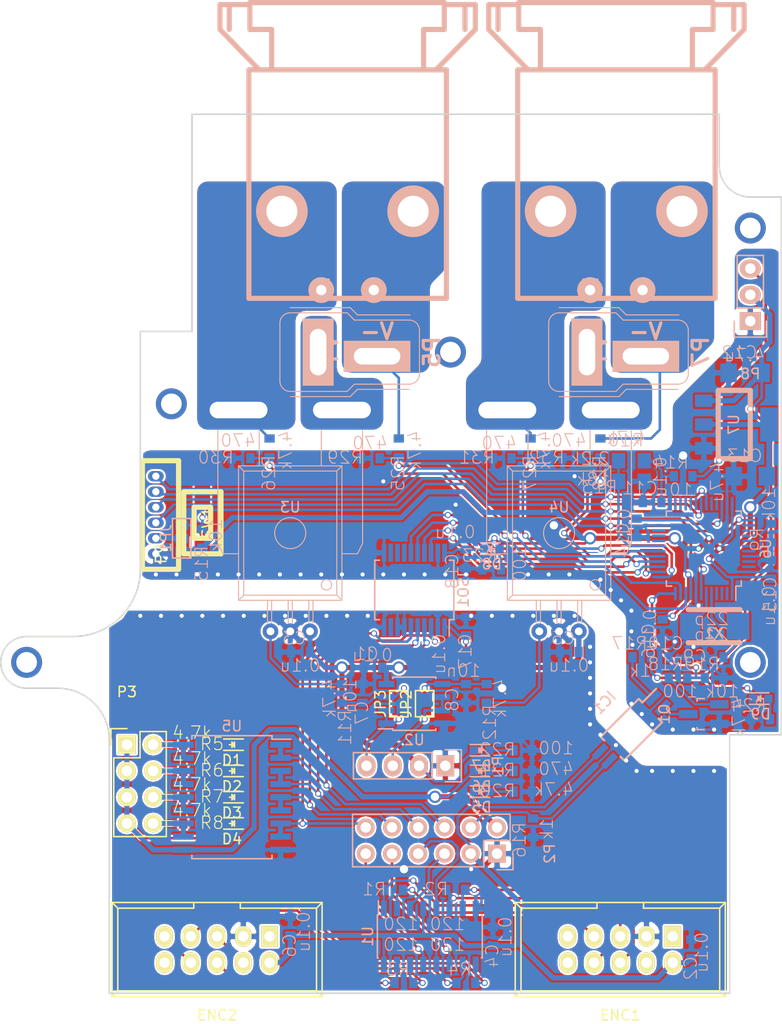
<source format=kicad_pcb>
(kicad_pcb (version 4) (host pcbnew 4.0.5)
  (layers (0 F.Cu signal) (31 B.Cu signal) (34 B.Paste user) (35 F.Paste user) (36 B.SilkS user) (37 F.SilkS user) (38 B.Mask user) (39 F.Mask user) (44 Edge.Cuts user))
  (net 0 "")
  (net 1 +3.3V)
  (net 2 GND)
  (net 3 +5V)
  (net 4 "Net-(C7-Pad1)")
  (net 5 "Net-(C8-Pad1)")
  (net 6 "Net-(D1-Pad2)")
  (net 7 +12V)
  (net 8 "Net-(D2-Pad2)")
  (net 9 "Net-(D3-Pad2)")
  (net 10 "Net-(D4-Pad2)")
  (net 11 /ENC_Aba)
  (net 12 /ENC_Abb)
  (net 13 /ENC_Aaa)
  (net 14 /ENC_Aab)
  (net 15 /ENC_Bba)
  (net 16 /ENC_Bbb)
  (net 17 /ENC_Baa)
  (net 18 /ENC_Bab)
  (net 19 /EXIO_0)
  (net 20 /EXIO_1)
  (net 21 /ENC_Aa)
  (net 22 /VALVE_3)
  (net 23 /ENC_Ab)
  (net 24 /VALVE_2)
  (net 25 /ENC_Ba)
  (net 26 /VALVE_1)
  (net 27 /ENC_Bb)
  (net 28 /VALVE_0)
  (net 29 /OUT_0)
  (net 30 /OUT_1)
  (net 31 /OUT_2)
  (net 32 /OUT_3)
  (net 33 "Net-(P5-Pad1)")
  (net 34 "Net-(P7-Pad1)")
  (net 35 "Net-(R11-Pad1)")
  (net 36 "Net-(R12-Pad1)")
  (net 37 /V_RX)
  (net 38 GNDPWR)
  (net 39 "Net-(C9-Pad2)")
  (net 40 "Net-(C10-Pad2)")
  (net 41 "Net-(C11-Pad1)")
  (net 42 /GD_12V)
  (net 43 /PW_3.3V)
  (net 44 +BATT)
  (net 45 "Net-(JP1-Pad2)")
  (net 46 /SWDCK)
  (net 47 /SWDIO)
  (net 48 /USART_TX)
  (net 49 /USART_RX)
  (net 50 "Net-(R9-Pad1)")
  (net 51 /BATT_IN)
  (net 52 /NRST)
  (net 53 /V_TX)
  (net 54 "Net-(IC1-Pad1)")
  (net 55 "Net-(IC1-Pad2)")
  (net 56 "Net-(Q1-PadG)")
  (net 57 "Net-(D5-Pad2)")
  (net 58 "Net-(D6-Pad2)")
  (net 59 "Net-(D7-Pad2)")
  (net 60 "Net-(D8-Pad2)")
  (net 61 "Net-(D9-Pad2)")
  (net 62 /SPI_NSS)
  (net 63 /SPI_SCK)
  (net 64 /SPI_MISO)
  (net 65 /SPI_MOSI)
  (net 66 /V_1A)
  (net 67 /V_1B)
  (net 68 /V_0A)
  (net 69 /V_0B)
  (net 70 /V1B_IN)
  (net 71 /V1A_IN)
  (net 72 /V0A_IN)
  (net 73 /V0B_IN)
  (module RP_KiCAD_Libs:ACS785xCB (layer B.Cu) (at 28.5 50 180)
    (fp_text reference U3 (at 0 12 180) (layer B.SilkS) (effects (justify mirror)))
    (fp_text value ACS758)
    (pad 1 thru_hole circle (at -1.91 0 180) (size 1.524 1.524) (drill 0.762) (layers *.Cu *.Mask) (net 1 +3.3V))
    (pad 2 thru_hole circle (at 0 0 180) (size 1.524 1.524) (drill 0.762) (layers *.Cu *.Mask) (net 2 GND))
    (pad 3 thru_hole circle (at 1.91 0 180) (size 1.524 1.524) (drill 0.762) (layers *.Cu *.Mask) (net 35 "Net-(R11-Pad1)"))
    (pad 4 thru_hole oval (at 5 21.4 180) (size 8 3.5) (drill oval 5.6 1.6) (layers *.Cu *.Mask) (net 66 /V_1A))
    (pad 5 thru_hole oval (at -5 21.4 180) (size 8 3.5) (drill oval 5.6 1.6) (layers *.Cu *.Mask) (net 33 "Net-(P5-Pad1)"))
  )
  (module RP_KiCAD_Libs:ACS785xCB (layer B.Cu) (at 54.5 50 180)
    (fp_text reference U4 (at 0 12 180) (layer B.SilkS) (effects (justify mirror)))
    (fp_text value ACS758)
    (pad 1 thru_hole circle (at -1.91 0 180) (size 1.524 1.524) (drill 0.762) (layers *.Cu *.Mask) (net 1 +3.3V))
    (pad 2 thru_hole circle (at 0 0 180) (size 1.524 1.524) (drill 0.762) (layers *.Cu *.Mask) (net 2 GND))
    (pad 3 thru_hole circle (at 1.91 0 180) (size 1.524 1.524) (drill 0.762) (layers *.Cu *.Mask) (net 36 "Net-(R12-Pad1)"))
    (pad 4 thru_hole oval (at 5 21.4 180) (size 8 3.5) (drill oval 5.6 1.6) (layers *.Cu *.Mask) (net 68 /V_0A))
    (pad 5 thru_hole oval (at -5 21.4 180) (size 8 3.5) (drill oval 5.6 1.6) (layers *.Cu *.Mask) (net 34 "Net-(P7-Pad1)"))
  )
  (module RP_KiCAD_Libs:C1608_WP (layer B.Cu) (at 36.5 53.5 180)
    (fp_text reference C1 (at -0.635 0.635 180) (layer B.SilkS) (effects (font (size 1.2065 1.2065) (thickness 0.1016)) (justify left bottom mirror)))
    (fp_text value 0.1u (at -2 0.5 180) (layer B.SilkS) (effects (font (size 1.2065 1.2065) (thickness 0.1016)) (justify left bottom mirror)))
    (pad 1 smd rect (at -0.9 0 180) (size 0.8 1) (layers B.Cu B.Paste B.Mask) (net 1 +3.3V))
    (pad 2 smd rect (at 0.9 0 180) (size 0.8 1) (layers B.Cu B.Paste B.Mask) (net 2 GND))
  )
  (module RP_KiCAD_Libs:C1608_WP (layer B.Cu) (at 67.3 80.7 90)
    (fp_text reference C2 (at -0.635 0.635 90) (layer B.SilkS) (effects (font (size 1.2065 1.2065) (thickness 0.1016)) (justify left bottom mirror)))
    (fp_text value 0.1u (at 1.7 1.7 90) (layer B.SilkS) (effects (font (size 1.2065 1.2065) (thickness 0.1016)) (justify left bottom mirror)))
    (pad 1 smd rect (at -0.9 0 90) (size 0.8 1) (layers B.Cu B.Paste B.Mask) (net 3 +5V))
    (pad 2 smd rect (at 0.9 0 90) (size 0.8 1) (layers B.Cu B.Paste B.Mask) (net 2 GND))
  )
  (module RP_KiCAD_Libs:C1608_WP (layer B.Cu) (at 29.5 52 180)
    (fp_text reference C3 (at -0.635 0.635 180) (layer B.SilkS) (effects (font (size 1.2065 1.2065) (thickness 0.1016)) (justify left bottom mirror)))
    (fp_text value 0.1u (at -2 -2 180) (layer B.SilkS) (effects (font (size 1.2065 1.2065) (thickness 0.1016)) (justify left bottom mirror)))
    (pad 1 smd rect (at -0.9 0 180) (size 0.8 1) (layers B.Cu B.Paste B.Mask) (net 1 +3.3V))
    (pad 2 smd rect (at 0.9 0 180) (size 0.8 1) (layers B.Cu B.Paste B.Mask) (net 2 GND))
  )
  (module RP_KiCAD_Libs:C1608_WP (layer B.Cu) (at 48.1 79.5 90)
    (fp_text reference C4 (at -0.635 0.635 90) (layer B.SilkS) (effects (font (size 1.2065 1.2065) (thickness 0.1016)) (justify left bottom mirror)))
    (fp_text value 0.1u (at 2 1.9 90) (layer B.SilkS) (effects (font (size 1.2065 1.2065) (thickness 0.1016)) (justify left bottom mirror)))
    (pad 1 smd rect (at -0.9 0 90) (size 0.8 1) (layers B.Cu B.Paste B.Mask) (net 3 +5V))
    (pad 2 smd rect (at 0.9 0 90) (size 0.8 1) (layers B.Cu B.Paste B.Mask) (net 2 GND))
  )
  (module RP_KiCAD_Libs:C1608_WP (layer B.Cu) (at 55.5 52 180)
    (fp_text reference C5 (at -0.635 0.635 180) (layer B.SilkS) (effects (font (size 1.2065 1.2065) (thickness 0.1016)) (justify left bottom mirror)))
    (fp_text value 0.1u (at -2 -2 180) (layer B.SilkS) (effects (font (size 1.2065 1.2065) (thickness 0.1016)) (justify left bottom mirror)))
    (pad 1 smd rect (at -0.9 0 180) (size 0.8 1) (layers B.Cu B.Paste B.Mask) (net 1 +3.3V))
    (pad 2 smd rect (at 0.9 0 180) (size 0.8 1) (layers B.Cu B.Paste B.Mask) (net 2 GND))
  )
  (module RP_KiCAD_Libs:C1608_WP (layer B.Cu) (at 28.5 78.5 90)
    (fp_text reference C6 (at -0.635 0.635 90) (layer B.SilkS) (effects (font (size 1.2065 1.2065) (thickness 0.1016)) (justify left bottom mirror)))
    (fp_text value 0.1u (at 1.5 2 90) (layer B.SilkS) (effects (font (size 1.2065 1.2065) (thickness 0.1016)) (justify left bottom mirror)))
    (pad 1 smd rect (at -0.9 0 90) (size 0.8 1) (layers B.Cu B.Paste B.Mask) (net 3 +5V))
    (pad 2 smd rect (at 0.9 0 90) (size 0.8 1) (layers B.Cu B.Paste B.Mask) (net 2 GND))
  )
  (module RP_KiCAD_Libs:C1608_WP (layer B.Cu) (at 35.5 56 90)
    (fp_text reference C7 (at -0.635 0.635 90) (layer B.SilkS) (effects (font (size 1.2065 1.2065) (thickness 0.1016)) (justify left bottom mirror)))
    (fp_text value 10n (at 1.5 -0.5 270) (layer B.SilkS) (effects (font (size 1.2065 1.2065) (thickness 0.1016)) (justify left bottom mirror)))
    (pad 1 smd rect (at -0.9 0 90) (size 0.8 1) (layers B.Cu B.Paste B.Mask) (net 4 "Net-(C7-Pad1)"))
    (pad 2 smd rect (at 0.9 0 90) (size 0.8 1) (layers B.Cu B.Paste B.Mask) (net 2 GND))
  )
  (module RP_KiCAD_Libs:C1608_WP (layer B.Cu) (at 45.5 56 270)
    (fp_text reference C8 (at -0.635 0.635 270) (layer B.SilkS) (effects (font (size 1.2065 1.2065) (thickness 0.1016)) (justify left bottom mirror)))
    (fp_text value 10n (at -1.5 -1.5 540) (layer B.SilkS) (effects (font (size 1.2065 1.2065) (thickness 0.1016)) (justify left bottom mirror)))
    (pad 1 smd rect (at -0.9 0 270) (size 0.8 1) (layers B.Cu B.Paste B.Mask) (net 5 "Net-(C8-Pad1)"))
    (pad 2 smd rect (at 0.9 0 270) (size 0.8 1) (layers B.Cu B.Paste B.Mask) (net 2 GND))
  )
  (module LEDs:LED_0603 (layer F.Cu) (at 22.86 60.96 180)
    (fp_text reference D1 (at 0 -1.5 180) (layer F.SilkS))
    (fp_text value LED)
    (pad 2 smd rect (at 0.7493 0) (size 0.79756 0.79756) (layers F.Cu F.Paste F.Mask) (net 6 "Net-(D1-Pad2)"))
    (pad 1 smd rect (at -0.7493 0) (size 0.79756 0.79756) (layers F.Cu F.Paste F.Mask) (net 7 +12V))
  )
  (module LEDs:LED_0603 (layer F.Cu) (at 22.86 63.5 180)
    (fp_text reference D2 (at 0 -1.5 180) (layer F.SilkS))
    (fp_text value LED)
    (pad 2 smd rect (at 0.7493 0) (size 0.79756 0.79756) (layers F.Cu F.Paste F.Mask) (net 8 "Net-(D2-Pad2)"))
    (pad 1 smd rect (at -0.7493 0) (size 0.79756 0.79756) (layers F.Cu F.Paste F.Mask) (net 7 +12V))
  )
  (module LEDs:LED_0603 (layer F.Cu) (at 22.86 66.04 180)
    (fp_text reference D3 (at 0 -1.5 180) (layer F.SilkS))
    (fp_text value LED)
    (pad 2 smd rect (at 0.7493 0) (size 0.79756 0.79756) (layers F.Cu F.Paste F.Mask) (net 9 "Net-(D3-Pad2)"))
    (pad 1 smd rect (at -0.7493 0) (size 0.79756 0.79756) (layers F.Cu F.Paste F.Mask) (net 7 +12V))
  )
  (module LEDs:LED_0603 (layer F.Cu) (at 22.86 68.58 180)
    (fp_text reference D4 (at 0 -1.5 180) (layer F.SilkS))
    (fp_text value LED)
    (pad 2 smd rect (at 0.7493 0) (size 0.79756 0.79756) (layers F.Cu F.Paste F.Mask) (net 10 "Net-(D4-Pad2)"))
    (pad 1 smd rect (at -0.7493 0) (size 0.79756 0.79756) (layers F.Cu F.Paste F.Mask) (net 7 +12V))
  )
  (module RP_KiCAD_Connector:DEF_ENCODER (layer F.Cu) (at 65.5 79.5 180)
    (fp_text reference ENC1 (at 5.08 -7.62 180) (layer F.SilkS))
    (fp_text value RS422_ENCODER)
    (pad 1 thru_hole rect (at 0 0 180) (size 1.6 2) (drill 1) (layers *.Cu *.Mask F.SilkS))
    (pad 2 thru_hole oval (at 0 -2.54 180) (size 1.6 2) (drill 1) (layers *.Cu *.Mask F.SilkS) (net 3 +5V))
    (pad 3 thru_hole oval (at 2.54 0 180) (size 1.6 2) (drill 1) (layers *.Cu *.Mask F.SilkS) (net 2 GND))
    (pad 4 thru_hole oval (at 2.54 -2.54 180) (size 1.6 2) (drill 1) (layers *.Cu *.Mask F.SilkS))
    (pad 5 thru_hole oval (at 5.08 0 180) (size 1.6 2) (drill 1) (layers *.Cu *.Mask F.SilkS) (net 11 /ENC_Aba))
    (pad 6 thru_hole oval (at 5.08 -2.54 180) (size 1.6 2) (drill 1) (layers *.Cu *.Mask F.SilkS) (net 12 /ENC_Abb))
    (pad 7 thru_hole oval (at 7.62 0 180) (size 1.6 2) (drill 1) (layers *.Cu *.Mask F.SilkS) (net 13 /ENC_Aaa))
    (pad 8 thru_hole oval (at 7.62 -2.54 180) (size 1.6 2) (drill 1) (layers *.Cu *.Mask F.SilkS) (net 14 /ENC_Aab))
    (pad 9 thru_hole oval (at 10.16 0 180) (size 1.6 2) (drill 1) (layers *.Cu *.Mask F.SilkS))
    (pad 10 thru_hole oval (at 10.16 -2.54 180) (size 1.6 2) (drill 1) (layers *.Cu *.Mask F.SilkS))
  )
  (module Pin_Headers:Pin_Header_Straight_1x04 (layer B.Cu) (at 43.5 63 90)
    (fp_text reference P1 (at 0 5.1 90) (layer B.SilkS) (effects (justify mirror)))
    (fp_text value CONN_01X04)
    (pad 1 thru_hole rect (at 0 0 90) (size 2.032 1.7272) (drill 1.016) (layers *.Cu *.Mask B.SilkS) (net 2 GND))
    (pad 2 thru_hole oval (at 0 -2.54 90) (size 2.032 1.7272) (drill 1.016) (layers *.Cu *.Mask B.SilkS) (net 1 +3.3V))
    (pad 3 thru_hole oval (at 0 -5.08 90) (size 2.032 1.7272) (drill 1.016) (layers *.Cu *.Mask B.SilkS) (net 19 /EXIO_0))
    (pad 4 thru_hole oval (at 0 -7.62 90) (size 2.032 1.7272) (drill 1.016) (layers *.Cu *.Mask B.SilkS) (net 20 /EXIO_1))
  )
  (module RP_KiCAD_Connector:D-3200S_2L_PW (layer B.Cu) (at 31.5 17)
    (fp_text reference P4 (at 0 -0.5) (layer B.SilkS) (effects (justify mirror)))
    (fp_text value CONN_01X02)
    (pad 1 thru_hole circle (at 0 0) (size 2.5 2.5) (drill 1) (layers *.Cu *.Mask B.SilkS) (net 66 /V_1A))
    (pad 2 thru_hole circle (at 5.08 0) (size 2.5 2.5) (drill 1) (layers *.Cu *.Mask B.SilkS) (net 67 /V_1B))
    (pad 1 thru_hole circle (at -3.81 -7.62) (size 5 5) (drill 3) (layers *.Cu *.Mask B.SilkS) (net 66 /V_1A))
    (pad 2 thru_hole circle (at 8.89 -7.62) (size 5 5) (drill 3) (layers *.Cu *.Mask B.SilkS) (net 67 /V_1B))
  )
  (module RP_KiCAD_Connector:D-3200S_2L_PW (layer B.Cu) (at 57.5 17)
    (fp_text reference P6 (at 0 -0.5) (layer B.SilkS) (effects (justify mirror)))
    (fp_text value CONN_01X02)
    (pad 1 thru_hole circle (at 0 0) (size 2.5 2.5) (drill 1) (layers *.Cu *.Mask B.SilkS) (net 68 /V_0A))
    (pad 2 thru_hole circle (at 5.08 0) (size 2.5 2.5) (drill 1) (layers *.Cu *.Mask B.SilkS) (net 69 /V_0B))
    (pad 1 thru_hole circle (at -3.81 -7.62) (size 5 5) (drill 3) (layers *.Cu *.Mask B.SilkS) (net 68 /V_0A))
    (pad 2 thru_hole circle (at 8.89 -7.62) (size 5 5) (drill 3) (layers *.Cu *.Mask B.SilkS) (net 69 /V_0B))
  )
  (module RP_KiCAD_Libs:C1608_WP (layer B.Cu) (at 38.5 75)
    (fp_text reference R1 (at -0.635 0.635) (layer B.SilkS) (effects (font (size 1.2065 1.2065) (thickness 0.1016)) (justify left bottom mirror)))
    (fp_text value 120 (at 2.5 4) (layer B.SilkS) (effects (font (size 1.2065 1.2065) (thickness 0.1016)) (justify left bottom mirror)))
    (pad 1 smd rect (at -0.9 0) (size 0.8 1) (layers B.Cu B.Paste B.Mask) (net 14 /ENC_Aab))
    (pad 2 smd rect (at 0.9 0) (size 0.8 1) (layers B.Cu B.Paste B.Mask) (net 13 /ENC_Aaa))
  )
  (module RP_KiCAD_Libs:C1608_WP (layer B.Cu) (at 44.5 75)
    (fp_text reference R2 (at -0.635 0.635) (layer B.SilkS) (effects (font (size 1.2065 1.2065) (thickness 0.1016)) (justify left bottom mirror)))
    (fp_text value 120 (at 1 4) (layer B.SilkS) (effects (font (size 1.2065 1.2065) (thickness 0.1016)) (justify left bottom mirror)))
    (pad 1 smd rect (at -0.9 0) (size 0.8 1) (layers B.Cu B.Paste B.Mask) (net 11 /ENC_Aba))
    (pad 2 smd rect (at 0.9 0) (size 0.8 1) (layers B.Cu B.Paste B.Mask) (net 12 /ENC_Abb))
  )
  (module RP_KiCAD_Libs:C1608_WP (layer B.Cu) (at 39.5 84 180)
    (fp_text reference R3 (at -0.635 0.635 180) (layer B.SilkS) (effects (font (size 1.2065 1.2065) (thickness 0.1016)) (justify left bottom mirror)))
    (fp_text value 120 (at -1.5 3 180) (layer B.SilkS) (effects (font (size 1.2065 1.2065) (thickness 0.1016)) (justify left bottom mirror)))
    (pad 1 smd rect (at -0.9 0 180) (size 0.8 1) (layers B.Cu B.Paste B.Mask) (net 15 /ENC_Bba))
    (pad 2 smd rect (at 0.9 0 180) (size 0.8 1) (layers B.Cu B.Paste B.Mask) (net 16 /ENC_Bbb))
  )
  (module RP_KiCAD_Libs:C1608_WP (layer B.Cu) (at 45.5 84 180)
    (fp_text reference R4 (at -0.635 0.635 180) (layer B.SilkS) (effects (font (size 1.2065 1.2065) (thickness 0.1016)) (justify left bottom mirror)))
    (fp_text value 120 (at 0 3 180) (layer B.SilkS) (effects (font (size 1.2065 1.2065) (thickness 0.1016)) (justify left bottom mirror)))
    (pad 1 smd rect (at -0.9 0 180) (size 0.8 1) (layers B.Cu B.Paste B.Mask) (net 18 /ENC_Bab))
    (pad 2 smd rect (at 0.9 0 180) (size 0.8 1) (layers B.Cu B.Paste B.Mask) (net 17 /ENC_Baa))
  )
  (module RP_KiCAD_Libs:C1608_WP (layer F.Cu) (at 19.05 60.96 180)
    (fp_text reference R5 (at -0.635 -0.635 180) (layer F.SilkS) (effects (font (size 1.2065 1.2065) (thickness 0.1016)) (justify left bottom)))
    (fp_text value 4.7k (at 2.05 0.46 180) (layer F.SilkS) (effects (font (size 1.2065 1.2065) (thickness 0.1016)) (justify left bottom)))
    (pad 1 smd rect (at -0.9 0 180) (size 0.8 1) (layers F.Cu F.Paste F.Mask) (net 6 "Net-(D1-Pad2)"))
    (pad 2 smd rect (at 0.9 0 180) (size 0.8 1) (layers F.Cu F.Paste F.Mask) (net 29 /OUT_0))
  )
  (module RP_KiCAD_Libs:C1608_WP (layer F.Cu) (at 19.05 63.5 180)
    (fp_text reference R6 (at -0.635 -0.635 180) (layer F.SilkS) (effects (font (size 1.2065 1.2065) (thickness 0.1016)) (justify left bottom)))
    (fp_text value 4.7k (at 2.05 0.5 180) (layer F.SilkS) (effects (font (size 1.2065 1.2065) (thickness 0.1016)) (justify left bottom)))
    (pad 1 smd rect (at -0.9 0 180) (size 0.8 1) (layers F.Cu F.Paste F.Mask) (net 8 "Net-(D2-Pad2)"))
    (pad 2 smd rect (at 0.9 0 180) (size 0.8 1) (layers F.Cu F.Paste F.Mask) (net 30 /OUT_1))
  )
  (module RP_KiCAD_Libs:C1608_WP (layer F.Cu) (at 19.05 66.04 180)
    (fp_text reference R7 (at -0.635 -0.635 180) (layer F.SilkS) (effects (font (size 1.2065 1.2065) (thickness 0.1016)) (justify left bottom)))
    (fp_text value 4.7k (at 2.05 0.54 180) (layer F.SilkS) (effects (font (size 1.2065 1.2065) (thickness 0.1016)) (justify left bottom)))
    (pad 1 smd rect (at -0.9 0 180) (size 0.8 1) (layers F.Cu F.Paste F.Mask) (net 9 "Net-(D3-Pad2)"))
    (pad 2 smd rect (at 0.9 0 180) (size 0.8 1) (layers F.Cu F.Paste F.Mask) (net 31 /OUT_2))
  )
  (module RP_KiCAD_Libs:C1608_WP (layer F.Cu) (at 19.05 68.58 180)
    (fp_text reference R8 (at -0.635 -0.635 180) (layer F.SilkS) (effects (font (size 1.2065 1.2065) (thickness 0.1016)) (justify left bottom)))
    (fp_text value 4.7k (at 2.05 0.58 180) (layer F.SilkS) (effects (font (size 1.2065 1.2065) (thickness 0.1016)) (justify left bottom)))
    (pad 1 smd rect (at -0.9 0 180) (size 0.8 1) (layers F.Cu F.Paste F.Mask) (net 10 "Net-(D4-Pad2)"))
    (pad 2 smd rect (at 0.9 0 180) (size 0.8 1) (layers F.Cu F.Paste F.Mask) (net 32 /OUT_3))
  )
  (module RP_KiCAD_Libs:C1608_WP (layer B.Cu) (at 33.5 56 270)
    (fp_text reference R11 (at 1.5 -1 270) (layer B.SilkS) (effects (font (size 1.2065 1.2065) (thickness 0.1016)) (justify left bottom mirror)))
    (fp_text value 4.7k (at -1.5 0.5 270) (layer B.SilkS) (effects (font (size 1.2065 1.2065) (thickness 0.1016)) (justify left bottom mirror)))
    (pad 1 smd rect (at -0.9 0 270) (size 0.8 1) (layers B.Cu B.Paste B.Mask) (net 35 "Net-(R11-Pad1)"))
    (pad 2 smd rect (at 0.9 0 270) (size 0.8 1) (layers B.Cu B.Paste B.Mask) (net 4 "Net-(C7-Pad1)"))
  )
  (module RP_KiCAD_Libs:C1608_WP (layer B.Cu) (at 47.5 56 90)
    (fp_text reference R12 (at -1 1 90) (layer B.SilkS) (effects (font (size 1.2065 1.2065) (thickness 0.1016)) (justify left bottom mirror)))
    (fp_text value 4.7k (at 1.5 2 90) (layer B.SilkS) (effects (font (size 1.2065 1.2065) (thickness 0.1016)) (justify left bottom mirror)))
    (pad 1 smd rect (at -0.9 0 90) (size 0.8 1) (layers B.Cu B.Paste B.Mask) (net 36 "Net-(R12-Pad1)"))
    (pad 2 smd rect (at 0.9 0 90) (size 0.8 1) (layers B.Cu B.Paste B.Mask) (net 5 "Net-(C8-Pad1)"))
  )
  (module Housings_SOIC:SOIC-8_3.9x4.9mm_Pitch1.27mm (layer B.Cu) (at 40.5 57)
    (fp_text reference U2 (at 0 3.5) (layer B.SilkS) (effects (justify mirror)))
    (fp_text value LM358)
    (pad 1 smd rect (at -2.7 1.905) (size 1.55 0.6) (layers B.Cu B.Paste B.Mask) (net 20 /EXIO_1))
    (pad 2 smd rect (at -2.7 0.635) (size 1.55 0.6) (layers B.Cu B.Paste B.Mask) (net 20 /EXIO_1))
    (pad 3 smd rect (at -2.7 -0.635) (size 1.55 0.6) (layers B.Cu B.Paste B.Mask) (net 4 "Net-(C7-Pad1)"))
    (pad 4 smd rect (at -2.7 -1.905) (size 1.55 0.6) (layers B.Cu B.Paste B.Mask) (net 1 +3.3V))
    (pad 5 smd rect (at 2.7 -1.905) (size 1.55 0.6) (layers B.Cu B.Paste B.Mask) (net 5 "Net-(C8-Pad1)"))
    (pad 6 smd rect (at 2.7 -0.635) (size 1.55 0.6) (layers B.Cu B.Paste B.Mask) (net 19 /EXIO_0))
    (pad 7 smd rect (at 2.7 0.635) (size 1.55 0.6) (layers B.Cu B.Paste B.Mask) (net 19 /EXIO_0))
    (pad 8 smd rect (at 2.7 1.905) (size 1.55 0.6) (layers B.Cu B.Paste B.Mask) (net 2 GND))
  )
  (module Housings_SOIC:SOIC-18_7.5x11.6mm_Pitch1.27mm (layer B.Cu) (at 22.86 66.04 180)
    (fp_text reference U5 (at 0 6.875 180) (layer B.SilkS) (effects (justify mirror)))
    (fp_text value TBD62083A)
    (pad 1 smd rect (at -4.7 5.08 180) (size 2 0.6) (layers B.Cu B.Paste B.Mask) (net 22 /VALVE_3))
    (pad 2 smd rect (at -4.7 3.81 180) (size 2 0.6) (layers B.Cu B.Paste B.Mask) (net 22 /VALVE_3))
    (pad 3 smd rect (at -4.7 2.54 180) (size 2 0.6) (layers B.Cu B.Paste B.Mask) (net 24 /VALVE_2))
    (pad 4 smd rect (at -4.7 1.27 180) (size 2 0.6) (layers B.Cu B.Paste B.Mask) (net 24 /VALVE_2))
    (pad 5 smd rect (at -4.7 0 180) (size 2 0.6) (layers B.Cu B.Paste B.Mask) (net 26 /VALVE_1))
    (pad 6 smd rect (at -4.7 -1.27 180) (size 2 0.6) (layers B.Cu B.Paste B.Mask) (net 26 /VALVE_1))
    (pad 7 smd rect (at -4.7 -2.54 180) (size 2 0.6) (layers B.Cu B.Paste B.Mask) (net 28 /VALVE_0))
    (pad 8 smd rect (at -4.7 -3.81 180) (size 2 0.6) (layers B.Cu B.Paste B.Mask) (net 28 /VALVE_0))
    (pad 9 smd rect (at -4.7 -5.08 180) (size 2 0.6) (layers B.Cu B.Paste B.Mask) (net 2 GND))
    (pad 10 smd rect (at 4.7 -5.08 180) (size 2 0.6) (layers B.Cu B.Paste B.Mask) (net 7 +12V))
    (pad 11 smd rect (at 4.7 -3.81 180) (size 2 0.6) (layers B.Cu B.Paste B.Mask) (net 32 /OUT_3))
    (pad 12 smd rect (at 4.7 -2.54 180) (size 2 0.6) (layers B.Cu B.Paste B.Mask) (net 32 /OUT_3))
    (pad 13 smd rect (at 4.7 -1.27 180) (size 2 0.6) (layers B.Cu B.Paste B.Mask) (net 31 /OUT_2))
    (pad 14 smd rect (at 4.7 0 180) (size 2 0.6) (layers B.Cu B.Paste B.Mask) (net 31 /OUT_2))
    (pad 15 smd rect (at 4.7 1.27 180) (size 2 0.6) (layers B.Cu B.Paste B.Mask) (net 30 /OUT_1))
    (pad 16 smd rect (at 4.7 2.54 180) (size 2 0.6) (layers B.Cu B.Paste B.Mask) (net 30 /OUT_1))
    (pad 17 smd rect (at 4.7 3.81 180) (size 2 0.6) (layers B.Cu B.Paste B.Mask) (net 29 /OUT_0))
    (pad 18 smd rect (at 4.7 5.08 180) (size 2 0.6) (layers B.Cu B.Paste B.Mask) (net 29 /OUT_0))
  )
  (module Pin_Headers:Pin_Header_Straight_2x06 (layer B.Cu) (at 48.5 71.5 90)
    (fp_text reference P2 (at 0 5.1 90) (layer B.SilkS) (effects (justify mirror)))
    (fp_text value CONN_02X06)
    (pad 1 thru_hole rect (at 0 0 90) (size 1.7272 1.7272) (drill 1.016) (layers *.Cu *.Mask B.SilkS) (net 2 GND))
    (pad 2 thru_hole oval (at 2.54 0 90) (size 1.7272 1.7272) (drill 1.016) (layers *.Cu *.Mask B.SilkS) (net 7 +12V))
    (pad 3 thru_hole oval (at 0 -2.54 90) (size 1.7272 1.7272) (drill 1.016) (layers *.Cu *.Mask B.SilkS) (net 3 +5V))
    (pad 4 thru_hole oval (at 2.54 -2.54 90) (size 1.7272 1.7272) (drill 1.016) (layers *.Cu *.Mask B.SilkS) (net 37 /V_RX))
    (pad 5 thru_hole oval (at 0 -5.08 90) (size 1.7272 1.7272) (drill 1.016) (layers *.Cu *.Mask B.SilkS) (net 21 /ENC_Aa))
    (pad 6 thru_hole oval (at 2.54 -5.08 90) (size 1.7272 1.7272) (drill 1.016) (layers *.Cu *.Mask B.SilkS) (net 22 /VALVE_3))
    (pad 7 thru_hole oval (at 0 -7.62 90) (size 1.7272 1.7272) (drill 1.016) (layers *.Cu *.Mask B.SilkS) (net 23 /ENC_Ab))
    (pad 8 thru_hole oval (at 2.54 -7.62 90) (size 1.7272 1.7272) (drill 1.016) (layers *.Cu *.Mask B.SilkS) (net 24 /VALVE_2))
    (pad 9 thru_hole oval (at 0 -10.16 90) (size 1.7272 1.7272) (drill 1.016) (layers *.Cu *.Mask B.SilkS) (net 25 /ENC_Ba))
    (pad 10 thru_hole oval (at 2.54 -10.16 90) (size 1.7272 1.7272) (drill 1.016) (layers *.Cu *.Mask B.SilkS) (net 26 /VALVE_1))
    (pad 11 thru_hole oval (at 0 -12.7 90) (size 1.7272 1.7272) (drill 1.016) (layers *.Cu *.Mask B.SilkS) (net 27 /ENC_Bb))
    (pad 12 thru_hole oval (at 2.54 -12.7 90) (size 1.7272 1.7272) (drill 1.016) (layers *.Cu *.Mask B.SilkS) (net 28 /VALVE_0))
  )
  (module Pin_Headers:Pin_Header_Straight_2x04 (layer F.Cu) (at 12.7 60.96)
    (fp_text reference P3 (at 0 -5.1) (layer F.SilkS))
    (fp_text value CONN_02X04)
    (pad 1 thru_hole rect (at 0 0) (size 1.7272 1.7272) (drill 1.016) (layers *.Cu *.Mask F.SilkS) (net 7 +12V))
    (pad 2 thru_hole oval (at 2.54 0) (size 1.7272 1.7272) (drill 1.016) (layers *.Cu *.Mask F.SilkS) (net 29 /OUT_0))
    (pad 3 thru_hole oval (at 0 2.54) (size 1.7272 1.7272) (drill 1.016) (layers *.Cu *.Mask F.SilkS) (net 7 +12V))
    (pad 4 thru_hole oval (at 2.54 2.54) (size 1.7272 1.7272) (drill 1.016) (layers *.Cu *.Mask F.SilkS) (net 30 /OUT_1))
    (pad 5 thru_hole oval (at 0 5.08) (size 1.7272 1.7272) (drill 1.016) (layers *.Cu *.Mask F.SilkS) (net 7 +12V))
    (pad 6 thru_hole oval (at 2.54 5.08) (size 1.7272 1.7272) (drill 1.016) (layers *.Cu *.Mask F.SilkS) (net 31 /OUT_2))
    (pad 7 thru_hole oval (at 0 7.62) (size 1.7272 1.7272) (drill 1.016) (layers *.Cu *.Mask F.SilkS) (net 7 +12V))
    (pad 8 thru_hole oval (at 2.54 7.62) (size 1.7272 1.7272) (drill 1.016) (layers *.Cu *.Mask F.SilkS) (net 32 /OUT_3))
  )
  (module RP_KiCAD_Libs:C1608_WP (layer B.Cu) (at 69.5 52.5)
    (fp_text reference C9 (at -0.635 0.635) (layer B.SilkS) (effects (font (size 1.2065 1.2065) (thickness 0.1016)) (justify left bottom mirror)))
    (fp_text value 22p (at 1.5 -3 180) (layer B.SilkS) (effects (font (size 1.2065 1.2065) (thickness 0.1016)) (justify left bottom mirror)))
    (pad 1 smd rect (at -0.9 0) (size 0.8 1) (layers B.Cu B.Paste B.Mask) (net 38 GNDPWR))
    (pad 2 smd rect (at 0.9 0) (size 0.8 1) (layers B.Cu B.Paste B.Mask) (net 39 "Net-(C9-Pad2)"))
  )
  (module RP_KiCAD_Libs:C1608_WP (layer B.Cu) (at 66 52.5 180)
    (fp_text reference C10 (at -0.635 0.635 180) (layer B.SilkS) (effects (font (size 1.2065 1.2065) (thickness 0.1016)) (justify left bottom mirror)))
    (fp_text value 22p (at -5 1.5 180) (layer B.SilkS) (effects (font (size 1.2065 1.2065) (thickness 0.1016)) (justify left bottom mirror)))
    (pad 1 smd rect (at -0.9 0 180) (size 0.8 1) (layers B.Cu B.Paste B.Mask) (net 38 GNDPWR))
    (pad 2 smd rect (at 0.9 0 180) (size 0.8 1) (layers B.Cu B.Paste B.Mask) (net 40 "Net-(C10-Pad2)"))
  )
  (module RP_KiCAD_Libs:C1608_WP (layer B.Cu) (at 63.5 37.5 180)
    (fp_text reference C11 (at -0.635 0.635 180) (layer B.SilkS) (effects (font (size 1.2065 1.2065) (thickness 0.1016)) (justify left bottom mirror)))
    (fp_text value 0.1u (at -1.5 4.5 450) (layer B.SilkS) (effects (font (size 1.2065 1.2065) (thickness 0.1016)) (justify left bottom mirror)))
    (pad 1 smd rect (at -0.9 0 180) (size 0.8 1) (layers B.Cu B.Paste B.Mask) (net 41 "Net-(C11-Pad1)"))
    (pad 2 smd rect (at 0.9 0 180) (size 0.8 1) (layers B.Cu B.Paste B.Mask) (net 38 GNDPWR))
  )
  (module RP_KiCAD_Libs:C1608_WP (layer B.Cu) (at 62 40 270)
    (fp_text reference C14 (at -0.635 0.635 270) (layer B.SilkS) (effects (font (size 1.2065 1.2065) (thickness 0.1016)) (justify left bottom mirror)))
    (fp_text value 0.1u (at -2 0.5 270) (layer B.SilkS) (effects (font (size 1.2065 1.2065) (thickness 0.1016)) (justify left bottom mirror)))
    (pad 1 smd rect (at -0.9 0 270) (size 0.8 1) (layers B.Cu B.Paste B.Mask) (net 43 /PW_3.3V))
    (pad 2 smd rect (at 0.9 0 270) (size 0.8 1) (layers B.Cu B.Paste B.Mask) (net 38 GNDPWR))
  )
  (module RP_KiCAD_Connector:ZH_6T (layer F.Cu) (at 15.5 42.5 90)
    (fp_text reference P9 (at 0 0.5 90) (layer F.SilkS))
    (fp_text value CONN_01X06)
    (pad 1 thru_hole oval (at 0 0 90) (size 1 1.524) (drill 0.7) (layers *.Cu *.Mask) (net 38 GNDPWR))
    (pad 2 thru_hole oval (at 1.5 0 90) (size 1 1.524) (drill 0.7) (layers *.Cu *.Mask) (net 45 "Net-(JP1-Pad2)"))
    (pad 3 thru_hole oval (at 3 0 90) (size 1 1.524) (drill 0.7) (layers *.Cu *.Mask) (net 46 /SWDCK))
    (pad 4 thru_hole oval (at 4.5 0 90) (size 1 1.524) (drill 0.7) (layers *.Cu *.Mask) (net 47 /SWDIO))
    (pad 5 thru_hole oval (at 6 0 90) (size 1 1.524) (drill 0.7) (layers *.Cu *.Mask) (net 48 /USART_TX))
    (pad 6 thru_hole oval (at 7.5 0 90) (size 1 1.524) (drill 0.7) (layers *.Cu *.Mask) (net 49 /USART_RX))
  )
  (module RP_KiCAD_Libs:C1608_WP (layer B.Cu) (at 75 40.5 270)
    (fp_text reference R9 (at -0.635 0.635 270) (layer B.SilkS) (effects (font (size 1.2065 1.2065) (thickness 0.1016)) (justify left bottom mirror)))
    (fp_text value 10k (at -4.5 -0.5 270) (layer B.SilkS) (effects (font (size 1.2065 1.2065) (thickness 0.1016)) (justify left bottom mirror)))
    (pad 1 smd rect (at -0.9 0 270) (size 0.8 1) (layers B.Cu B.Paste B.Mask) (net 50 "Net-(R9-Pad1)"))
    (pad 2 smd rect (at 0.9 0 270) (size 0.8 1) (layers B.Cu B.Paste B.Mask) (net 38 GNDPWR))
  )
  (module RP_KiCAD_Libs:C2012 (layer B.Cu) (at 61.5 33.5 180)
    (fp_text reference R10 (at -1.27 1.27 180) (layer B.SilkS) (effects (font (size 1.2065 1.2065) (thickness 0.1016)) (justify left bottom mirror)))
    (fp_text value 18k (at 2 -2.5 180) (layer B.SilkS) (effects (font (size 1.2065 1.2065) (thickness 0.1016)) (justify left bottom mirror)))
    (pad 1 smd rect (at -1.25 0 180) (size 1.3 1.5) (layers B.Cu B.Paste B.Mask) (net 41 "Net-(C11-Pad1)"))
    (pad 2 smd rect (at 1.25 0 180) (size 1.3 1.5) (layers B.Cu B.Paste B.Mask) (net 51 /BATT_IN))
  )
  (module RP_KiCAD_Libs:C2012 (layer B.Cu) (at 61.5 35.5)
    (fp_text reference R13 (at -1.27 1.27) (layer B.SilkS) (effects (font (size 1.2065 1.2065) (thickness 0.1016)) (justify left bottom mirror)))
    (fp_text value 2.2k (at -2 -1.5) (layer B.SilkS) (effects (font (size 1.2065 1.2065) (thickness 0.1016)) (justify left bottom mirror)))
    (pad 1 smd rect (at -1.25 0) (size 1.3 1.5) (layers B.Cu B.Paste B.Mask) (net 51 /BATT_IN))
    (pad 2 smd rect (at 1.25 0) (size 1.3 1.5) (layers B.Cu B.Paste B.Mask) (net 38 GNDPWR))
  )
  (module RP_KiCAD_Libs:C1608_WP (layer B.Cu) (at 20 41 90)
    (fp_text reference R15 (at -0.635 0.635 90) (layer B.SilkS) (effects (font (size 1.2065 1.2065) (thickness 0.1016)) (justify left bottom mirror)))
    (fp_text value 10k (at 2 2 90) (layer B.SilkS) (effects (font (size 1.2065 1.2065) (thickness 0.1016)) (justify left bottom mirror)))
    (pad 1 smd rect (at -0.9 0 90) (size 0.8 1) (layers B.Cu B.Paste B.Mask) (net 43 /PW_3.3V))
    (pad 2 smd rect (at 0.9 0 90) (size 0.8 1) (layers B.Cu B.Paste B.Mask) (net 52 /NRST))
  )
  (module TO_SOT_Packages_SMD:SOT-223_reg (layer B.Cu) (at 68.5 30 90)
    (fp_text reference U7 (at 0 2.9 90) (layer B.SilkS) (effects (justify mirror)))
    (fp_text value NCP1117ST33T3G)
    (pad 1 smd rect (at -2.3 0 90) (size 1.2 1.7) (layers B.Cu B.Paste B.Mask) (net 38 GNDPWR))
    (pad 2 smd rect (at 0 0 90) (size 1.2 1.7) (layers B.Cu B.Paste B.Mask) (net 43 /PW_3.3V))
    (pad 3 smd rect (at 2.3 0 90) (size 1.2 1.7) (layers B.Cu B.Paste B.Mask) (net 42 /GD_12V))
    (pad 2 smd rect (at 0 6.3 90) (size 3.3 1.7) (layers B.Cu B.Paste B.Mask) (net 43 /PW_3.3V))
  )
  (module Crystals:ABM3_2pads (layer B.Cu) (at 69.5 49.5 180)
    (fp_text reference X1 (at 0 -0.7 180) (layer B.SilkS) (effects (justify mirror)))
    (fp_text value CRYSTAL)
    (pad 1 smd rect (at -2.3 0 180) (size 2.2 2.6) (layers B.Cu B.Paste B.Mask) (net 39 "Net-(C9-Pad2)"))
    (pad 2 smd rect (at 2.3 0 180) (size 2 2.6) (layers B.Cu B.Paste B.Mask) (net 40 "Net-(C10-Pad2)"))
  )
  (module Connect:GS3 (layer B.Cu) (at 18 41 180)
    (fp_text reference JP1 (at 1.524 0 450) (layer B.SilkS) (effects (justify mirror)))
    (fp_text value JUMPER3)
    (pad 1 smd rect (at 0 1.27 180) (size 1.27 0.9652) (layers B.Cu B.Paste B.Mask) (net 52 /NRST))
    (pad 2 smd rect (at 0 0 180) (size 1.27 0.9652) (layers B.Cu B.Paste B.Mask) (net 45 "Net-(JP1-Pad2)"))
    (pad 3 smd rect (at 0 -1.27 180) (size 1.27 0.9652) (layers B.Cu B.Paste B.Mask) (net 43 /PW_3.3V))
  )
  (module Housings_SOIC:SOIC-16_3.9x9.9mm_Pitch1.27mm (layer B.Cu) (at 42 79.5 270)
    (fp_text reference U1 (at 0 6 270) (layer B.SilkS) (effects (justify mirror)))
    (fp_text value SN75175)
    (pad 1 smd rect (at -2.7 4.445 270) (size 1.5 0.6) (layers B.Cu B.Paste B.Mask) (net 14 /ENC_Aab))
    (pad 2 smd rect (at -2.7 3.175 270) (size 1.5 0.6) (layers B.Cu B.Paste B.Mask) (net 13 /ENC_Aaa))
    (pad 3 smd rect (at -2.7 1.905 270) (size 1.5 0.6) (layers B.Cu B.Paste B.Mask) (net 21 /ENC_Aa))
    (pad 4 smd rect (at -2.7 0.635 270) (size 1.5 0.6) (layers B.Cu B.Paste B.Mask) (net 3 +5V))
    (pad 5 smd rect (at -2.7 -0.635 270) (size 1.5 0.6) (layers B.Cu B.Paste B.Mask) (net 23 /ENC_Ab))
    (pad 6 smd rect (at -2.7 -1.905 270) (size 1.5 0.6) (layers B.Cu B.Paste B.Mask) (net 11 /ENC_Aba))
    (pad 7 smd rect (at -2.7 -3.175 270) (size 1.5 0.6) (layers B.Cu B.Paste B.Mask) (net 12 /ENC_Abb))
    (pad 8 smd rect (at -2.7 -4.445 270) (size 1.5 0.6) (layers B.Cu B.Paste B.Mask) (net 2 GND))
    (pad 9 smd rect (at 2.7 -4.445 270) (size 1.5 0.6) (layers B.Cu B.Paste B.Mask) (net 18 /ENC_Bab))
    (pad 10 smd rect (at 2.7 -3.175 270) (size 1.5 0.6) (layers B.Cu B.Paste B.Mask) (net 17 /ENC_Baa))
    (pad 11 smd rect (at 2.7 -1.905 270) (size 1.5 0.6) (layers B.Cu B.Paste B.Mask) (net 25 /ENC_Ba))
    (pad 12 smd rect (at 2.7 -0.635 270) (size 1.5 0.6) (layers B.Cu B.Paste B.Mask) (net 3 +5V))
    (pad 13 smd rect (at 2.7 0.635 270) (size 1.5 0.6) (layers B.Cu B.Paste B.Mask) (net 27 /ENC_Bb))
    (pad 14 smd rect (at 2.7 1.905 270) (size 1.5 0.6) (layers B.Cu B.Paste B.Mask) (net 15 /ENC_Bba))
    (pad 15 smd rect (at 2.7 3.175 270) (size 1.5 0.6) (layers B.Cu B.Paste B.Mask) (net 16 /ENC_Bbb))
    (pad 16 smd rect (at 2.7 4.445 270) (size 1.5 0.6) (layers B.Cu B.Paste B.Mask) (net 3 +5V))
  )
  (module TO_SOT_Packages_SMD:SOT-23_Handsoldering (layer B.Cu) (at 68.5 58 270)
    (fp_text reference Q1 (at 0 3.81 270) (layer B.SilkS) (effects (justify mirror)))
    (fp_text value MOSFET_N)
    (pad G smd rect (at -0.95 -1.50114 270) (size 0.8001 1.80086) (layers B.Cu B.Paste B.Mask) (net 56 "Net-(Q1-PadG)"))
    (pad S smd rect (at 0.95 -1.50114 270) (size 0.8001 1.80086) (layers B.Cu B.Paste B.Mask) (net 38 GNDPWR))
    (pad D smd rect (at 0 1.50114 270) (size 0.8001 1.80086) (layers B.Cu B.Paste B.Mask) (net 55 "Net-(IC1-Pad2)"))
  )
  (module RP_KiCAD_Libs:C1608_WP (layer B.Cu) (at 52 69 270)
    (fp_text reference R16 (at -0.635 0.635 270) (layer B.SilkS) (effects (font (size 1.2065 1.2065) (thickness 0.1016)) (justify left bottom mirror)))
    (fp_text value 1k (at -1 -2 270) (layer B.SilkS) (effects (font (size 1.2065 1.2065) (thickness 0.1016)) (justify left bottom mirror)))
    (pad 1 smd rect (at -0.9 0 270) (size 0.8 1) (layers B.Cu B.Paste B.Mask) (net 37 /V_RX))
    (pad 2 smd rect (at 0.9 0 270) (size 0.8 1) (layers B.Cu B.Paste B.Mask) (net 2 GND))
  )
  (module RP_KiCAD_Libs:C1608_WP (layer B.Cu) (at 62.5 52.5 180)
    (fp_text reference R17 (at -0.635 0.635 180) (layer B.SilkS) (effects (font (size 1.2065 1.2065) (thickness 0.1016)) (justify left bottom mirror)))
    (fp_text value 1k (at -1 -2 180) (layer B.SilkS) (effects (font (size 1.2065 1.2065) (thickness 0.1016)) (justify left bottom mirror)))
    (pad 1 smd rect (at -0.9 0 180) (size 0.8 1) (layers B.Cu B.Paste B.Mask) (net 42 /GD_12V))
    (pad 2 smd rect (at 0.9 0 180) (size 0.8 1) (layers B.Cu B.Paste B.Mask) (net 54 "Net-(IC1-Pad1)"))
  )
  (module RP_KiCAD_Libs:C1608_WP (layer B.Cu) (at 66 54.5 180)
    (fp_text reference R18 (at -0.635 0.635 180) (layer B.SilkS) (effects (font (size 1.2065 1.2065) (thickness 0.1016)) (justify left bottom mirror)))
    (fp_text value 100 (at -2 -2 180) (layer B.SilkS) (effects (font (size 1.2065 1.2065) (thickness 0.1016)) (justify left bottom mirror)))
    (pad 1 smd rect (at -0.9 0 180) (size 0.8 1) (layers B.Cu B.Paste B.Mask) (net 53 /V_TX))
    (pad 2 smd rect (at 0.9 0 180) (size 0.8 1) (layers B.Cu B.Paste B.Mask) (net 56 "Net-(Q1-PadG)"))
  )
  (module RP_KiCAD_Libs:C1608_WP (layer B.Cu) (at 69.5 54.5 180)
    (fp_text reference R19 (at -0.635 0.635 180) (layer B.SilkS) (effects (font (size 1.2065 1.2065) (thickness 0.1016)) (justify left bottom mirror)))
    (fp_text value 10k (at -2.5 -2 180) (layer B.SilkS) (effects (font (size 1.2065 1.2065) (thickness 0.1016)) (justify left bottom mirror)))
    (pad 1 smd rect (at -0.9 0 180) (size 0.8 1) (layers B.Cu B.Paste B.Mask) (net 38 GNDPWR))
    (pad 2 smd rect (at 0.9 0 180) (size 0.8 1) (layers B.Cu B.Paste B.Mask) (net 53 /V_TX))
  )
  (module Housings_SOIC:SOIJ-4_5.3x5.3mm_Pitch1.27mm (layer B.Cu) (at 61.5 59.5 225)
    (fp_text reference IC1 (at 0 3.68 225) (layer B.SilkS) (effects (justify mirror)))
    (fp_text value TLP291)
    (pad 1 smd rect (at -3.65 0.635 225) (size 1.7 0.65) (layers B.Cu B.Paste B.Mask) (net 54 "Net-(IC1-Pad1)"))
    (pad 2 smd rect (at -3.65 -0.635 225) (size 1.7 0.65) (layers B.Cu B.Paste B.Mask) (net 55 "Net-(IC1-Pad2)"))
    (pad 3 smd rect (at 3.65 -0.635 225) (size 1.7 0.65) (layers B.Cu B.Paste B.Mask) (net 37 /V_RX))
    (pad 4 smd rect (at 3.65 0.635 225) (size 1.7 0.65) (layers B.Cu B.Paste B.Mask) (net 3 +5V))
  )
  (module RP_KiCAD_Libs:C3216 (layer B.Cu) (at 72.5 25 180)
    (fp_text reference C12 (at -1.27 1.27 180) (layer B.SilkS) (effects (font (size 1.2065 1.2065) (thickness 0.1016)) (justify left bottom mirror)))
    (fp_text value 4.7u (at -2 1 180) (layer B.SilkS) (effects (font (size 1.2065 1.2065) (thickness 0.1016)) (justify left bottom mirror)))
    (pad 1 smd rect (at -1.6 0 180) (size 1.6 1.8) (layers B.Cu B.Paste B.Mask) (net 42 /GD_12V))
    (pad 2 smd rect (at 1.6 0 180) (size 1.6 1.8) (layers B.Cu B.Paste B.Mask) (net 38 GNDPWR))
  )
  (module RP_KiCAD_Libs:C3216 (layer B.Cu) (at 73 35 180)
    (fp_text reference C13 (at -1.27 1.27 180) (layer B.SilkS) (effects (font (size 1.2065 1.2065) (thickness 0.1016)) (justify left bottom mirror)))
    (fp_text value 4.7u (at 2.5 1.5 270) (layer B.SilkS) (effects (font (size 1.2065 1.2065) (thickness 0.1016)) (justify left bottom mirror)))
    (pad 1 smd rect (at -1.6 0 180) (size 1.6 1.8) (layers B.Cu B.Paste B.Mask) (net 43 /PW_3.3V))
    (pad 2 smd rect (at 1.6 0 180) (size 1.6 1.8) (layers B.Cu B.Paste B.Mask) (net 38 GNDPWR))
  )
  (module RP_KiCAD_Libs:C1608_WP (layer B.Cu) (at 75 44 90)
    (fp_text reference C15 (at -0.635 0.635 90) (layer B.SilkS) (effects (font (size 1.2065 1.2065) (thickness 0.1016)) (justify left bottom mirror)))
    (fp_text value 0.1u (at -1.5 0.5 90) (layer B.SilkS) (effects (font (size 1.2065 1.2065) (thickness 0.1016)) (justify left bottom mirror)))
    (pad 1 smd rect (at -0.9 0 90) (size 0.8 1) (layers B.Cu B.Paste B.Mask) (net 43 /PW_3.3V))
    (pad 2 smd rect (at 0.9 0 90) (size 0.8 1) (layers B.Cu B.Paste B.Mask) (net 38 GNDPWR))
  )
  (module RP_KiCAD_Libs:C1608_WP (layer B.Cu) (at 64.5 49.75 270)
    (fp_text reference C16 (at -0.635 0.635 270) (layer B.SilkS) (effects (font (size 1.2065 1.2065) (thickness 0.1016)) (justify left bottom mirror)))
    (fp_text value 0.1u (at -2 0.5 270) (layer B.SilkS) (effects (font (size 1.2065 1.2065) (thickness 0.1016)) (justify left bottom mirror)))
    (pad 1 smd rect (at -0.9 0 270) (size 0.8 1) (layers B.Cu B.Paste B.Mask) (net 43 /PW_3.3V))
    (pad 2 smd rect (at 0.9 0 270) (size 0.8 1) (layers B.Cu B.Paste B.Mask) (net 38 GNDPWR))
  )
  (module Housings_QFP:LQFP-48_7x7mm_Pitch0.5mm (layer B.Cu) (at 68.5 42 90)
    (fp_text reference U6 (at 0 6 90) (layer B.SilkS) (effects (justify mirror)))
    (fp_text value STM32F103_48)
    (pad 1 smd rect (at -4.35 2.75 90) (size 1.3 0.25) (layers B.Cu B.Paste B.Mask) (net 43 /PW_3.3V))
    (pad 2 smd rect (at -4.35 2.25 90) (size 1.3 0.25) (layers B.Cu B.Paste B.Mask))
    (pad 3 smd rect (at -4.35 1.75 90) (size 1.3 0.25) (layers B.Cu B.Paste B.Mask))
    (pad 4 smd rect (at -4.35 1.25 90) (size 1.3 0.25) (layers B.Cu B.Paste B.Mask))
    (pad 5 smd rect (at -4.35 0.75 90) (size 1.3 0.25) (layers B.Cu B.Paste B.Mask) (net 39 "Net-(C9-Pad2)"))
    (pad 6 smd rect (at -4.35 0.25 90) (size 1.3 0.25) (layers B.Cu B.Paste B.Mask) (net 40 "Net-(C10-Pad2)"))
    (pad 7 smd rect (at -4.35 -0.25 90) (size 1.3 0.25) (layers B.Cu B.Paste B.Mask) (net 52 /NRST))
    (pad 8 smd rect (at -4.35 -0.75 90) (size 1.3 0.25) (layers B.Cu B.Paste B.Mask) (net 38 GNDPWR))
    (pad 9 smd rect (at -4.35 -1.25 90) (size 1.3 0.25) (layers B.Cu B.Paste B.Mask) (net 43 /PW_3.3V))
    (pad 10 smd rect (at -4.35 -1.75 90) (size 1.3 0.25) (layers B.Cu B.Paste B.Mask) (net 71 /V1A_IN))
    (pad 11 smd rect (at -4.35 -2.25 90) (size 1.3 0.25) (layers B.Cu B.Paste B.Mask) (net 70 /V1B_IN))
    (pad 12 smd rect (at -4.35 -2.75 90) (size 1.3 0.25) (layers B.Cu B.Paste B.Mask) (net 53 /V_TX))
    (pad 13 smd rect (at -2.75 -4.35) (size 1.3 0.25) (layers B.Cu B.Paste B.Mask) (net 73 /V0B_IN))
    (pad 14 smd rect (at -2.25 -4.35) (size 1.3 0.25) (layers B.Cu B.Paste B.Mask) (net 62 /SPI_NSS))
    (pad 15 smd rect (at -1.75 -4.35) (size 1.3 0.25) (layers B.Cu B.Paste B.Mask) (net 63 /SPI_SCK))
    (pad 16 smd rect (at -1.25 -4.35) (size 1.3 0.25) (layers B.Cu B.Paste B.Mask) (net 64 /SPI_MISO))
    (pad 17 smd rect (at -0.75 -4.35) (size 1.3 0.25) (layers B.Cu B.Paste B.Mask) (net 65 /SPI_MOSI))
    (pad 18 smd rect (at -0.25 -4.35) (size 1.3 0.25) (layers B.Cu B.Paste B.Mask) (net 72 /V0A_IN))
    (pad 19 smd rect (at 0.25 -4.35) (size 1.3 0.25) (layers B.Cu B.Paste B.Mask) (net 51 /BATT_IN))
    (pad 20 smd rect (at 0.75 -4.35) (size 1.3 0.25) (layers B.Cu B.Paste B.Mask))
    (pad 21 smd rect (at 1.25 -4.35) (size 1.3 0.25) (layers B.Cu B.Paste B.Mask))
    (pad 22 smd rect (at 1.75 -4.35) (size 1.3 0.25) (layers B.Cu B.Paste B.Mask))
    (pad 23 smd rect (at 2.25 -4.35) (size 1.3 0.25) (layers B.Cu B.Paste B.Mask) (net 38 GNDPWR))
    (pad 24 smd rect (at 2.75 -4.35) (size 1.3 0.25) (layers B.Cu B.Paste B.Mask) (net 43 /PW_3.3V))
    (pad 25 smd rect (at 4.35 -2.75 90) (size 1.3 0.25) (layers B.Cu B.Paste B.Mask))
    (pad 26 smd rect (at 4.35 -2.25 90) (size 1.3 0.25) (layers B.Cu B.Paste B.Mask))
    (pad 27 smd rect (at 4.35 -1.75 90) (size 1.3 0.25) (layers B.Cu B.Paste B.Mask))
    (pad 28 smd rect (at 4.35 -1.25 90) (size 1.3 0.25) (layers B.Cu B.Paste B.Mask))
    (pad 29 smd rect (at 4.35 -0.75 90) (size 1.3 0.25) (layers B.Cu B.Paste B.Mask))
    (pad 30 smd rect (at 4.35 -0.25 90) (size 1.3 0.25) (layers B.Cu B.Paste B.Mask) (net 48 /USART_TX))
    (pad 31 smd rect (at 4.35 0.25 90) (size 1.3 0.25) (layers B.Cu B.Paste B.Mask) (net 49 /USART_RX))
    (pad 32 smd rect (at 4.35 0.75 90) (size 1.3 0.25) (layers B.Cu B.Paste B.Mask))
    (pad 33 smd rect (at 4.35 1.25 90) (size 1.3 0.25) (layers B.Cu B.Paste B.Mask))
    (pad 34 smd rect (at 4.35 1.75 90) (size 1.3 0.25) (layers B.Cu B.Paste B.Mask) (net 47 /SWDIO))
    (pad 35 smd rect (at 4.35 2.25 90) (size 1.3 0.25) (layers B.Cu B.Paste B.Mask) (net 38 GNDPWR))
    (pad 36 smd rect (at 4.35 2.75 90) (size 1.3 0.25) (layers B.Cu B.Paste B.Mask) (net 43 /PW_3.3V))
    (pad 37 smd rect (at 2.75 4.35) (size 1.3 0.25) (layers B.Cu B.Paste B.Mask) (net 46 /SWDCK))
    (pad 38 smd rect (at 2.25 4.35) (size 1.3 0.25) (layers B.Cu B.Paste B.Mask))
    (pad 39 smd rect (at 1.75 4.35) (size 1.3 0.25) (layers B.Cu B.Paste B.Mask))
    (pad 40 smd rect (at 1.25 4.35) (size 1.3 0.25) (layers B.Cu B.Paste B.Mask))
    (pad 41 smd rect (at 0.75 4.35) (size 1.3 0.25) (layers B.Cu B.Paste B.Mask))
    (pad 42 smd rect (at 0.25 4.35) (size 1.3 0.25) (layers B.Cu B.Paste B.Mask))
    (pad 43 smd rect (at -0.25 4.35) (size 1.3 0.25) (layers B.Cu B.Paste B.Mask))
    (pad 44 smd rect (at -0.75 4.35) (size 1.3 0.25) (layers B.Cu B.Paste B.Mask) (net 50 "Net-(R9-Pad1)"))
    (pad 45 smd rect (at -1.25 4.35) (size 1.3 0.25) (layers B.Cu B.Paste B.Mask))
    (pad 46 smd rect (at -1.75 4.35) (size 1.3 0.25) (layers B.Cu B.Paste B.Mask))
    (pad 47 smd rect (at -2.25 4.35) (size 1.3 0.25) (layers B.Cu B.Paste B.Mask) (net 38 GNDPWR))
    (pad 48 smd rect (at -2.75 4.35) (size 1.3 0.25) (layers B.Cu B.Paste B.Mask) (net 43 /PW_3.3V))
  )
  (module Connect:GS2 (layer F.Cu) (at 41.5 57 180)
    (fp_text reference JP2 (at 1.778 0 270) (layer F.SilkS))
    (fp_text value JUMPER)
    (pad 1 smd rect (at 0 -0.635 180) (size 1.27 0.9652) (layers F.Cu F.Paste F.Mask) (net 19 /EXIO_0))
    (pad 2 smd rect (at 0 0.635 180) (size 1.27 0.9652) (layers F.Cu F.Paste F.Mask) (net 5 "Net-(C8-Pad1)"))
  )
  (module Connect:GS2 (layer F.Cu) (at 39 57 180)
    (fp_text reference JP3 (at 1.778 0 270) (layer F.SilkS))
    (fp_text value JUMPER)
    (pad 1 smd rect (at 0 -0.635 180) (size 1.27 0.9652) (layers F.Cu F.Paste F.Mask) (net 20 /EXIO_1))
    (pad 2 smd rect (at 0 0.635 180) (size 1.27 0.9652) (layers F.Cu F.Paste F.Mask) (net 4 "Net-(C7-Pad1)"))
  )
  (module RP_KiCAD_Connector:DEF_ENCODER (layer F.Cu) (at 26.5 79.5 180)
    (fp_text reference ENC2 (at 5.08 -7.62 180) (layer F.SilkS))
    (fp_text value RS422_ENCODER)
    (pad 1 thru_hole rect (at 0 0 180) (size 1.6 2) (drill 1) (layers *.Cu *.Mask F.SilkS))
    (pad 2 thru_hole oval (at 0 -2.54 180) (size 1.6 2) (drill 1) (layers *.Cu *.Mask F.SilkS) (net 3 +5V))
    (pad 3 thru_hole oval (at 2.54 0 180) (size 1.6 2) (drill 1) (layers *.Cu *.Mask F.SilkS) (net 2 GND))
    (pad 4 thru_hole oval (at 2.54 -2.54 180) (size 1.6 2) (drill 1) (layers *.Cu *.Mask F.SilkS))
    (pad 5 thru_hole oval (at 5.08 0 180) (size 1.6 2) (drill 1) (layers *.Cu *.Mask F.SilkS) (net 15 /ENC_Bba))
    (pad 6 thru_hole oval (at 5.08 -2.54 180) (size 1.6 2) (drill 1) (layers *.Cu *.Mask F.SilkS) (net 16 /ENC_Bbb))
    (pad 7 thru_hole oval (at 7.62 0 180) (size 1.6 2) (drill 1) (layers *.Cu *.Mask F.SilkS) (net 17 /ENC_Baa))
    (pad 8 thru_hole oval (at 7.62 -2.54 180) (size 1.6 2) (drill 1) (layers *.Cu *.Mask F.SilkS) (net 18 /ENC_Bab))
    (pad 9 thru_hole oval (at 10.16 0 180) (size 1.6 2) (drill 1) (layers *.Cu *.Mask F.SilkS))
    (pad 10 thru_hole oval (at 10.16 -2.54 180) (size 1.6 2) (drill 1) (layers *.Cu *.Mask F.SilkS))
  )
  (module Buttons_Switches_SMD:RP_SMD_Button (layer F.Cu) (at 20 39.5 90)
    (fp_text reference SW1 (at 0 0.5 90) (layer F.SilkS))
    (fp_text value SW_PUSH)
    (pad 1 smd rect (at 2.8 0 90) (size 2.6 1.5) (layers F.Cu F.Paste F.Mask) (net 52 /NRST))
    (pad 2 smd rect (at -2.8 0 90) (size 2.6 1.5) (layers F.Cu F.Paste F.Mask) (net 38 GNDPWR))
  )
  (module LEDs:LED_0603 (layer B.Cu) (at 47 65.5)
    (fp_text reference D5 (at 0 1.5) (layer B.SilkS) (effects (justify mirror)))
    (fp_text value LED)
    (pad 2 smd rect (at 0.7493 0 180) (size 0.79756 0.79756) (layers B.Cu B.Paste B.Mask) (net 57 "Net-(D5-Pad2)"))
    (pad 1 smd rect (at -0.7493 0 180) (size 0.79756 0.79756) (layers B.Cu B.Paste B.Mask) (net 3 +5V))
  )
  (module LEDs:LED_0603 (layer B.Cu) (at 47 63.5)
    (fp_text reference D6 (at 0 1.5) (layer B.SilkS) (effects (justify mirror)))
    (fp_text value LED)
    (pad 2 smd rect (at 0.7493 0 180) (size 0.79756 0.79756) (layers B.Cu B.Paste B.Mask) (net 58 "Net-(D6-Pad2)"))
    (pad 1 smd rect (at -0.7493 0 180) (size 0.79756 0.79756) (layers B.Cu B.Paste B.Mask) (net 7 +12V))
  )
  (module LEDs:LED_0603 (layer B.Cu) (at 47 61.5)
    (fp_text reference D7 (at 0 1.5) (layer B.SilkS) (effects (justify mirror)))
    (fp_text value LED)
    (pad 2 smd rect (at 0.7493 0 180) (size 0.79756 0.79756) (layers B.Cu B.Paste B.Mask) (net 59 "Net-(D7-Pad2)"))
    (pad 1 smd rect (at -0.7493 0 180) (size 0.79756 0.79756) (layers B.Cu B.Paste B.Mask) (net 1 +3.3V))
  )
  (module LEDs:LED_0603 (layer B.Cu) (at 48 42)
    (fp_text reference D8 (at 0 1.5) (layer B.SilkS) (effects (justify mirror)))
    (fp_text value LED)
    (pad 2 smd rect (at 0.7493 0 180) (size 0.79756 0.79756) (layers B.Cu B.Paste B.Mask) (net 60 "Net-(D8-Pad2)"))
    (pad 1 smd rect (at -0.7493 0 180) (size 0.79756 0.79756) (layers B.Cu B.Paste B.Mask) (net 43 /PW_3.3V))
  )
  (module LEDs:LED_0603 (layer B.Cu) (at 74 56.5)
    (fp_text reference D9 (at 0 1.5) (layer B.SilkS) (effects (justify mirror)))
    (fp_text value LED)
    (pad 2 smd rect (at 0.7493 0 180) (size 0.79756 0.79756) (layers B.Cu B.Paste B.Mask) (net 61 "Net-(D9-Pad2)"))
    (pad 1 smd rect (at -0.7493 0 180) (size 0.79756 0.79756) (layers B.Cu B.Paste B.Mask) (net 42 /GD_12V))
  )
  (module RP_KiCAD_Libs:C1608_WP (layer B.Cu) (at 51 65.5)
    (fp_text reference R20 (at -0.635 0.635) (layer B.SilkS) (effects (font (size 1.2065 1.2065) (thickness 0.1016)) (justify left bottom mirror)))
    (fp_text value 4.7k (at 5 0.5) (layer B.SilkS) (effects (font (size 1.2065 1.2065) (thickness 0.1016)) (justify left bottom mirror)))
    (pad 1 smd rect (at -0.9 0) (size 0.8 1) (layers B.Cu B.Paste B.Mask) (net 57 "Net-(D5-Pad2)"))
    (pad 2 smd rect (at 0.9 0) (size 0.8 1) (layers B.Cu B.Paste B.Mask) (net 2 GND))
  )
  (module RP_KiCAD_Libs:C1608_WP (layer B.Cu) (at 51 63.5)
    (fp_text reference R21 (at -0.635 0.635) (layer B.SilkS) (effects (font (size 1.2065 1.2065) (thickness 0.1016)) (justify left bottom mirror)))
    (fp_text value 470 (at 5 0.5) (layer B.SilkS) (effects (font (size 1.2065 1.2065) (thickness 0.1016)) (justify left bottom mirror)))
    (pad 1 smd rect (at -0.9 0) (size 0.8 1) (layers B.Cu B.Paste B.Mask) (net 58 "Net-(D6-Pad2)"))
    (pad 2 smd rect (at 0.9 0) (size 0.8 1) (layers B.Cu B.Paste B.Mask) (net 2 GND))
  )
  (module RP_KiCAD_Libs:C1608_WP (layer B.Cu) (at 51 61.5)
    (fp_text reference R22 (at -0.635 0.635) (layer B.SilkS) (effects (font (size 1.2065 1.2065) (thickness 0.1016)) (justify left bottom mirror)))
    (fp_text value 100 (at 5 0.5) (layer B.SilkS) (effects (font (size 1.2065 1.2065) (thickness 0.1016)) (justify left bottom mirror)))
    (pad 1 smd rect (at -0.9 0) (size 0.8 1) (layers B.Cu B.Paste B.Mask) (net 59 "Net-(D7-Pad2)"))
    (pad 2 smd rect (at 0.9 0) (size 0.8 1) (layers B.Cu B.Paste B.Mask) (net 2 GND))
  )
  (module RP_KiCAD_Libs:C1608_WP (layer B.Cu) (at 48 44 180)
    (fp_text reference R23 (at -0.635 0.635 180) (layer B.SilkS) (effects (font (size 1.2065 1.2065) (thickness 0.1016)) (justify left bottom mirror)))
    (fp_text value 100 (at -3.4 2.3 270) (layer B.SilkS) (effects (font (size 1.2065 1.2065) (thickness 0.1016)) (justify left bottom mirror)))
    (pad 1 smd rect (at -0.9 0 180) (size 0.8 1) (layers B.Cu B.Paste B.Mask) (net 60 "Net-(D8-Pad2)"))
    (pad 2 smd rect (at 0.9 0 180) (size 0.8 1) (layers B.Cu B.Paste B.Mask) (net 38 GNDPWR))
  )
  (module RP_KiCAD_Libs:C1608_WP (layer B.Cu) (at 74 58.5 180)
    (fp_text reference R24 (at -0.635 0.635 180) (layer B.SilkS) (effects (font (size 1.2065 1.2065) (thickness 0.1016)) (justify left bottom mirror)))
    (fp_text value 4.7k (at 1.4 2.2 270) (layer B.SilkS) (effects (font (size 1.2065 1.2065) (thickness 0.1016)) (justify left bottom mirror)))
    (pad 1 smd rect (at -0.9 0 180) (size 0.8 1) (layers B.Cu B.Paste B.Mask) (net 61 "Net-(D9-Pad2)"))
    (pad 2 smd rect (at 0.9 0 180) (size 0.8 1) (layers B.Cu B.Paste B.Mask) (net 38 GNDPWR))
  )
  (module RP_KiCAD_Libs:C1608_WP (layer B.Cu) (at 66.5 35 180)
    (fp_text reference R14 (at -0.635 0.635 180) (layer B.SilkS) (effects (font (size 1.2065 1.2065) (thickness 0.1016)) (justify left bottom mirror)))
    (fp_text value 10 (at -1 -2 180) (layer B.SilkS) (effects (font (size 1.2065 1.2065) (thickness 0.1016)) (justify left bottom mirror)))
    (pad 1 smd rect (at -0.9 0 180) (size 0.8 1) (layers B.Cu B.Paste B.Mask) (net 44 +BATT))
    (pad 2 smd rect (at 0.9 0 180) (size 0.8 1) (layers B.Cu B.Paste B.Mask) (net 41 "Net-(C11-Pad1)"))
  )
  (module RP_KiCAD_Libs:C1608_WP (layer B.Cu) (at 45.5 49.5 90)
    (fp_text reference C17 (at -0.635 0.635 90) (layer B.SilkS) (effects (font (size 1.2065 1.2065) (thickness 0.1016)) (justify left bottom mirror)))
    (fp_text value 0.1u (at -0.635 -1.905 90) (layer B.SilkS) (effects (font (size 1.2065 1.2065) (thickness 0.1016)) (justify left bottom mirror)))
    (pad 1 smd rect (at -0.9 0 90) (size 0.8 1) (layers B.Cu B.Paste B.Mask) (net 1 +3.3V))
    (pad 2 smd rect (at 0.9 0 90) (size 0.8 1) (layers B.Cu B.Paste B.Mask) (net 2 GND))
  )
  (module RP_KiCAD_Libs:C1608_WP (layer B.Cu) (at 45.5 43 270)
    (fp_text reference C18 (at -0.635 0.635 270) (layer B.SilkS) (effects (font (size 1.2065 1.2065) (thickness 0.1016)) (justify left bottom mirror)))
    (fp_text value 0.1u (at -1.9 -1 360) (layer B.SilkS) (effects (font (size 1.2065 1.2065) (thickness 0.1016)) (justify left bottom mirror)))
    (pad 1 smd rect (at -0.9 0 270) (size 0.8 1) (layers B.Cu B.Paste B.Mask) (net 43 /PW_3.3V))
    (pad 2 smd rect (at 0.9 0 270) (size 0.8 1) (layers B.Cu B.Paste B.Mask) (net 38 GNDPWR))
  )
  (module Housings_SSOP:SSOP-20_5.3x7.2mm_Pitch0.65mm (layer B.Cu) (at 40.5 46 90)
    (fp_text reference ISO1 (at 0 4.75 90) (layer B.SilkS) (effects (justify mirror)))
    (fp_text value ADuM3154)
    (pad 1 smd rect (at -3.6 2.925 90) (size 1.75 0.45) (layers B.Cu B.Paste B.Mask) (net 1 +3.3V))
    (pad 2 smd rect (at -3.6 2.275 90) (size 1.75 0.45) (layers B.Cu B.Paste B.Mask) (net 2 GND))
    (pad 3 smd rect (at -3.6 1.625 90) (size 1.75 0.45) (layers B.Cu B.Paste B.Mask) (net 26 /VALVE_1))
    (pad 4 smd rect (at -3.6 0.975 90) (size 1.75 0.45) (layers B.Cu B.Paste B.Mask) (net 22 /VALVE_3))
    (pad 5 smd rect (at -3.6 0.325 90) (size 1.75 0.45) (layers B.Cu B.Paste B.Mask) (net 24 /VALVE_2))
    (pad 6 smd rect (at -3.6 -0.325 90) (size 1.75 0.45) (layers B.Cu B.Paste B.Mask) (net 28 /VALVE_0))
    (pad 7 smd rect (at -3.6 -0.975 90) (size 1.75 0.45) (layers B.Cu B.Paste B.Mask) (net 2 GND))
    (pad 8 smd rect (at -3.6 -1.625 90) (size 1.75 0.45) (layers B.Cu B.Paste B.Mask) (net 2 GND))
    (pad 9 smd rect (at -3.6 -2.275 90) (size 1.75 0.45) (layers B.Cu B.Paste B.Mask))
    (pad 10 smd rect (at -3.6 -2.925 90) (size 1.75 0.45) (layers B.Cu B.Paste B.Mask) (net 2 GND))
    (pad 11 smd rect (at 3.6 -2.925 90) (size 1.75 0.45) (layers B.Cu B.Paste B.Mask) (net 38 GNDPWR))
    (pad 12 smd rect (at 3.6 -2.275 90) (size 1.75 0.45) (layers B.Cu B.Paste B.Mask))
    (pad 13 smd rect (at 3.6 -1.625 90) (size 1.75 0.45) (layers B.Cu B.Paste B.Mask))
    (pad 14 smd rect (at 3.6 -0.975 90) (size 1.75 0.45) (layers B.Cu B.Paste B.Mask))
    (pad 15 smd rect (at 3.6 -0.325 90) (size 1.75 0.45) (layers B.Cu B.Paste B.Mask) (net 62 /SPI_NSS))
    (pad 16 smd rect (at 3.6 0.325 90) (size 1.75 0.45) (layers B.Cu B.Paste B.Mask) (net 64 /SPI_MISO))
    (pad 17 smd rect (at 3.6 0.975 90) (size 1.75 0.45) (layers B.Cu B.Paste B.Mask) (net 65 /SPI_MOSI))
    (pad 18 smd rect (at 3.6 1.625 90) (size 1.75 0.45) (layers B.Cu B.Paste B.Mask) (net 63 /SPI_SCK))
    (pad 19 smd rect (at 3.6 2.275 90) (size 1.75 0.45) (layers B.Cu B.Paste B.Mask) (net 38 GNDPWR))
    (pad 20 smd rect (at 3.6 2.925 90) (size 1.75 0.45) (layers B.Cu B.Paste B.Mask) (net 43 /PW_3.3V))
  )
  (module RP_KiCAD_Connector:DEANS_T_M (layer B.Cu) (at 34 23 270)
    (fp_text reference P5 (at 0 -8.2 270) (layer B.SilkS) (effects (font (thickness 0.3048)) (justify mirror)))
    (fp_text value CONN_01X02 hide)
    (fp_text user V- (at -2 -2.9 540) (layer B.SilkS) (effects (font (thickness 0.3048)) (justify mirror)))
    (fp_text user V+ (at 0 1.7 450) (layer B.SilkS) (effects (font (thickness 0.3048)) (justify mirror)))
    (pad 1 thru_hole rect (at 0 2.8 270) (size 6.5 3) (drill oval 4.5 1.6) (layers *.Cu *.Mask B.SilkS) (net 33 "Net-(P5-Pad1)"))
    (pad 2 thru_hole rect (at 0.4 -2.9 270) (size 3 6.4516) (drill oval 1.6 4.5) (layers *.Cu *.Mask B.SilkS) (net 67 /V_1B))
  )
  (module RP_KiCAD_Connector:DEANS_T_M (layer B.Cu) (at 60 23 270)
    (fp_text reference P7 (at 0 -8.2 270) (layer B.SilkS) (effects (font (thickness 0.3048)) (justify mirror)))
    (fp_text value CONN_01X02 hide)
    (fp_text user V- (at -2 -2.9 540) (layer B.SilkS) (effects (font (thickness 0.3048)) (justify mirror)))
    (fp_text user V+ (at 0 1.7 450) (layer B.SilkS) (effects (font (thickness 0.3048)) (justify mirror)))
    (pad 1 thru_hole rect (at 0 2.8 270) (size 6.5 3) (drill oval 4.5 1.6) (layers *.Cu *.Mask B.SilkS) (net 34 "Net-(P7-Pad1)"))
    (pad 2 thru_hole rect (at 0.4 -2.9 270) (size 3 6.4516) (drill oval 1.6 4.5) (layers *.Cu *.Mask B.SilkS) (net 69 /V_0B))
  )
  (module Pin_Headers:Pin_Header_Straight_1x03 (layer B.Cu) (at 73 20)
    (fp_text reference P8 (at 0 5.1) (layer B.SilkS) (effects (justify mirror)))
    (fp_text value CONN_01X03)
    (pad 1 thru_hole rect (at 0 0) (size 2.032 1.7272) (drill 1.016) (layers *.Cu *.Mask B.SilkS) (net 38 GNDPWR))
    (pad 2 thru_hole oval (at 0 -2.54) (size 2.032 1.7272) (drill 1.016) (layers *.Cu *.Mask B.SilkS) (net 42 /GD_12V))
    (pad 3 thru_hole oval (at 0 -5.08) (size 2.032 1.7272) (drill 1.016) (layers *.Cu *.Mask B.SilkS) (net 44 +BATT))
  )
  (module RP_KiCAD_Libs:C1608_WP (layer B.Cu) (at 39 32.25 90)
    (fp_text reference R25 (at -0.635 0.635 90) (layer B.SilkS) (effects (font (size 1.2065 1.2065) (thickness 0.1016)) (justify left bottom mirror)))
    (fp_text value 4.7k (at 1.75 2.25 90) (layer B.SilkS) (effects (font (size 1.2065 1.2065) (thickness 0.1016)) (justify left bottom mirror)))
    (pad 1 smd rect (at -0.9 0 90) (size 0.8 1) (layers B.Cu B.Paste B.Mask) (net 70 /V1B_IN))
    (pad 2 smd rect (at 0.9 0 90) (size 0.8 1) (layers B.Cu B.Paste B.Mask) (net 67 /V_1B))
  )
  (module RP_KiCAD_Libs:C1608_WP (layer B.Cu) (at 26.5 32.25 90)
    (fp_text reference R26 (at -0.635 0.635 90) (layer B.SilkS) (effects (font (size 1.2065 1.2065) (thickness 0.1016)) (justify left bottom mirror)))
    (fp_text value 4.7k (at 1.75 2.25 90) (layer B.SilkS) (effects (font (size 1.2065 1.2065) (thickness 0.1016)) (justify left bottom mirror)))
    (pad 1 smd rect (at -0.9 0 90) (size 0.8 1) (layers B.Cu B.Paste B.Mask) (net 71 /V1A_IN))
    (pad 2 smd rect (at 0.9 0 90) (size 0.8 1) (layers B.Cu B.Paste B.Mask) (net 66 /V_1A))
  )
  (module RP_KiCAD_Libs:C1608_WP (layer B.Cu) (at 51.75 32.25 90)
    (fp_text reference R27 (at -0.635 0.635 90) (layer B.SilkS) (effects (font (size 1.2065 1.2065) (thickness 0.1016)) (justify left bottom mirror)))
    (fp_text value 4.7k (at 1.75 2 90) (layer B.SilkS) (effects (font (size 1.2065 1.2065) (thickness 0.1016)) (justify left bottom mirror)))
    (pad 1 smd rect (at -0.9 0 90) (size 0.8 1) (layers B.Cu B.Paste B.Mask) (net 72 /V0A_IN))
    (pad 2 smd rect (at 0.9 0 90) (size 0.8 1) (layers B.Cu B.Paste B.Mask) (net 68 /V_0A))
  )
  (module RP_KiCAD_Libs:C1608_WP (layer B.Cu) (at 58.5 32.25 90)
    (fp_text reference R28 (at -0.635 0.635 90) (layer B.SilkS) (effects (font (size 1.2065 1.2065) (thickness 0.1016)) (justify left bottom mirror)))
    (fp_text value 4.7k (at 0.25 4.5 180) (layer B.SilkS) (effects (font (size 1.2065 1.2065) (thickness 0.1016)) (justify left bottom mirror)))
    (pad 1 smd rect (at -0.9 0 90) (size 0.8 1) (layers B.Cu B.Paste B.Mask) (net 73 /V0B_IN))
    (pad 2 smd rect (at 0.9 0 90) (size 0.8 1) (layers B.Cu B.Paste B.Mask) (net 69 /V_0B))
  )
  (module RP_KiCAD_Libs:C1608_WP (layer B.Cu) (at 36.25 33.25)
    (fp_text reference R29 (at -0.635 0.635) (layer B.SilkS) (effects (font (size 1.2065 1.2065) (thickness 0.1016)) (justify left bottom mirror)))
    (fp_text value 470 (at 1.75 -0.75) (layer B.SilkS) (effects (font (size 1.2065 1.2065) (thickness 0.1016)) (justify left bottom mirror)))
    (pad 1 smd rect (at -0.9 0) (size 0.8 1) (layers B.Cu B.Paste B.Mask) (net 38 GNDPWR))
    (pad 2 smd rect (at 0.9 0) (size 0.8 1) (layers B.Cu B.Paste B.Mask) (net 70 /V1B_IN))
  )
  (module RP_KiCAD_Libs:C1608_WP (layer B.Cu) (at 23.75 33.25)
    (fp_text reference R30 (at -0.635 0.635) (layer B.SilkS) (effects (font (size 1.2065 1.2065) (thickness 0.1016)) (justify left bottom mirror)))
    (fp_text value 470 (at 1.5 -1) (layer B.SilkS) (effects (font (size 1.2065 1.2065) (thickness 0.1016)) (justify left bottom mirror)))
    (pad 1 smd rect (at -0.9 0) (size 0.8 1) (layers B.Cu B.Paste B.Mask) (net 38 GNDPWR))
    (pad 2 smd rect (at 0.9 0) (size 0.8 1) (layers B.Cu B.Paste B.Mask) (net 71 /V1A_IN))
  )
  (module RP_KiCAD_Libs:C1608_WP (layer B.Cu) (at 49 33.25)
    (fp_text reference R31 (at -0.635 0.635) (layer B.SilkS) (effects (font (size 1.2065 1.2065) (thickness 0.1016)) (justify left bottom mirror)))
    (fp_text value 470 (at 1.5 -0.75) (layer B.SilkS) (effects (font (size 1.2065 1.2065) (thickness 0.1016)) (justify left bottom mirror)))
    (pad 1 smd rect (at -0.9 0) (size 0.8 1) (layers B.Cu B.Paste B.Mask) (net 38 GNDPWR))
    (pad 2 smd rect (at 0.9 0) (size 0.8 1) (layers B.Cu B.Paste B.Mask) (net 72 /V0A_IN))
  )
  (module RP_KiCAD_Libs:C1608_WP (layer B.Cu) (at 55.75 33.25)
    (fp_text reference R32 (at -0.635 0.635) (layer B.SilkS) (effects (font (size 1.2065 1.2065) (thickness 0.1016)) (justify left bottom mirror)))
    (fp_text value 470 (at 1.5 -1) (layer B.SilkS) (effects (font (size 1.2065 1.2065) (thickness 0.1016)) (justify left bottom mirror)))
    (pad 1 smd rect (at -0.9 0) (size 0.8 1) (layers B.Cu B.Paste B.Mask) (net 38 GNDPWR))
    (pad 2 smd rect (at 0.9 0) (size 0.8 1) (layers B.Cu B.Paste B.Mask) (net 73 /V0B_IN))
  )
  (gr_line (start 7.5 50.5) (end 3 50.5) (angle 90) (layer Edge.Cuts) (width 0.15))
  (gr_line (start 19 21) (end 14 21) (angle 90) (layer Edge.Cuts) (width 0.15))
  (gr_line (start 14 21) (end 14 44) (angle 90) (layer Edge.Cuts) (width 0.15))
  (gr_arc (start 7.5 44) (end 14 44) (angle 90) (layer Edge.Cuts) (width 0.15))
  (gr_line (start 11 60.5) (end 11 85) (angle 90) (layer Edge.Cuts) (width 0.15))
  (gr_line (start 6 55.5) (end 3 55.5) (angle 90) (layer Edge.Cuts) (width 0.15))
  (gr_arc (start 6 60.5) (end 6 55.5) (angle 90) (layer Edge.Cuts) (width 0.15))
  (gr_arc (start 3 53) (end 3 55.5) (angle 90) (layer Edge.Cuts) (width 0.15))
  (gr_arc (start 3 53) (end 0.5 53) (angle 90) (layer Edge.Cuts) (width 0.15))
  (gr_line (start 19 0) (end 19 21) (angle 90) (layer Edge.Cuts) (width 0.15))
  (gr_line (start 71 60) (end 71 85) (angle 90) (layer Edge.Cuts) (width 0.15))
  (gr_line (start 76 60) (end 71 60) (angle 90) (layer Edge.Cuts) (width 0.15))
  (gr_line (start 76 8) (end 76 60) (angle 90) (layer Edge.Cuts) (width 0.15))
  (gr_line (start 70 0) (end 19 0) (angle 90) (layer Edge.Cuts) (width 0.15))
  (gr_line (start 70 5) (end 70 0) (angle 90) (layer Edge.Cuts) (width 0.15))
  (gr_line (start 73 8) (end 76 8) (angle 90) (layer Edge.Cuts) (width 0.15))
  (gr_arc (start 73 5) (end 73 8) (angle 90) (layer Edge.Cuts) (width 0.15))
  (gr_line (start 11 85) (end 71 85) (angle 90) (layer Edge.Cuts) (width 0.15))
  (via (at 44 23) (size 3) (drill 2) (layers F.Cu B.Cu) (net 0))
  (via (at 17 28) (size 3) (drill 2) (layers F.Cu B.Cu) (net 0))
  (via (at 3 53) (size 3) (drill 2) (layers F.Cu B.Cu) (net 0))
  (via (at 73 53) (size 3) (drill 2) (layers F.Cu B.Cu) (net 0))
  (via (at 73 11) (size 3) (drill 2) (layers F.Cu B.Cu) (net 0))
  (segment (start 46.2507 61.5) (end 45 62.7507) (width 0.25) (layer B.Cu) (net 1))
  (segment (start 42.46 64.5) (end 40.96 63) (width 0.25) (layer B.Cu) (net 1))
  (segment (start 44.5 64.5) (end 42.46 64.5) (width 0.25) (layer B.Cu) (net 1))
  (segment (start 45 64) (end 44.5 64.5) (width 0.25) (layer B.Cu) (net 1))
  (segment (start 45 62.7507) (end 45 64) (width 0.25) (layer B.Cu) (net 1))
  (segment (start 33.5 53.5) (end 33.5 58.5) (width 0.5) (layer F.Cu) (net 1))
  (segment (start 33.5 58.5) (end 36 61) (width 0.5) (layer F.Cu) (net 1))
  (segment (start 36 61) (end 38.96 61) (width 0.5) (layer F.Cu) (net 1))
  (segment (start 38.96 61) (end 40.96 63) (width 0.5) (layer F.Cu) (net 1))
  (via (at 39 53.5) (size 1.2) (drill 0.8) (layers F.Cu B.Cu) (net 1))
  (segment (start 39 53.5) (end 37.4 53.5) (width 0.5) (layer B.Cu) (net 1))
  (segment (start 45.5 50.4) (end 45.5 51) (width 0.25) (layer B.Cu) (net 1))
  (segment (start 45.5 52.5) (end 44.5 53.5) (width 0.25) (layer F.Cu) (net 1))
  (segment (start 45.5 51) (end 45.5 52.5) (width 0.25) (layer F.Cu) (net 1))
  (via (at 45.5 51) (size 0.6) (drill 0.4) (layers F.Cu B.Cu) (net 1))
  (segment (start 30.4 52) (end 31.9 53.5) (width 0.5) (layer B.Cu) (net 1))
  (segment (start 31.9 53.5) (end 33.5 53.5) (width 0.5) (layer B.Cu) (net 1))
  (via (at 33.5 53.5) (size 1.2) (drill 0.8) (layers F.Cu B.Cu) (net 1))
  (segment (start 33.5 53.5) (end 39 53.5) (width 0.5) (layer F.Cu) (net 1))
  (segment (start 39 53.5) (end 44.5 53.5) (width 0.5) (layer F.Cu) (net 1))
  (segment (start 56.41 52.59) (end 56.41 50) (width 0.5) (layer F.Cu) (net 1))
  (segment (start 44.5 53.5) (end 55.5 53.5) (width 0.5) (layer F.Cu) (net 1))
  (segment (start 55.5 53.5) (end 56.41 52.59) (width 0.5) (layer F.Cu) (net 1))
  (segment (start 37.4 53.5) (end 37.8 53.9) (width 0.5) (layer B.Cu) (net 1))
  (segment (start 37.8 53.9) (end 37.8 55.095) (width 0.5) (layer B.Cu) (net 1))
  (segment (start 56.41 50) (end 56.41 51.99) (width 0.5) (layer B.Cu) (net 1))
  (segment (start 56.41 51.99) (end 56.4 52) (width 0.5) (layer B.Cu) (net 1))
  (segment (start 30.41 50) (end 30.41 51.99) (width 0.5) (layer B.Cu) (net 1))
  (segment (start 30.41 51.99) (end 30.4 52) (width 0.5) (layer B.Cu) (net 1))
  (segment (start 45.5 50.4) (end 44.8 50.4) (width 0.25) (layer B.Cu) (net 1))
  (segment (start 44 49.6) (end 43.425 49.6) (width 0.25) (layer B.Cu) (net 1))
  (segment (start 44.8 50.4) (end 44 49.6) (width 0.25) (layer B.Cu) (net 1))
  (segment (start 30.41 51.99) (end 30.4 52) (width 0.5) (layer B.Cu) (net 1))
  (segment (start 56.41 51.99) (end 56.4 52) (width 0.25) (layer B.Cu) (net 1))
  (segment (start 30.41 50) (end 30.4 50.01) (width 0.25) (layer B.Cu) (net 1))
  (segment (start 58.5 60) (end 59 60) (width 0.25) (layer B.Cu) (net 2))
  (via (at 58.5 60) (size 0.6) (drill 0.4) (layers F.Cu B.Cu) (net 2))
  (via (at 57.5 51.5) (size 0.6) (drill 0.4) (layers F.Cu B.Cu) (net 2))
  (via (at 57.5 59) (size 0.6) (drill 0.4) (layers F.Cu B.Cu) (net 2))
  (segment (start 57.5 59) (end 57.5 57.5) (width 0.25) (layer F.Cu) (net 2))
  (via (at 57.5 57.5) (size 0.6) (drill 0.4) (layers F.Cu B.Cu) (net 2))
  (segment (start 57.5 56) (end 57.5 57.5) (width 0.25) (layer B.Cu) (net 2))
  (via (at 57.5 56) (size 0.6) (drill 0.4) (layers F.Cu B.Cu) (net 2))
  (segment (start 57.5 54.5) (end 57.5 56) (width 0.25) (layer F.Cu) (net 2))
  (via (at 57.5 54.5) (size 0.6) (drill 0.4) (layers F.Cu B.Cu) (net 2))
  (segment (start 57.5 53) (end 57.5 54.5) (width 0.25) (layer B.Cu) (net 2))
  (via (at 57.5 53) (size 0.6) (drill 0.4) (layers F.Cu B.Cu) (net 2))
  (segment (start 57.5 51.5) (end 57.5 53) (width 0.25) (layer F.Cu) (net 2))
  (segment (start 58.5 60) (end 57.5 59) (width 0.25) (layer F.Cu) (net 2))
  (via (at 60 61) (size 0.6) (drill 0.4) (layers F.Cu B.Cu) (net 2))
  (segment (start 59 60) (end 60 61) (width 0.25) (layer B.Cu) (net 2))
  (segment (start 63.5 63.5) (end 62 63.5) (width 0.25) (layer B.Cu) (net 2))
  (segment (start 69.5 63.5) (end 67.5 63.5) (width 0.25) (layer B.Cu) (net 2))
  (via (at 67.5 63.5) (size 0.6) (drill 0.4) (layers F.Cu B.Cu) (net 2))
  (segment (start 67.5 63.5) (end 65.5 63.5) (width 0.25) (layer F.Cu) (net 2))
  (via (at 65.5 63.5) (size 0.6) (drill 0.4) (layers F.Cu B.Cu) (net 2))
  (segment (start 63.5 63.5) (end 65.5 63.5) (width 0.25) (layer B.Cu) (net 2))
  (via (at 63.5 63.5) (size 0.6) (drill 0.4) (layers F.Cu B.Cu) (net 2))
  (via (at 69.5 63.5) (size 0.6) (drill 0.4) (layers F.Cu B.Cu) (net 2))
  (via (at 61 62.5) (size 0.6) (drill 0.4) (layers F.Cu B.Cu) (net 2))
  (segment (start 62 63.5) (end 61 62.5) (width 0.25) (layer F.Cu) (net 2))
  (via (at 62 63.5) (size 0.6) (drill 0.4) (layers F.Cu B.Cu) (net 2))
  (segment (start 50 48.5) (end 52 48.5) (width 0.25) (layer F.Cu) (net 2))
  (via (at 46 48.5) (size 0.6) (drill 0.4) (layers F.Cu B.Cu) (net 2))
  (segment (start 45.5 48.6) (end 46 48.5) (width 0.25) (layer B.Cu) (net 2))
  (via (at 48 48.5) (size 0.6) (drill 0.4) (layers F.Cu B.Cu) (net 2))
  (via (at 50 48.5) (size 0.6) (drill 0.4) (layers F.Cu B.Cu) (net 2))
  (segment (start 50 48.5) (end 48 48.5) (width 0.25) (layer B.Cu) (net 2))
  (segment (start 48 48.5) (end 46 48.5) (width 0.25) (layer F.Cu) (net 2))
  (via (at 56 48.5) (size 0.6) (drill 0.4) (layers F.Cu B.Cu) (net 2))
  (segment (start 54 48.5) (end 56 48.5) (width 0.25) (layer F.Cu) (net 2))
  (via (at 54 48.5) (size 0.6) (drill 0.4) (layers F.Cu B.Cu) (net 2))
  (segment (start 52 48.5) (end 54 48.5) (width 0.25) (layer B.Cu) (net 2))
  (via (at 52 48.5) (size 0.6) (drill 0.4) (layers F.Cu B.Cu) (net 2))
  (via (at 14 48.5) (size 0.6) (drill 0.4) (layers F.Cu B.Cu) (net 2))
  (via (at 30 48.5) (size 0.6) (drill 0.4) (layers F.Cu B.Cu) (net 2))
  (segment (start 30 48.5) (end 28 48.5) (width 0.25) (layer F.Cu) (net 2))
  (via (at 28 48.5) (size 0.6) (drill 0.4) (layers F.Cu B.Cu) (net 2))
  (segment (start 26 48.5) (end 28 48.5) (width 0.25) (layer B.Cu) (net 2))
  (via (at 26 48.5) (size 0.6) (drill 0.4) (layers F.Cu B.Cu) (net 2))
  (segment (start 24 48.5) (end 26 48.5) (width 0.25) (layer F.Cu) (net 2))
  (via (at 24 48.5) (size 0.6) (drill 0.4) (layers F.Cu B.Cu) (net 2))
  (segment (start 22 48.5) (end 24 48.5) (width 0.25) (layer B.Cu) (net 2))
  (via (at 22 48.5) (size 0.6) (drill 0.4) (layers F.Cu B.Cu) (net 2))
  (segment (start 20 48.5) (end 22 48.5) (width 0.25) (layer F.Cu) (net 2))
  (via (at 20 48.5) (size 0.6) (drill 0.4) (layers F.Cu B.Cu) (net 2))
  (segment (start 18 48.5) (end 20 48.5) (width 0.25) (layer B.Cu) (net 2))
  (via (at 18 48.5) (size 0.6) (drill 0.4) (layers F.Cu B.Cu) (net 2))
  (segment (start 16 48.5) (end 18 48.5) (width 0.25) (layer F.Cu) (net 2))
  (via (at 16 48.5) (size 0.6) (drill 0.4) (layers F.Cu B.Cu) (net 2))
  (segment (start 16 48.5) (end 14 48.5) (width 0.25) (layer B.Cu) (net 2))
  (segment (start 30 48.5) (end 32 48.5) (width 0.25) (layer B.Cu) (net 2))
  (via (at 32 48.5) (size 0.6) (drill 0.4) (layers F.Cu B.Cu) (net 2))
  (segment (start 32 48.5) (end 34 48.5) (width 0.25) (layer F.Cu) (net 2))
  (via (at 34 48.5) (size 0.6) (drill 0.4) (layers F.Cu B.Cu) (net 2))
  (segment (start 34 48.5) (end 36 48.5) (width 0.25) (layer B.Cu) (net 2))
  (via (at 36 48.5) (size 0.6) (drill 0.4) (layers F.Cu B.Cu) (net 2))
  (segment (start 47.5 52) (end 49 53.5) (width 0.5) (layer B.Cu) (net 2))
  (segment (start 43.5 61) (end 43.5 63) (width 0.5) (layer F.Cu) (net 2))
  (segment (start 49 55.5) (end 43.5 61) (width 0.5) (layer F.Cu) (net 2))
  (via (at 49 55.5) (size 1.2) (drill 0.8) (layers F.Cu B.Cu) (net 2))
  (segment (start 49 53.5) (end 49 55.5) (width 0.5) (layer B.Cu) (net 2))
  (segment (start 51.9 61.5) (end 49.305 58.905) (width 0.25) (layer B.Cu) (net 2))
  (segment (start 49.305 58.905) (end 45.095 58.905) (width 0.25) (layer B.Cu) (net 2))
  (segment (start 43.5 63) (end 43.5 59.205) (width 0.5) (layer B.Cu) (net 2))
  (segment (start 43.5 59.205) (end 43.2 58.905) (width 0.5) (layer B.Cu) (net 2))
  (segment (start 51.9 63.5) (end 51.9 65.5) (width 0.25) (layer B.Cu) (net 2))
  (segment (start 51.9 61.5) (end 51.9 63.5) (width 0.25) (layer B.Cu) (net 2))
  (segment (start 45.5 48.6) (end 47.6 48.6) (width 0.25) (layer B.Cu) (net 2))
  (segment (start 47.6 48.6) (end 49.25 50.25) (width 0.25) (layer B.Cu) (net 2))
  (segment (start 37 52) (end 35.6 53.4) (width 0.5) (layer B.Cu) (net 2))
  (segment (start 35.6 53.4) (end 35.6 53.5) (width 0.5) (layer B.Cu) (net 2))
  (segment (start 28.5 50) (end 30 48.5) (width 0.5) (layer B.Cu) (net 2))
  (segment (start 53 48.5) (end 54.5 50) (width 0.5) (layer B.Cu) (net 2))
  (segment (start 49.25 50.25) (end 51 48.5) (width 0.5) (layer B.Cu) (net 2))
  (segment (start 51 48.5) (end 53 48.5) (width 0.5) (layer B.Cu) (net 2))
  (segment (start 47.5 52) (end 49.25 50.25) (width 0.5) (layer B.Cu) (net 2))
  (segment (start 37 52) (end 47.5 52) (width 0.5) (layer B.Cu) (net 2))
  (segment (start 33.5 48.5) (end 37 52) (width 0.5) (layer B.Cu) (net 2))
  (segment (start 30 48.5) (end 33.5 48.5) (width 0.5) (layer B.Cu) (net 2))
  (segment (start 45.5 56.9) (end 45.5 58.5) (width 0.5) (layer B.Cu) (net 2))
  (segment (start 45.5 58.5) (end 45.095 58.905) (width 0.5) (layer B.Cu) (net 2))
  (segment (start 45.095 58.905) (end 43.2 58.905) (width 0.5) (layer B.Cu) (net 2))
  (segment (start 35.5 55.1) (end 35.6 55) (width 0.5) (layer B.Cu) (net 2))
  (segment (start 35.6 55) (end 35.6 53.5) (width 0.5) (layer B.Cu) (net 2))
  (segment (start 54.5 50) (end 54.5 51.9) (width 0.5) (layer B.Cu) (net 2))
  (segment (start 54.5 51.9) (end 54.6 52) (width 0.5) (layer B.Cu) (net 2))
  (segment (start 28.5 50) (end 28.5 51.9) (width 0.5) (layer B.Cu) (net 2))
  (segment (start 28.5 51.9) (end 28.6 52) (width 0.5) (layer B.Cu) (net 2))
  (segment (start 45.5 48.6) (end 44.3 48.6) (width 0.25) (layer B.Cu) (net 2))
  (segment (start 43.25 48.2) (end 42.775 48.675) (width 0.25) (layer B.Cu) (net 2))
  (segment (start 43.9 48.2) (end 43.25 48.2) (width 0.25) (layer B.Cu) (net 2))
  (segment (start 44.3 48.6) (end 43.9 48.2) (width 0.25) (layer B.Cu) (net 2))
  (segment (start 39.525 49.6) (end 39.525 48.2) (width 0.25) (layer B.Cu) (net 2))
  (segment (start 39.525 48.2) (end 39.6 48.2) (width 0.25) (layer B.Cu) (net 2))
  (segment (start 38.875 49.6) (end 38.875 48.2) (width 0.25) (layer B.Cu) (net 2))
  (segment (start 38.875 48.2) (end 39 48.2) (width 0.25) (layer B.Cu) (net 2))
  (segment (start 39.525 49.6) (end 38.875 49.6) (width 0.25) (layer B.Cu) (net 2))
  (segment (start 37.575 49.6) (end 37.575 48.625) (width 0.25) (layer B.Cu) (net 2))
  (segment (start 37.575 48.625) (end 38 48.2) (width 0.25) (layer B.Cu) (net 2))
  (segment (start 38 48.2) (end 39 48.2) (width 0.25) (layer B.Cu) (net 2))
  (segment (start 42.775 48.675) (end 42.775 49.6) (width 0.25) (layer B.Cu) (net 2))
  (segment (start 42.3 48.2) (end 42.775 48.675) (width 0.25) (layer B.Cu) (net 2))
  (segment (start 39.6 48.2) (end 42.3 48.2) (width 0.25) (layer B.Cu) (net 2))
  (segment (start 39 48.2) (end 39.6 48.2) (width 0.25) (layer B.Cu) (net 2))
  (segment (start 23.96 79.5) (end 23.96 78.04) (width 0.5) (layer B.Cu) (net 2))
  (segment (start 24.4 77.6) (end 25.86 77.6) (width 0.5) (layer B.Cu) (net 2))
  (segment (start 23.96 78.04) (end 24.4 77.6) (width 0.5) (layer B.Cu) (net 2))
  (segment (start 67.3 79.8) (end 67.3 78.3) (width 0.5) (layer B.Cu) (net 2))
  (segment (start 66 77) (end 62.96 77) (width 0.5) (layer B.Cu) (net 2))
  (segment (start 67.3 78.3) (end 66 77) (width 0.5) (layer B.Cu) (net 2))
  (segment (start 62.96 79.5) (end 62.96 77) (width 0.5) (layer B.Cu) (net 2))
  (segment (start 62.96 77) (end 62.96 75.46) (width 0.5) (layer B.Cu) (net 2))
  (segment (start 54.96 71.5) (end 52 71.5) (width 0.5) (layer B.Cu) (net 2))
  (segment (start 62.96 75.46) (end 59 71.5) (width 0.5) (layer B.Cu) (net 2))
  (segment (start 59 71.5) (end 54.96 71.5) (width 0.5) (layer B.Cu) (net 2))
  (segment (start 28.5 77.6) (end 30.4 77.6) (width 0.5) (layer B.Cu) (net 2))
  (segment (start 30.4 77.6) (end 35 73) (width 0.5) (layer B.Cu) (net 2))
  (segment (start 28.5 77.6) (end 25.86 77.6) (width 0.5) (layer B.Cu) (net 2))
  (segment (start 46.445 76.8) (end 47 76.245) (width 0.25) (layer B.Cu) (net 2))
  (via (at 46 73) (size 0.6) (drill 0.4) (layers F.Cu B.Cu) (net 2))
  (segment (start 47 74) (end 46 73) (width 0.25) (layer B.Cu) (net 2))
  (segment (start 47 76.245) (end 47 74) (width 0.25) (layer B.Cu) (net 2))
  (segment (start 48.5 71.5) (end 47 73) (width 0.5) (layer F.Cu) (net 2))
  (segment (start 47 73) (end 46 73) (width 0.5) (layer F.Cu) (net 2))
  (segment (start 33.12 71.12) (end 27.56 71.12) (width 0.5) (layer B.Cu) (net 2))
  (segment (start 35 73) (end 33.12 71.12) (width 0.5) (layer B.Cu) (net 2))
  (segment (start 46 73) (end 39.5 73) (width 0.5) (layer F.Cu) (net 2))
  (segment (start 39.5 73) (end 35 73) (width 0.5) (layer B.Cu) (net 2))
  (via (at 39.5 73) (size 1.2) (drill 0.8) (layers F.Cu B.Cu) (net 2))
  (segment (start 28.6 52) (end 28.5 51.9) (width 0.5) (layer B.Cu) (net 2))
  (segment (start 54.5 51.9) (end 54.6 52) (width 0.25) (layer B.Cu) (net 2))
  (segment (start 52 69.9) (end 52 71.5) (width 0.25) (layer B.Cu) (net 2))
  (segment (start 52 71.5) (end 48.5 71.5) (width 0.5) (layer B.Cu) (net 2))
  (segment (start 48.1 78.6) (end 47.1 78.6) (width 0.25) (layer B.Cu) (net 2))
  (segment (start 46.445 77.945) (end 46.445 76.8) (width 0.25) (layer B.Cu) (net 2))
  (segment (start 47.1 78.6) (end 46.445 77.945) (width 0.25) (layer B.Cu) (net 2))
  (segment (start 46.2507 65.5) (end 46.2507 67) (width 0.25) (layer B.Cu) (net 3))
  (segment (start 46.2507 67) (end 46 67) (width 0.25) (layer B.Cu) (net 3))
  (segment (start 44.7 68) (end 45.7 67) (width 0.25) (layer B.Cu) (net 3))
  (segment (start 53.101974 67) (end 58.470047 61.631927) (width 0.25) (layer B.Cu) (net 3))
  (segment (start 45.7 67) (end 46 67) (width 0.25) (layer B.Cu) (net 3))
  (segment (start 46 67) (end 53.101974 67) (width 0.25) (layer B.Cu) (net 3))
  (segment (start 42.635 82.2) (end 42.635 79.4) (width 0.25) (layer B.Cu) (net 3))
  (segment (start 42.5 79.5) (end 42.5 79.4) (width 0.25) (layer B.Cu) (net 3))
  (segment (start 42.535 79.5) (end 42.5 79.5) (width 0.25) (layer B.Cu) (net 3))
  (segment (start 42.635 79.4) (end 42.535 79.5) (width 0.25) (layer B.Cu) (net 3))
  (segment (start 41.365 76.8) (end 41.365 79.4) (width 0.25) (layer B.Cu) (net 3))
  (segment (start 41.5 79.5) (end 41.5 79.4) (width 0.25) (layer B.Cu) (net 3))
  (segment (start 41.465 79.5) (end 41.5 79.5) (width 0.25) (layer B.Cu) (net 3))
  (segment (start 41.365 79.4) (end 41.465 79.5) (width 0.25) (layer B.Cu) (net 3))
  (segment (start 37.555 82.2) (end 37.555 79.4) (width 0.25) (layer B.Cu) (net 3))
  (segment (start 38 79.5) (end 38 79.4) (width 0.25) (layer B.Cu) (net 3))
  (segment (start 37.655 79.5) (end 38 79.5) (width 0.25) (layer B.Cu) (net 3))
  (segment (start 37.555 79.4) (end 37.655 79.5) (width 0.25) (layer B.Cu) (net 3))
  (segment (start 28.5 79.4) (end 38 79.4) (width 0.5) (layer B.Cu) (net 3))
  (segment (start 38 79.4) (end 41.5 79.4) (width 0.5) (layer B.Cu) (net 3))
  (segment (start 41.5 79.4) (end 42.5 79.4) (width 0.5) (layer B.Cu) (net 3))
  (segment (start 42.5 79.4) (end 44.4 79.4) (width 0.5) (layer B.Cu) (net 3))
  (segment (start 45.4 80.4) (end 48.1 80.4) (width 0.5) (layer B.Cu) (net 3))
  (segment (start 44.4 79.4) (end 45.4 80.4) (width 0.5) (layer B.Cu) (net 3))
  (segment (start 26.5 82.04) (end 27.46 82.04) (width 0.5) (layer B.Cu) (net 3))
  (segment (start 28.5 81) (end 28.5 79.4) (width 0.5) (layer B.Cu) (net 3))
  (segment (start 27.46 82.04) (end 28.5 81) (width 0.5) (layer B.Cu) (net 3))
  (segment (start 45.96 71.5) (end 45.96 70.76) (width 0.25) (layer B.Cu) (net 3))
  (segment (start 45.96 70.76) (end 44.7 69.5) (width 0.25) (layer B.Cu) (net 3))
  (segment (start 44.7 69.5) (end 44.7 68) (width 0.25) (layer B.Cu) (net 3))
  (segment (start 48.1 80.4) (end 50.2 80.4) (width 0.5) (layer B.Cu) (net 3))
  (segment (start 50.2 80.4) (end 50.5 80.1) (width 0.5) (layer B.Cu) (net 3))
  (segment (start 45.96 71.5) (end 50.5 76.04) (width 0.5) (layer B.Cu) (net 3))
  (segment (start 50.5 76.04) (end 50.5 80.1) (width 0.5) (layer B.Cu) (net 3))
  (segment (start 50.5 80.1) (end 53.9 83.5) (width 0.5) (layer B.Cu) (net 3))
  (segment (start 64.04 83.5) (end 53.9 83.5) (width 0.5) (layer B.Cu) (net 3))
  (segment (start 65.5 82.04) (end 64.04 83.5) (width 0.5) (layer B.Cu) (net 3))
  (segment (start 65.5 82.04) (end 66.86 82.04) (width 0.5) (layer B.Cu) (net 3))
  (segment (start 66.86 82.04) (end 67.3 81.6) (width 0.5) (layer B.Cu) (net 3))
  (segment (start 48.1 80.4) (end 47.735 80.035) (width 0.25) (layer B.Cu) (net 3))
  (segment (start 37.8 56.365) (end 38.635 56.365) (width 0.25) (layer B.Cu) (net 4))
  (segment (start 39.5 55.5) (end 39 56) (width 0.25) (layer F.Cu) (net 4))
  (via (at 39.5 55.5) (size 0.6) (drill 0.4) (layers F.Cu B.Cu) (net 4))
  (segment (start 38.635 56.365) (end 39.5 55.5) (width 0.25) (layer B.Cu) (net 4))
  (segment (start 39 56) (end 39 56.365) (width 0.25) (layer F.Cu) (net 4))
  (segment (start 35.5 56.9) (end 36.1 56.9) (width 0.25) (layer B.Cu) (net 4))
  (segment (start 36.635 56.365) (end 37.8 56.365) (width 0.25) (layer B.Cu) (net 4))
  (segment (start 36.1 56.9) (end 36.635 56.365) (width 0.25) (layer B.Cu) (net 4))
  (segment (start 33.5 56.9) (end 35.5 56.9) (width 0.25) (layer B.Cu) (net 4))
  (segment (start 41.5 56.365) (end 41.5 55.5) (width 0.25) (layer F.Cu) (net 5))
  (segment (start 41.905 55.095) (end 43.2 55.095) (width 0.25) (layer B.Cu) (net 5))
  (segment (start 41.5 55.5) (end 41.905 55.095) (width 0.25) (layer B.Cu) (net 5))
  (via (at 41.5 55.5) (size 0.6) (drill 0.4) (layers F.Cu B.Cu) (net 5))
  (segment (start 45.5 55.1) (end 43.205 55.1) (width 0.25) (layer B.Cu) (net 5))
  (segment (start 43.205 55.1) (end 43.2 55.095) (width 0.25) (layer B.Cu) (net 5))
  (segment (start 47.5 55.1) (end 45.5 55.1) (width 0.25) (layer B.Cu) (net 5))
  (segment (start 19.95 60.96) (end 22.1107 60.96) (width 0.25) (layer F.Cu) (net 6))
  (segment (start 42.5 66) (end 43.7507 66) (width 0.25) (layer B.Cu) (net 7))
  (segment (start 43.7507 66) (end 46.2507 63.5) (width 0.25) (layer B.Cu) (net 7))
  (segment (start 23.6093 66.04) (end 23.6093 63.5) (width 0.25) (layer F.Cu) (net 7))
  (segment (start 23.6093 66.04) (end 23.6093 68.58) (width 0.25) (layer F.Cu) (net 7))
  (segment (start 23.6093 60.96) (end 23.6093 63.5) (width 0.25) (layer F.Cu) (net 7))
  (segment (start 12.7 68.58) (end 14.12 70) (width 0.25) (layer F.Cu) (net 7))
  (segment (start 22.1893 70) (end 23.6093 68.58) (width 0.25) (layer F.Cu) (net 7))
  (segment (start 14.12 70) (end 22.1893 70) (width 0.25) (layer F.Cu) (net 7))
  (segment (start 48.5 68.96) (end 45.54 66) (width 0.5) (layer F.Cu) (net 7))
  (segment (start 22.88 71.12) (end 18.16 71.12) (width 0.5) (layer B.Cu) (net 7))
  (segment (start 25 69) (end 22.88 71.12) (width 0.5) (layer B.Cu) (net 7))
  (segment (start 25 61) (end 25 69) (width 0.5) (layer B.Cu) (net 7))
  (segment (start 26.5 59.5) (end 25 61) (width 0.5) (layer B.Cu) (net 7))
  (segment (start 29 59.5) (end 26.5 59.5) (width 0.5) (layer B.Cu) (net 7))
  (segment (start 35.5 66) (end 29 59.5) (width 0.5) (layer B.Cu) (net 7))
  (segment (start 42.5 66) (end 35.5 66) (width 0.5) (layer B.Cu) (net 7))
  (via (at 42.5 66) (size 1.2) (drill 0.8) (layers F.Cu B.Cu) (net 7))
  (segment (start 45.54 66) (end 42.5 66) (width 0.5) (layer F.Cu) (net 7))
  (segment (start 18.16 71.12) (end 15.24 71.12) (width 0.5) (layer B.Cu) (net 7))
  (segment (start 15.24 71.12) (end 12.7 68.58) (width 0.5) (layer B.Cu) (net 7))
  (segment (start 12.7 63.5) (end 12.7 60.96) (width 0.5) (layer B.Cu) (net 7))
  (segment (start 12.7 66.04) (end 12.7 63.5) (width 0.5) (layer B.Cu) (net 7))
  (segment (start 12.7 68.58) (end 12.7 66.04) (width 0.5) (layer B.Cu) (net 7))
  (segment (start 19.95 63.5) (end 22.1107 63.5) (width 0.25) (layer F.Cu) (net 8))
  (segment (start 19.95 66.04) (end 22.1107 66.04) (width 0.25) (layer F.Cu) (net 9))
  (segment (start 22.1107 68.58) (end 19.95 68.58) (width 0.25) (layer F.Cu) (net 10))
  (segment (start 60.42 79.5) (end 60.42 78.22) (width 0.25) (layer F.Cu) (net 11))
  (segment (start 56.72 75.8) (end 44.3 75.8) (width 0.25) (layer F.Cu) (net 11))
  (via (at 44.3 75.8) (size 0.6) (drill 0.4) (layers F.Cu B.Cu) (net 11))
  (segment (start 44.3 75.8) (end 44.3 75.7) (width 0.25) (layer B.Cu) (net 11))
  (segment (start 44.3 75.7) (end 43.6 75) (width 0.25) (layer B.Cu) (net 11))
  (segment (start 60.42 78.22) (end 58 75.8) (width 0.25) (layer F.Cu) (net 11))
  (segment (start 58 75.8) (end 56.72 75.8) (width 0.25) (layer F.Cu) (net 11))
  (segment (start 43.905 76.8) (end 43.905 75.305) (width 0.25) (layer B.Cu) (net 11))
  (segment (start 43.905 75.305) (end 43.6 75) (width 0.25) (layer B.Cu) (net 11))
  (segment (start 45.175 76.8) (end 45.175 75.225) (width 0.25) (layer B.Cu) (net 12))
  (segment (start 45.175 75.225) (end 45.4 75) (width 0.25) (layer B.Cu) (net 12))
  (segment (start 45.4 75) (end 46.3 75) (width 0.25) (layer B.Cu) (net 12))
  (segment (start 61.7 80.76) (end 60.42 82.04) (width 0.25) (layer F.Cu) (net 12))
  (segment (start 61.7 77.8) (end 61.7 80.76) (width 0.25) (layer F.Cu) (net 12))
  (segment (start 58.9 75) (end 61.7 77.8) (width 0.25) (layer F.Cu) (net 12))
  (segment (start 46.3 75) (end 58.9 75) (width 0.25) (layer F.Cu) (net 12))
  (via (at 46.3 75) (size 0.6) (drill 0.4) (layers F.Cu B.Cu) (net 12))
  (segment (start 40.3 75) (end 42.5 77.2) (width 0.25) (layer F.Cu) (net 13))
  (segment (start 42.5 77.2) (end 55.58 77.2) (width 0.25) (layer F.Cu) (net 13))
  (segment (start 39.4 75) (end 40.3 75) (width 0.25) (layer B.Cu) (net 13))
  (segment (start 55.58 77.2) (end 57.88 79.5) (width 0.25) (layer F.Cu) (net 13))
  (via (at 40.3 75) (size 0.6) (drill 0.4) (layers F.Cu B.Cu) (net 13))
  (segment (start 38.825 76.8) (end 38.825 75.575) (width 0.25) (layer B.Cu) (net 13))
  (segment (start 38.825 75.575) (end 39.4 75) (width 0.25) (layer B.Cu) (net 13))
  (segment (start 40.4 74.1) (end 42.8 76.5) (width 0.25) (layer F.Cu) (net 14))
  (segment (start 56.7 76.5) (end 59.1 78.9) (width 0.25) (layer F.Cu) (net 14))
  (segment (start 42.8 76.5) (end 56.7 76.5) (width 0.25) (layer F.Cu) (net 14))
  (segment (start 37.6 75) (end 38.5 74.1) (width 0.25) (layer B.Cu) (net 14))
  (segment (start 59.1 80.82) (end 57.88 82.04) (width 0.25) (layer F.Cu) (net 14))
  (segment (start 59.1 78.9) (end 59.1 80.82) (width 0.25) (layer F.Cu) (net 14))
  (via (at 40.4 74.1) (size 0.6) (drill 0.4) (layers F.Cu B.Cu) (net 14))
  (segment (start 38.5 74.1) (end 40.4 74.1) (width 0.25) (layer B.Cu) (net 14))
  (segment (start 37.555 76.8) (end 37.555 75.045) (width 0.25) (layer B.Cu) (net 14))
  (segment (start 37.555 75.045) (end 37.6 75) (width 0.25) (layer B.Cu) (net 14))
  (segment (start 40.095 82.2) (end 40.095 83.695) (width 0.25) (layer B.Cu) (net 15))
  (segment (start 40.095 83.695) (end 40.4 84) (width 0.25) (layer B.Cu) (net 15))
  (segment (start 41.3 84) (end 40.4 83.1) (width 0.25) (layer F.Cu) (net 15))
  (via (at 41.3 84) (size 0.6) (drill 0.4) (layers F.Cu B.Cu) (net 15))
  (segment (start 40.4 84) (end 41.3 84) (width 0.25) (layer B.Cu) (net 15))
  (segment (start 22.7 80.78) (end 21.42 79.5) (width 0.25) (layer F.Cu) (net 15))
  (segment (start 22.7 82.6) (end 22.7 80.78) (width 0.25) (layer F.Cu) (net 15))
  (segment (start 23.6 83.5) (end 22.7 82.6) (width 0.25) (layer F.Cu) (net 15))
  (segment (start 36.7 83.5) (end 23.6 83.5) (width 0.25) (layer F.Cu) (net 15))
  (segment (start 37.1 83.1) (end 36.7 83.5) (width 0.25) (layer F.Cu) (net 15))
  (segment (start 40.4 83.1) (end 37.1 83.1) (width 0.25) (layer F.Cu) (net 15))
  (segment (start 38.6 84) (end 38.825 83.775) (width 0.25) (layer B.Cu) (net 16))
  (segment (start 38.825 83.775) (end 38.825 82.2) (width 0.25) (layer B.Cu) (net 16))
  (segment (start 37.7 84) (end 23.38 84) (width 0.25) (layer F.Cu) (net 16))
  (via (at 37.7 84) (size 0.6) (drill 0.4) (layers F.Cu B.Cu) (net 16))
  (segment (start 38.6 84) (end 37.7 84) (width 0.25) (layer B.Cu) (net 16))
  (segment (start 23.38 84) (end 21.42 82.04) (width 0.25) (layer F.Cu) (net 16))
  (segment (start 45.175 82.2) (end 45.175 83.425) (width 0.25) (layer B.Cu) (net 17))
  (segment (start 45.175 83.425) (end 44.6 84) (width 0.25) (layer B.Cu) (net 17))
  (segment (start 43.7 84) (end 42.3 82.6) (width 0.25) (layer F.Cu) (net 17))
  (via (at 43.7 84) (size 0.6) (drill 0.4) (layers F.Cu B.Cu) (net 17))
  (segment (start 44.6 84) (end 43.7 84) (width 0.25) (layer B.Cu) (net 17))
  (segment (start 21.38 77) (end 18.88 79.5) (width 0.25) (layer F.Cu) (net 17))
  (segment (start 29.2 77) (end 21.38 77) (width 0.25) (layer F.Cu) (net 17))
  (segment (start 34.8 82.6) (end 29.2 77) (width 0.25) (layer F.Cu) (net 17))
  (segment (start 42.3 82.6) (end 34.8 82.6) (width 0.25) (layer F.Cu) (net 17))
  (segment (start 46.445 82.2) (end 46.445 83.955) (width 0.25) (layer B.Cu) (net 18))
  (segment (start 46.445 83.955) (end 46.4 84) (width 0.25) (layer B.Cu) (net 18))
  (segment (start 47.3 84) (end 45.4 82.1) (width 0.25) (layer F.Cu) (net 18))
  (via (at 47.3 84) (size 0.6) (drill 0.4) (layers F.Cu B.Cu) (net 18))
  (segment (start 46.4 84) (end 47.3 84) (width 0.25) (layer B.Cu) (net 18))
  (segment (start 17.6 80.76) (end 18.88 82.04) (width 0.25) (layer F.Cu) (net 18))
  (segment (start 17.6 78.7) (end 17.6 80.76) (width 0.25) (layer F.Cu) (net 18))
  (segment (start 19.8 76.5) (end 17.6 78.7) (width 0.25) (layer F.Cu) (net 18))
  (segment (start 29.4 76.5) (end 19.8 76.5) (width 0.25) (layer F.Cu) (net 18))
  (segment (start 35 82.1) (end 29.4 76.5) (width 0.25) (layer F.Cu) (net 18))
  (segment (start 45.4 82.1) (end 35 82.1) (width 0.25) (layer F.Cu) (net 18))
  (segment (start 41.5 58.5) (end 38.42 61.58) (width 0.25) (layer B.Cu) (net 19))
  (segment (start 38.42 61.58) (end 38.42 63) (width 0.25) (layer B.Cu) (net 19))
  (segment (start 41.5 57.635) (end 41.5 58.5) (width 0.25) (layer B.Cu) (net 19))
  (segment (start 41.5 58.5) (end 41.5 57.635) (width 0.25) (layer F.Cu) (net 19))
  (via (at 41.5 58.5) (size 0.6) (drill 0.4) (layers F.Cu B.Cu) (net 19))
  (segment (start 43.2 57.635) (end 41.5 57.635) (width 0.25) (layer B.Cu) (net 19))
  (segment (start 43.2 56.365) (end 43.2 57.635) (width 0.25) (layer B.Cu) (net 19))
  (segment (start 39 57.635) (end 39 58.5) (width 0.25) (layer F.Cu) (net 20))
  (segment (start 38.595 58.905) (end 37.8 58.905) (width 0.25) (layer B.Cu) (net 20))
  (segment (start 39 58.5) (end 38.595 58.905) (width 0.25) (layer B.Cu) (net 20))
  (via (at 39 58.5) (size 0.6) (drill 0.4) (layers F.Cu B.Cu) (net 20))
  (segment (start 37.8 58.905) (end 35.88 60.825) (width 0.25) (layer B.Cu) (net 20))
  (segment (start 35.88 60.825) (end 35.88 63) (width 0.25) (layer B.Cu) (net 20))
  (segment (start 37.8 57.635) (end 37.8 58.905) (width 0.25) (layer B.Cu) (net 20))
  (segment (start 43.42 71.5) (end 41.9 73.02) (width 0.25) (layer B.Cu) (net 21))
  (segment (start 41.9 73.02) (end 41.9 74.7) (width 0.25) (layer B.Cu) (net 21))
  (segment (start 40.095 76.8) (end 40.095 76.505) (width 0.25) (layer B.Cu) (net 21))
  (segment (start 40.095 76.505) (end 41.9 74.7) (width 0.25) (layer B.Cu) (net 21))
  (segment (start 32 53) (end 33.1 51.9) (width 0.25) (layer F.Cu) (net 22))
  (segment (start 41.7 51.1) (end 40.9 51.9) (width 0.25) (layer F.Cu) (net 22))
  (segment (start 41.475 50.875) (end 41.7 51.1) (width 0.25) (layer B.Cu) (net 22))
  (via (at 41.7 51.1) (size 0.6) (drill 0.4) (layers F.Cu B.Cu) (net 22))
  (segment (start 41.475 49.6) (end 41.475 50.875) (width 0.25) (layer B.Cu) (net 22))
  (segment (start 32 53) (end 32 61.8) (width 0.25) (layer F.Cu) (net 22))
  (segment (start 40.9 51.9) (end 33.1 51.9) (width 0.25) (layer F.Cu) (net 22))
  (via (at 32 64.9) (size 0.6) (drill 0.4) (layers F.Cu B.Cu) (net 22))
  (segment (start 32 61.8) (end 32 64.9) (width 0.25) (layer F.Cu) (net 22))
  (segment (start 27.56 62.23) (end 29.33 62.23) (width 0.25) (layer B.Cu) (net 22))
  (segment (start 29.33 62.23) (end 32 64.9) (width 0.25) (layer B.Cu) (net 22))
  (segment (start 32 64.9) (end 33.8 66.7) (width 0.25) (layer B.Cu) (net 22))
  (segment (start 41.16 66.7) (end 33.8 66.7) (width 0.25) (layer B.Cu) (net 22))
  (segment (start 43.42 68.96) (end 41.16 66.7) (width 0.25) (layer B.Cu) (net 22))
  (segment (start 27.56 60.96) (end 27.56 62.23) (width 0.5) (layer B.Cu) (net 22))
  (segment (start 42.635 76.8) (end 42.635 74.065) (width 0.25) (layer B.Cu) (net 23))
  (segment (start 42.08 70.3) (end 40.88 71.5) (width 0.25) (layer B.Cu) (net 23))
  (segment (start 44.1 70.3) (end 42.08 70.3) (width 0.25) (layer B.Cu) (net 23))
  (segment (start 44.7 70.9) (end 44.1 70.3) (width 0.25) (layer B.Cu) (net 23))
  (segment (start 44.7 72) (end 44.7 70.9) (width 0.25) (layer B.Cu) (net 23))
  (segment (start 42.635 74.065) (end 44.7 72) (width 0.25) (layer B.Cu) (net 23))
  (segment (start 32.9 51.4) (end 31.2 53.1) (width 0.25) (layer F.Cu) (net 24))
  (segment (start 40.6 51.1) (end 40.3 51.4) (width 0.25) (layer F.Cu) (net 24))
  (segment (start 40.825 50.875) (end 40.6 51.1) (width 0.25) (layer B.Cu) (net 24))
  (via (at 40.6 51.1) (size 0.6) (drill 0.4) (layers F.Cu B.Cu) (net 24))
  (segment (start 40.825 49.6) (end 40.825 50.875) (width 0.25) (layer B.Cu) (net 24))
  (segment (start 31.2 53.1) (end 31.2 62.2) (width 0.25) (layer F.Cu) (net 24))
  (segment (start 40.3 51.4) (end 32.9 51.4) (width 0.25) (layer F.Cu) (net 24))
  (via (at 31.2 65.7) (size 0.6) (drill 0.4) (layers F.Cu B.Cu) (net 24))
  (segment (start 31.2 62.2) (end 31.2 65.7) (width 0.25) (layer F.Cu) (net 24))
  (segment (start 27.56 64.77) (end 30.27 64.77) (width 0.25) (layer B.Cu) (net 24))
  (segment (start 30.27 64.77) (end 31.2 65.7) (width 0.25) (layer B.Cu) (net 24))
  (segment (start 39.12 67.2) (end 40.88 68.96) (width 0.25) (layer B.Cu) (net 24))
  (segment (start 31.2 65.7) (end 32.7 67.2) (width 0.25) (layer B.Cu) (net 24))
  (segment (start 32.7 67.2) (end 39.12 67.2) (width 0.25) (layer B.Cu) (net 24))
  (segment (start 27.56 63.5) (end 27.56 64.77) (width 0.5) (layer B.Cu) (net 24))
  (segment (start 38.34 71.5) (end 38.34 75.44) (width 0.25) (layer F.Cu) (net 25))
  (segment (start 43.905 81.005) (end 43.6 80.7) (width 0.25) (layer B.Cu) (net 25))
  (via (at 43.6 80.7) (size 0.6) (drill 0.4) (layers F.Cu B.Cu) (net 25))
  (segment (start 43.905 81.005) (end 43.905 82.2) (width 0.25) (layer B.Cu) (net 25))
  (segment (start 38.34 75.44) (end 43.6 80.7) (width 0.25) (layer F.Cu) (net 25))
  (segment (start 30.4 53.2) (end 32.7 50.9) (width 0.25) (layer F.Cu) (net 26))
  (segment (start 30.4 53.2) (end 30.4 62.5) (width 0.25) (layer F.Cu) (net 26))
  (segment (start 42.5 51) (end 41.9 50.4) (width 0.25) (layer F.Cu) (net 26))
  (segment (start 42.125 49.6) (end 42.125 50.625) (width 0.25) (layer B.Cu) (net 26))
  (via (at 42.5 51) (size 0.6) (drill 0.4) (layers F.Cu B.Cu) (net 26))
  (segment (start 42.125 50.625) (end 42.5 51) (width 0.25) (layer B.Cu) (net 26))
  (segment (start 39.2 50.9) (end 32.7 50.9) (width 0.25) (layer F.Cu) (net 26))
  (segment (start 39.7 50.4) (end 39.2 50.9) (width 0.25) (layer F.Cu) (net 26))
  (segment (start 41.9 50.4) (end 39.7 50.4) (width 0.25) (layer F.Cu) (net 26))
  (via (at 30.4 66.8) (size 0.6) (drill 0.4) (layers F.Cu B.Cu) (net 26))
  (segment (start 30.4 62.5) (end 30.4 66.8) (width 0.25) (layer F.Cu) (net 26))
  (segment (start 30.4 66.8) (end 30.395 66.805) (width 0.25) (layer B.Cu) (net 26))
  (segment (start 30.395 66.805) (end 30.4 66.8) (width 0.25) (layer B.Cu) (net 26))
  (segment (start 30.4 66.8) (end 30.4 66.81) (width 0.25) (layer B.Cu) (net 26))
  (segment (start 31.29 67.7) (end 30.4 66.81) (width 0.25) (layer B.Cu) (net 26))
  (segment (start 30.4 66.81) (end 29.63 66.04) (width 0.25) (layer B.Cu) (net 26))
  (segment (start 29.63 66.04) (end 27.56 66.04) (width 0.25) (layer B.Cu) (net 26))
  (segment (start 38.34 68.96) (end 37.08 67.7) (width 0.25) (layer B.Cu) (net 26))
  (segment (start 37.08 67.7) (end 31.29 67.7) (width 0.25) (layer B.Cu) (net 26))
  (segment (start 27.56 66.04) (end 27.56 67.31) (width 0.5) (layer B.Cu) (net 26))
  (segment (start 40.9 80.7) (end 35.8 75.6) (width 0.25) (layer F.Cu) (net 27))
  (segment (start 41.365 81.165) (end 40.9 80.7) (width 0.25) (layer B.Cu) (net 27))
  (via (at 40.9 80.7) (size 0.6) (drill 0.4) (layers F.Cu B.Cu) (net 27))
  (segment (start 41.365 82.2) (end 41.365 81.165) (width 0.25) (layer B.Cu) (net 27))
  (segment (start 35.8 75.6) (end 35.8 71.5) (width 0.25) (layer F.Cu) (net 27))
  (segment (start 32.6 50.2) (end 29.7 53.1) (width 0.25) (layer F.Cu) (net 28))
  (segment (start 29.7 62.8) (end 29.7 53.1) (width 0.25) (layer F.Cu) (net 28))
  (via (at 29.7 68.6) (size 0.6) (drill 0.4) (layers F.Cu B.Cu) (net 28))
  (segment (start 29.7 68.6) (end 29.7 62.8) (width 0.25) (layer F.Cu) (net 28))
  (segment (start 36.6 50.2) (end 32.6 50.2) (width 0.25) (layer F.Cu) (net 28))
  (via (at 36.6 50.2) (size 0.6) (drill 0.4) (layers F.Cu B.Cu) (net 28))
  (segment (start 37.4 51) (end 36.6 50.2) (width 0.25) (layer B.Cu) (net 28))
  (segment (start 37.4 51) (end 39.8 51) (width 0.25) (layer B.Cu) (net 28))
  (segment (start 40.175 49.6) (end 40.175 50.625) (width 0.25) (layer B.Cu) (net 28))
  (segment (start 40.175 50.625) (end 39.8 51) (width 0.25) (layer B.Cu) (net 28))
  (segment (start 29.7 68.6) (end 29.7 68.58) (width 0.25) (layer B.Cu) (net 28))
  (segment (start 29.7 68.58) (end 29.7 68.6) (width 0.25) (layer B.Cu) (net 28))
  (segment (start 29.7 68.6) (end 29.7 68.58) (width 0.25) (layer B.Cu) (net 28))
  (segment (start 40.175 50.625) (end 39.8 51) (width 0.25) (layer B.Cu) (net 28))
  (segment (start 40.175 50.625) (end 39.8 51) (width 0.25) (layer B.Cu) (net 28))
  (segment (start 35.8 68.96) (end 35.42 68.58) (width 0.25) (layer B.Cu) (net 28))
  (segment (start 35.42 68.58) (end 29.7 68.58) (width 0.25) (layer B.Cu) (net 28))
  (segment (start 29.7 68.58) (end 27.56 68.58) (width 0.25) (layer B.Cu) (net 28))
  (segment (start 27.56 68.58) (end 27.56 69.85) (width 0.5) (layer B.Cu) (net 28))
  (segment (start 18.16 60.96) (end 15.24 60.96) (width 0.5) (layer B.Cu) (net 29))
  (segment (start 15.24 60.96) (end 18.15 60.96) (width 0.25) (layer F.Cu) (net 29))
  (segment (start 18.16 60.96) (end 18.16 62.23) (width 0.5) (layer B.Cu) (net 29))
  (segment (start 15.24 63.5) (end 18.16 63.5) (width 0.5) (layer B.Cu) (net 30))
  (segment (start 15.24 63.5) (end 18.15 63.5) (width 0.25) (layer F.Cu) (net 30))
  (segment (start 18.16 63.5) (end 18.16 64.77) (width 0.5) (layer B.Cu) (net 30))
  (segment (start 15.24 66.04) (end 18.16 66.04) (width 0.5) (layer B.Cu) (net 31))
  (segment (start 15.24 66.04) (end 18.15 66.04) (width 0.25) (layer F.Cu) (net 31))
  (segment (start 18.16 66.04) (end 18.16 67.31) (width 0.5) (layer B.Cu) (net 31))
  (segment (start 15.24 68.58) (end 18.16 68.58) (width 0.5) (layer B.Cu) (net 32))
  (segment (start 18.15 68.58) (end 15.24 68.58) (width 0.25) (layer F.Cu) (net 32))
  (segment (start 18.16 68.58) (end 18.16 69.85) (width 0.5) (layer B.Cu) (net 32))
  (segment (start 33.5 55.1) (end 29.1 55.1) (width 0.25) (layer B.Cu) (net 35))
  (segment (start 26.59 52.59) (end 26.59 50) (width 0.25) (layer B.Cu) (net 35))
  (segment (start 29.1 55.1) (end 26.59 52.59) (width 0.25) (layer B.Cu) (net 35))
  (segment (start 47.5 56.9) (end 51.1 56.9) (width 0.25) (layer B.Cu) (net 36))
  (segment (start 52.59 55.41) (end 52.59 50) (width 0.25) (layer B.Cu) (net 36))
  (segment (start 51.1 56.9) (end 52.59 55.41) (width 0.25) (layer B.Cu) (net 36))
  (segment (start 52 68.1) (end 51.4 67.5) (width 0.25) (layer B.Cu) (net 37))
  (segment (start 51.4 67.5) (end 47.42 67.5) (width 0.25) (layer B.Cu) (net 37))
  (segment (start 59.368073 62.529953) (end 53.798026 68.1) (width 0.25) (layer B.Cu) (net 37))
  (segment (start 53.798026 68.1) (end 52 68.1) (width 0.25) (layer B.Cu) (net 37))
  (segment (start 47.42 67.5) (end 45.96 68.96) (width 0.25) (layer B.Cu) (net 37))
  (via (at 69.5 59.5) (size 0.6) (drill 0.4) (layers F.Cu B.Cu) (net 38))
  (via (at 65.5 59.5) (size 0.6) (drill 0.4) (layers F.Cu B.Cu) (net 38))
  (segment (start 65.5 59.5) (end 67.5 59.5) (width 0.25) (layer F.Cu) (net 38))
  (via (at 67.5 59.5) (size 0.6) (drill 0.4) (layers F.Cu B.Cu) (net 38))
  (segment (start 67.5 59.5) (end 69.5 59.5) (width 0.25) (layer B.Cu) (net 38))
  (segment (start 63.5 59) (end 62.5 58) (width 0.25) (layer B.Cu) (net 38))
  (segment (start 62.5 58) (end 61.5 57) (width 0.25) (layer B.Cu) (net 38))
  (via (at 62.5 58) (size 0.6) (drill 0.4) (layers F.Cu B.Cu) (net 38))
  (via (at 61.5 57) (size 0.6) (drill 0.4) (layers F.Cu B.Cu) (net 38))
  (via (at 63.5 59) (size 0.6) (drill 0.4) (layers F.Cu B.Cu) (net 38))
  (segment (start 61.5 50) (end 61.5 48) (width 0.25) (layer B.Cu) (net 38))
  (segment (start 59.5 46) (end 58.5 45) (width 0.25) (layer F.Cu) (net 38))
  (via (at 59.5 46) (size 0.6) (drill 0.4) (layers F.Cu B.Cu) (net 38))
  (segment (start 59.5 46) (end 60.5 47) (width 0.25) (layer B.Cu) (net 38))
  (via (at 60.5 47) (size 0.6) (drill 0.4) (layers F.Cu B.Cu) (net 38))
  (segment (start 61.5 48) (end 60.5 47) (width 0.25) (layer F.Cu) (net 38))
  (via (at 61.5 48) (size 0.6) (drill 0.4) (layers F.Cu B.Cu) (net 38))
  (via (at 58.5 45) (size 0.6) (drill 0.4) (layers F.Cu B.Cu) (net 38))
  (via (at 61.5 50) (size 0.6) (drill 0.4) (layers F.Cu B.Cu) (net 38))
  (segment (start 45.5 44.5) (end 51.5 44.5) (width 0.25) (layer F.Cu) (net 38))
  (segment (start 15.5 44.5) (end 17.5 44.5) (width 0.25) (layer B.Cu) (net 38))
  (via (at 17.5 44.5) (size 0.6) (drill 0.4) (layers F.Cu B.Cu) (net 38))
  (segment (start 17.5 44.5) (end 19.5 44.5) (width 0.25) (layer F.Cu) (net 38))
  (via (at 19.5 44.5) (size 0.6) (drill 0.4) (layers F.Cu B.Cu) (net 38))
  (segment (start 19.5 44.5) (end 21.5 44.5) (width 0.25) (layer B.Cu) (net 38))
  (via (at 21.5 44.5) (size 0.6) (drill 0.4) (layers F.Cu B.Cu) (net 38))
  (segment (start 21.5 44.5) (end 23.5 44.5) (width 0.25) (layer F.Cu) (net 38))
  (via (at 23.5 44.5) (size 0.6) (drill 0.4) (layers F.Cu B.Cu) (net 38))
  (segment (start 23.5 44.5) (end 25.5 44.5) (width 0.25) (layer B.Cu) (net 38))
  (via (at 25.5 44.5) (size 0.6) (drill 0.4) (layers F.Cu B.Cu) (net 38))
  (segment (start 25.5 44.5) (end 27.5 44.5) (width 0.25) (layer F.Cu) (net 38))
  (via (at 27.5 44.5) (size 0.6) (drill 0.4) (layers F.Cu B.Cu) (net 38))
  (segment (start 27.5 44.5) (end 29.5 44.5) (width 0.25) (layer B.Cu) (net 38))
  (via (at 29.5 44.5) (size 0.6) (drill 0.4) (layers F.Cu B.Cu) (net 38))
  (segment (start 29.5 44.5) (end 31.5 44.5) (width 0.25) (layer F.Cu) (net 38))
  (via (at 31.5 44.5) (size 0.6) (drill 0.4) (layers F.Cu B.Cu) (net 38))
  (segment (start 31.5 44.5) (end 33.5 44.5) (width 0.25) (layer B.Cu) (net 38))
  (via (at 33.5 44.5) (size 0.6) (drill 0.4) (layers F.Cu B.Cu) (net 38))
  (segment (start 33.5 44.5) (end 35.5 44.5) (width 0.25) (layer F.Cu) (net 38))
  (via (at 35.5 44.5) (size 0.6) (drill 0.4) (layers F.Cu B.Cu) (net 38))
  (segment (start 35.5 44.5) (end 37.5 44.5) (width 0.25) (layer B.Cu) (net 38))
  (via (at 37.5 44.5) (size 0.6) (drill 0.4) (layers F.Cu B.Cu) (net 38))
  (segment (start 37.5 44.5) (end 39.5 44.5) (width 0.25) (layer F.Cu) (net 38))
  (via (at 39.5 44.5) (size 0.6) (drill 0.4) (layers F.Cu B.Cu) (net 38))
  (segment (start 39.5 44.5) (end 41.5 44.5) (width 0.25) (layer B.Cu) (net 38))
  (via (at 41.5 44.5) (size 0.6) (drill 0.4) (layers F.Cu B.Cu) (net 38))
  (segment (start 43.5 44.5) (end 41.5 44.5) (width 0.25) (layer F.Cu) (net 38))
  (segment (start 45.5 44.5) (end 43.5 44.5) (width 0.25) (layer F.Cu) (net 38))
  (via (at 45.5 44.5) (size 0.6) (drill 0.4) (layers F.Cu B.Cu) (net 38))
  (via (at 15.5 44.5) (size 0.6) (drill 0.4) (layers F.Cu B.Cu) (net 38))
  (via (at 43.5 44.5) (size 0.6) (drill 0.4) (layers F.Cu B.Cu) (net 38))
  (via (at 55.5 44.5) (size 0.6) (drill 0.4) (layers F.Cu B.Cu) (net 38))
  (segment (start 53.5 44.5) (end 55.5 44.5) (width 0.25) (layer F.Cu) (net 38))
  (via (at 53.5 44.5) (size 0.6) (drill 0.4) (layers F.Cu B.Cu) (net 38))
  (segment (start 51.5 44.5) (end 53.5 44.5) (width 0.25) (layer B.Cu) (net 38))
  (via (at 51.5 44.5) (size 0.6) (drill 0.4) (layers F.Cu B.Cu) (net 38))
  (via (at 61.6 51.3) (size 0.6) (drill 0.4) (layers F.Cu B.Cu) (net 38))
  (segment (start 62.25 50.65) (end 61.6 51.3) (width 0.25) (layer B.Cu) (net 38))
  (segment (start 64.5 50.65) (end 62.25 50.65) (width 0.25) (layer B.Cu) (net 38))
  (segment (start 54.85 34.4) (end 55.4 34.4) (width 0.25) (layer B.Cu) (net 38))
  (via (at 56 35) (size 0.6) (drill 0.4) (layers F.Cu B.Cu) (net 38))
  (segment (start 55.4 34.4) (end 56 35) (width 0.25) (layer B.Cu) (net 38))
  (segment (start 48.1 33.25) (end 48.1 34.35) (width 0.25) (layer B.Cu) (net 38))
  (segment (start 54.85 34.4) (end 54.85 33.25) (width 0.25) (layer B.Cu) (net 38))
  (segment (start 54 35.25) (end 54.85 34.4) (width 0.25) (layer B.Cu) (net 38))
  (segment (start 49 35.25) (end 54 35.25) (width 0.25) (layer B.Cu) (net 38))
  (segment (start 48.1 34.35) (end 49 35.25) (width 0.25) (layer B.Cu) (net 38))
  (segment (start 35.35 34.65) (end 36.2 35.5) (width 0.25) (layer B.Cu) (net 38))
  (via (at 44.5 37.75) (size 0.6) (drill 0.4) (layers F.Cu B.Cu) (net 38))
  (segment (start 42.25 35.5) (end 44.5 37.75) (width 0.25) (layer F.Cu) (net 38))
  (segment (start 37.5 35.5) (end 42.25 35.5) (width 0.25) (layer F.Cu) (net 38))
  (via (at 37.5 35.5) (size 0.6) (drill 0.4) (layers F.Cu B.Cu) (net 38))
  (segment (start 36.2 35.5) (end 37.5 35.5) (width 0.25) (layer B.Cu) (net 38))
  (segment (start 22.85 33.25) (end 22.85 34.6) (width 0.25) (layer B.Cu) (net 38))
  (segment (start 35.35 34.65) (end 35.35 33.25) (width 0.25) (layer B.Cu) (net 38))
  (segment (start 34.5 35.5) (end 35.35 34.65) (width 0.25) (layer B.Cu) (net 38))
  (segment (start 23.75 35.5) (end 34.5 35.5) (width 0.25) (layer B.Cu) (net 38))
  (segment (start 22.85 34.6) (end 23.75 35.5) (width 0.25) (layer B.Cu) (net 38))
  (segment (start 37.575 42.4) (end 37.575 39.75) (width 0.25) (layer B.Cu) (net 38))
  (segment (start 56.5 34.5) (end 65 34.5) (width 0.5) (layer F.Cu) (net 38))
  (segment (start 56 35) (end 56.5 34.5) (width 0.5) (layer F.Cu) (net 38))
  (segment (start 68.5 32.3) (end 67.2 32.3) (width 0.5) (layer B.Cu) (net 38))
  (segment (start 66.5 33) (end 65 34.5) (width 0.5) (layer F.Cu) (net 38))
  (segment (start 67.2 32.3) (end 66.5 33) (width 0.5) (layer B.Cu) (net 38))
  (via (at 66.5 33) (size 1.2) (drill 0.8) (layers F.Cu B.Cu) (net 38))
  (segment (start 54 37) (end 56 35) (width 0.5) (layer F.Cu) (net 38))
  (segment (start 54 37) (end 54 39.75) (width 0.5) (layer F.Cu) (net 38))
  (segment (start 67.75 46.35) (end 67.75 43.25) (width 0.25) (layer B.Cu) (net 38))
  (segment (start 67.75 43.25) (end 68.25 42.75) (width 0.25) (layer B.Cu) (net 38))
  (segment (start 64.5 50.65) (end 65.35 50.65) (width 0.25) (layer B.Cu) (net 38))
  (segment (start 65.35 50.65) (end 65.7 51) (width 0.25) (layer B.Cu) (net 38))
  (segment (start 54 39.75) (end 46.5 39.75) (width 0.5) (layer B.Cu) (net 38))
  (segment (start 46.5 39.75) (end 44.5 37.75) (width 0.5) (layer B.Cu) (net 38))
  (via (at 54 39.75) (size 1.2) (drill 0.8) (layers F.Cu B.Cu) (net 38))
  (segment (start 42 37.75) (end 40 39.75) (width 0.5) (layer B.Cu) (net 38))
  (segment (start 44.5 37.75) (end 42 37.75) (width 0.5) (layer B.Cu) (net 38))
  (segment (start 40 39.75) (end 37.75 39.75) (width 0.5) (layer B.Cu) (net 38))
  (segment (start 15.5 42.5) (end 17 44) (width 0.5) (layer B.Cu) (net 38))
  (segment (start 23.75 39.75) (end 19.5 44) (width 0.5) (layer B.Cu) (net 38))
  (segment (start 37.75 39.75) (end 23.75 39.75) (width 0.5) (layer B.Cu) (net 38))
  (segment (start 19.5 44) (end 17 44) (width 0.5) (layer B.Cu) (net 38))
  (segment (start 54 39.75) (end 54 39.75) (width 0.5) (layer F.Cu) (net 38))
  (segment (start 63.25 39.75) (end 62.75 39.75) (width 0.25) (layer B.Cu) (net 38))
  (segment (start 62.75 39.75) (end 62.5 40) (width 0.25) (layer B.Cu) (net 38))
  (segment (start 62 40.9) (end 62 40.25) (width 0.25) (layer B.Cu) (net 38))
  (segment (start 62 40.25) (end 62.25 40) (width 0.25) (layer B.Cu) (net 38))
  (segment (start 62.25 40) (end 62.5 40) (width 0.25) (layer B.Cu) (net 38))
  (segment (start 73.1 58.5) (end 72 58.5) (width 0.25) (layer B.Cu) (net 38))
  (segment (start 47.1 44) (end 47 43.9) (width 0.25) (layer B.Cu) (net 38))
  (segment (start 47 43.9) (end 45.5 43.9) (width 0.25) (layer B.Cu) (net 38))
  (segment (start 42.8 43.9) (end 42.8 42.425) (width 0.25) (layer B.Cu) (net 38))
  (segment (start 42.8 42.425) (end 42.775 42.4) (width 0.25) (layer B.Cu) (net 38))
  (segment (start 45.5 43.9) (end 42.8 43.9) (width 0.25) (layer B.Cu) (net 38))
  (segment (start 42.8 43.9) (end 37.9 43.9) (width 0.25) (layer B.Cu) (net 38))
  (segment (start 37.575 43.575) (end 37.575 42.4) (width 0.25) (layer B.Cu) (net 38))
  (segment (start 37.9 43.9) (end 37.575 43.575) (width 0.25) (layer B.Cu) (net 38))
  (segment (start 66.9 52.5) (end 66.9 51.6) (width 0.25) (layer B.Cu) (net 38))
  (segment (start 67 51.5) (end 67.5 51.5) (width 0.25) (layer B.Cu) (net 38))
  (segment (start 66.9 51.6) (end 67 51.5) (width 0.25) (layer B.Cu) (net 38))
  (segment (start 70.00114 58.95) (end 71.55 58.95) (width 0.25) (layer B.Cu) (net 38))
  (segment (start 71.5 54.5) (end 70.4 54.5) (width 0.25) (layer B.Cu) (net 38))
  (segment (start 72 55) (end 71.5 54.5) (width 0.25) (layer B.Cu) (net 38))
  (segment (start 72 58.5) (end 72 55) (width 0.25) (layer B.Cu) (net 38))
  (segment (start 71.55 58.95) (end 72 58.5) (width 0.25) (layer B.Cu) (net 38))
  (segment (start 20 42.3) (end 19.8 42.5) (width 0.25) (layer F.Cu) (net 38))
  (segment (start 19.8 42.5) (end 15.5 42.5) (width 0.25) (layer F.Cu) (net 38))
  (segment (start 62.6 37.5) (end 61.5 37.5) (width 0.25) (layer B.Cu) (net 38))
  (segment (start 61.2 40.9) (end 62 40.9) (width 0.25) (layer B.Cu) (net 38))
  (segment (start 60.9 40.6) (end 61.2 40.9) (width 0.25) (layer B.Cu) (net 38))
  (segment (start 60.9 38.1) (end 60.9 40.6) (width 0.25) (layer B.Cu) (net 38))
  (segment (start 61.5 37.5) (end 60.9 38.1) (width 0.25) (layer B.Cu) (net 38))
  (segment (start 62.75 35.5) (end 62.75 37.35) (width 0.25) (layer B.Cu) (net 38))
  (segment (start 62.75 37.35) (end 62.6 37.5) (width 0.25) (layer B.Cu) (net 38))
  (segment (start 70.75 37.65) (end 70.75 40.25) (width 0.25) (layer B.Cu) (net 38))
  (segment (start 70.75 40.25) (end 68.25 42.75) (width 0.25) (layer B.Cu) (net 38))
  (segment (start 70.75 37.65) (end 70.75 35.65) (width 0.25) (layer B.Cu) (net 38))
  (segment (start 70.75 35.65) (end 71.4 35) (width 0.25) (layer B.Cu) (net 38))
  (segment (start 71.4 35) (end 71.4 32.9) (width 0.5) (layer B.Cu) (net 38))
  (segment (start 70.8 32.3) (end 68.5 32.3) (width 0.5) (layer B.Cu) (net 38))
  (segment (start 71.4 32.9) (end 70.8 32.3) (width 0.5) (layer B.Cu) (net 38))
  (segment (start 64.15 39.75) (end 63.25 39.75) (width 0.25) (layer B.Cu) (net 38))
  (segment (start 72.85 44.25) (end 71.25 44.25) (width 0.25) (layer B.Cu) (net 38))
  (segment (start 66.75 39.75) (end 64.15 39.75) (width 0.25) (layer B.Cu) (net 38))
  (segment (start 71.25 44.25) (end 66.75 39.75) (width 0.25) (layer B.Cu) (net 38))
  (segment (start 70.9 35) (end 70.75 35.15) (width 0.25) (layer B.Cu) (net 38))
  (segment (start 70.9 25) (end 70.9 23.6) (width 0.5) (layer B.Cu) (net 38))
  (segment (start 70.9 23.6) (end 73 21.5) (width 0.5) (layer B.Cu) (net 38))
  (segment (start 68.5 32.3) (end 67.3 32.3) (width 0.5) (layer B.Cu) (net 38))
  (segment (start 66.7 31.7) (end 66.7 30.5) (width 0.5) (layer B.Cu) (net 38))
  (segment (start 67.3 32.3) (end 66.7 31.7) (width 0.5) (layer B.Cu) (net 38))
  (segment (start 70.9 34.7) (end 70.9 35) (width 0.5) (layer B.Cu) (net 38))
  (segment (start 69.1 25) (end 66.7 27.4) (width 0.5) (layer B.Cu) (net 38))
  (segment (start 70.9 25) (end 69.1 25) (width 0.5) (layer B.Cu) (net 38))
  (segment (start 66.7 30.5) (end 66.7 27.4) (width 0.5) (layer B.Cu) (net 38))
  (segment (start 68.2 32.3) (end 68.5 32.3) (width 0.5) (layer B.Cu) (net 38))
  (via (at 65.7 51) (size 0.6) (drill 0.4) (layers F.Cu B.Cu) (net 38))
  (segment (start 66.2 51.5) (end 67.5 51.5) (width 0.25) (layer F.Cu) (net 38))
  (segment (start 65.7 51) (end 66.2 51.5) (width 0.25) (layer F.Cu) (net 38))
  (segment (start 67.75 46.35) (end 67.75 47.25) (width 0.25) (layer B.Cu) (net 38))
  (segment (start 67.5 51.5) (end 68 51) (width 0.25) (layer F.Cu) (net 38))
  (segment (start 68 51) (end 68 47.5) (width 0.25) (layer F.Cu) (net 38))
  (via (at 68 47.5) (size 0.6) (drill 0.4) (layers F.Cu B.Cu) (net 38))
  (segment (start 67.75 47.25) (end 68 47.5) (width 0.25) (layer B.Cu) (net 38))
  (via (at 67.5 51.5) (size 0.6) (drill 0.4) (layers F.Cu B.Cu) (net 38))
  (segment (start 68.6 52.5) (end 67.5 52.5) (width 0.25) (layer B.Cu) (net 38))
  (segment (start 67.5 52.5) (end 66.9 52.5) (width 0.25) (layer B.Cu) (net 38))
  (segment (start 70.4 54.5) (end 68.6 52.7) (width 0.25) (layer B.Cu) (net 38))
  (segment (start 68.6 52.7) (end 68.6 52.5) (width 0.25) (layer B.Cu) (net 38))
  (segment (start 75 43.1) (end 75 43.5) (width 0.25) (layer B.Cu) (net 38))
  (segment (start 75 43.5) (end 74.25 44.25) (width 0.25) (layer B.Cu) (net 38))
  (segment (start 74.25 44.25) (end 72.85 44.25) (width 0.25) (layer B.Cu) (net 38))
  (segment (start 75 41.4) (end 75 43.1) (width 0.25) (layer B.Cu) (net 38))
  (segment (start 73 21.5) (end 73 20) (width 0.5) (layer B.Cu) (net 38))
  (segment (start 69.25 46.35) (end 69.25 48.75) (width 0.25) (layer B.Cu) (net 39))
  (segment (start 70 49.5) (end 71.8 49.5) (width 0.25) (layer B.Cu) (net 39))
  (segment (start 69.25 48.75) (end 70 49.5) (width 0.25) (layer B.Cu) (net 39))
  (segment (start 70.4 52.5) (end 71.8 51.1) (width 0.25) (layer B.Cu) (net 39))
  (segment (start 71.8 51.1) (end 71.8 49.5) (width 0.25) (layer B.Cu) (net 39))
  (segment (start 67.2 49.5) (end 68.75 47.95) (width 0.25) (layer B.Cu) (net 40))
  (segment (start 68.75 47.95) (end 68.75 46.35) (width 0.25) (layer B.Cu) (net 40))
  (segment (start 67.2 49.5) (end 67.2 50.4) (width 0.25) (layer B.Cu) (net 40))
  (segment (start 67.2 50.4) (end 65.1 52.5) (width 0.25) (layer B.Cu) (net 40))
  (segment (start 65.6 35) (end 64.4 35) (width 0.25) (layer B.Cu) (net 41))
  (segment (start 64.4 35) (end 64.5 35) (width 0.25) (layer B.Cu) (net 41))
  (segment (start 64.5 35) (end 64.4 35) (width 0.25) (layer B.Cu) (net 41))
  (segment (start 62.75 33.5) (end 63.5 33.5) (width 0.25) (layer B.Cu) (net 41))
  (segment (start 64.4 34.4) (end 64.4 35) (width 0.25) (layer B.Cu) (net 41))
  (segment (start 64.4 35) (end 64.4 37.5) (width 0.25) (layer B.Cu) (net 41))
  (segment (start 63.5 33.5) (end 64.4 34.4) (width 0.25) (layer B.Cu) (net 41))
  (segment (start 62.75 33.5) (end 63.3 33.5) (width 0.25) (layer B.Cu) (net 41))
  (segment (start 73.2507 56.5) (end 73.2507 56.0507) (width 0.25) (layer B.Cu) (net 42))
  (segment (start 69.5 55.5) (end 68.5 54.5) (width 0.25) (layer F.Cu) (net 42))
  (segment (start 72.7 55.5) (end 69.5 55.5) (width 0.25) (layer F.Cu) (net 42))
  (via (at 72.7 55.5) (size 0.6) (drill 0.4) (layers F.Cu B.Cu) (net 42))
  (segment (start 73.2507 56.0507) (end 72.7 55.5) (width 0.25) (layer B.Cu) (net 42))
  (segment (start 63.4 52.5) (end 63.4 53.9) (width 0.25) (layer B.Cu) (net 42))
  (segment (start 74.1 27.4) (end 73 28.5) (width 0.25) (layer B.Cu) (net 42))
  (via (at 73 28.5) (size 0.6) (drill 0.4) (layers F.Cu B.Cu) (net 42))
  (segment (start 73 28.5) (end 75 30.5) (width 0.25) (layer F.Cu) (net 42))
  (segment (start 75 30.5) (end 75 43.5) (width 0.25) (layer F.Cu) (net 42))
  (segment (start 72.5 50.5) (end 68.5 54.5) (width 0.25) (layer F.Cu) (net 42))
  (segment (start 74.1 27.4) (end 74.1 25) (width 0.25) (layer B.Cu) (net 42))
  (segment (start 73 45.5) (end 75 43.5) (width 0.25) (layer F.Cu) (net 42))
  (segment (start 72.5 46) (end 73 45.5) (width 0.25) (layer F.Cu) (net 42))
  (segment (start 72.5 46) (end 72.5 50.5) (width 0.25) (layer F.Cu) (net 42))
  (segment (start 64 54.5) (end 68.5 54.5) (width 0.25) (layer F.Cu) (net 42))
  (via (at 64 54.5) (size 0.6) (drill 0.4) (layers F.Cu B.Cu) (net 42))
  (segment (start 63.4 53.9) (end 64 54.5) (width 0.25) (layer B.Cu) (net 42))
  (segment (start 74.1 25) (end 71.4 27.7) (width 0.5) (layer B.Cu) (net 42))
  (segment (start 71.4 27.7) (end 68.5 27.7) (width 0.5) (layer B.Cu) (net 42))
  (segment (start 73 17.46) (end 74.9 19.36) (width 0.5) (layer B.Cu) (net 42))
  (segment (start 74.9 19.36) (end 74.9 22) (width 0.5) (layer B.Cu) (net 42))
  (segment (start 74.9 22) (end 74.1 22.8) (width 0.5) (layer B.Cu) (net 42))
  (segment (start 74.1 22.8) (end 74.1 25) (width 0.5) (layer B.Cu) (net 42))
  (segment (start 64.5 48.85) (end 64.85 48.5) (width 0.25) (layer B.Cu) (net 43))
  (segment (start 64.85 48.5) (end 65.5 48.5) (width 0.25) (layer B.Cu) (net 43))
  (via (at 65.5 48.5) (size 0.6) (drill 0.4) (layers F.Cu B.Cu) (net 43))
  (segment (start 67 44.5) (end 66.7 44.2) (width 0.25) (layer B.Cu) (net 43))
  (segment (start 66.7 44.2) (end 66.7 42) (width 0.25) (layer B.Cu) (net 43))
  (segment (start 67.25 46.35) (end 67.25 44.75) (width 0.25) (layer B.Cu) (net 43))
  (segment (start 65.5 48.5) (end 67 47) (width 0.25) (layer F.Cu) (net 43))
  (segment (start 67 47) (end 67 44.5) (width 0.25) (layer F.Cu) (net 43))
  (via (at 67 44.5) (size 0.6) (drill 0.4) (layers F.Cu B.Cu) (net 43))
  (segment (start 67.25 44.75) (end 67 44.5) (width 0.25) (layer B.Cu) (net 43))
  (via (at 65.7 41) (size 1.2) (drill 0.8) (layers F.Cu B.Cu) (net 43))
  (segment (start 66.7 42) (end 65.7 41) (width 0.5) (layer B.Cu) (net 43))
  (segment (start 57.5 41) (end 65.7 41) (width 0.5) (layer F.Cu) (net 43))
  (segment (start 67.3 42) (end 66.7 42) (width 0.5) (layer B.Cu) (net 43))
  (via (at 68 42) (size 0.6) (drill 0.4) (layers F.Cu B.Cu) (net 43))
  (segment (start 69 41) (end 68 42) (width 0.5) (layer F.Cu) (net 43))
  (segment (start 68 42) (end 67.3 42) (width 0.5) (layer B.Cu) (net 43))
  (segment (start 57.5 41) (end 57 41.5) (width 0.25) (layer F.Cu) (net 43))
  (segment (start 48.25035 41.00035) (end 48.2507 41) (width 0.25) (layer B.Cu) (net 43))
  (segment (start 48.25 41) (end 48.25035 41.00035) (width 0.25) (layer B.Cu) (net 43))
  (via (at 48.25 41) (size 0.6) (drill 0.4) (layers F.Cu B.Cu) (net 43))
  (segment (start 48.2507 41) (end 47.2507 42) (width 0.25) (layer B.Cu) (net 43))
  (via (at 57.5 41) (size 1.2) (drill 0.8) (layers F.Cu B.Cu) (net 43))
  (segment (start 48.75 41.5) (end 48.25 41) (width 0.25) (layer F.Cu) (net 43))
  (segment (start 57 41.5) (end 48.75 41.5) (width 0.25) (layer F.Cu) (net 43))
  (segment (start 64.6 48.6) (end 64.5 48.6) (width 0.25) (layer B.Cu) (net 43))
  (segment (start 57.5 41) (end 56.75 41) (width 0.5) (layer B.Cu) (net 43))
  (segment (start 54.25 38.5) (end 47.25 38.5) (width 0.5) (layer B.Cu) (net 43))
  (segment (start 47.25 38.5) (end 45.25 36.5) (width 0.5) (layer B.Cu) (net 43))
  (segment (start 41.75 36.5) (end 39.25 39) (width 0.5) (layer B.Cu) (net 43))
  (segment (start 22.9 39) (end 20 41.9) (width 0.5) (layer B.Cu) (net 43))
  (segment (start 39.25 39) (end 22.9 39) (width 0.5) (layer B.Cu) (net 43))
  (segment (start 45.25 36.5) (end 41.75 36.5) (width 0.5) (layer B.Cu) (net 43))
  (segment (start 56.75 41) (end 54.25 38.5) (width 0.5) (layer B.Cu) (net 43))
  (segment (start 45.5 42.1) (end 47.1507 42.1) (width 0.25) (layer B.Cu) (net 43))
  (segment (start 47.1507 42.1) (end 47.2507 42) (width 0.25) (layer B.Cu) (net 43))
  (segment (start 45.5 42.1) (end 44.6 42.1) (width 0.25) (layer B.Cu) (net 43))
  (segment (start 44.3 42.4) (end 43.425 42.4) (width 0.25) (layer B.Cu) (net 43))
  (segment (start 44.6 42.1) (end 44.3 42.4) (width 0.25) (layer B.Cu) (net 43))
  (segment (start 18 42.27) (end 19.73 42.27) (width 0.5) (layer B.Cu) (net 43))
  (segment (start 20 41.9) (end 19.2 41.9) (width 0.25) (layer B.Cu) (net 43))
  (segment (start 18 42.27) (end 18.83 42.27) (width 0.25) (layer B.Cu) (net 43))
  (segment (start 19.2 41.9) (end 18.83 42.27) (width 0.25) (layer B.Cu) (net 43))
  (segment (start 19.63 42.27) (end 20 41.9) (width 0.25) (layer B.Cu) (net 43))
  (segment (start 71.25 40.75) (end 70 42) (width 0.25) (layer B.Cu) (net 43))
  (segment (start 71.25 37.65) (end 71.25 40.75) (width 0.25) (layer B.Cu) (net 43))
  (segment (start 74.6 35) (end 74.8 34.8) (width 0.5) (layer B.Cu) (net 43))
  (segment (start 74.8 34.8) (end 74.8 30) (width 0.5) (layer B.Cu) (net 43))
  (segment (start 73 38) (end 74.6 36.4) (width 0.5) (layer B.Cu) (net 43))
  (segment (start 71.5 42) (end 73 40.5) (width 0.5) (layer F.Cu) (net 43))
  (via (at 73 38) (size 1.2) (drill 0.8) (layers F.Cu B.Cu) (net 43))
  (segment (start 73 38) (end 73 40.5) (width 0.5) (layer F.Cu) (net 43))
  (segment (start 70 42) (end 71.5 42) (width 0.5) (layer F.Cu) (net 43))
  (segment (start 74.6 36.4) (end 74.6 35) (width 0.5) (layer B.Cu) (net 43))
  (segment (start 64.15 39.25) (end 62.15 39.25) (width 0.25) (layer B.Cu) (net 43))
  (segment (start 62.15 39.25) (end 62 39.1) (width 0.25) (layer B.Cu) (net 43))
  (segment (start 71 44.75) (end 71.25 45) (width 0.25) (layer B.Cu) (net 43))
  (segment (start 71.25 45) (end 71.25 46.35) (width 0.25) (layer B.Cu) (net 43))
  (segment (start 70 42) (end 69 43) (width 0.5) (layer F.Cu) (net 43))
  (segment (start 70.75 44.75) (end 71 44.75) (width 0.25) (layer B.Cu) (net 43))
  (via (at 69 43) (size 0.6) (drill 0.4) (layers F.Cu B.Cu) (net 43))
  (segment (start 70.75 44.75) (end 69 43) (width 0.25) (layer B.Cu) (net 43))
  (segment (start 71 44.75) (end 72.85 44.75) (width 0.25) (layer B.Cu) (net 43))
  (segment (start 69 41) (end 70 42) (width 0.5) (layer F.Cu) (net 43))
  (via (at 70 42) (size 0.6) (drill 0.4) (layers F.Cu B.Cu) (net 43))
  (segment (start 67.25 39.25) (end 69 41) (width 0.25) (layer B.Cu) (net 43))
  (via (at 69 41) (size 0.6) (drill 0.4) (layers F.Cu B.Cu) (net 43))
  (segment (start 67.25 39.25) (end 64.15 39.25) (width 0.25) (layer B.Cu) (net 43))
  (segment (start 68.5 30) (end 74.8 30) (width 0.5) (layer B.Cu) (net 43))
  (segment (start 72.85 44.75) (end 74.85 44.75) (width 0.25) (layer B.Cu) (net 43))
  (segment (start 74.85 44.75) (end 75 44.9) (width 0.25) (layer B.Cu) (net 43))
  (segment (start 67.4 35) (end 68.5 35) (width 0.25) (layer B.Cu) (net 44))
  (segment (start 74.5 16.42) (end 73 14.92) (width 0.25) (layer F.Cu) (net 44))
  (segment (start 74.5 22.5) (end 74.5 16.42) (width 0.25) (layer F.Cu) (net 44))
  (segment (start 70 27) (end 74.5 22.5) (width 0.25) (layer F.Cu) (net 44))
  (segment (start 70 33.5) (end 70 27) (width 0.25) (layer F.Cu) (net 44))
  (via (at 70 33.5) (size 0.6) (drill 0.4) (layers F.Cu B.Cu) (net 44))
  (segment (start 68.5 35) (end 70 33.5) (width 0.25) (layer B.Cu) (net 44))
  (segment (start 18 41) (end 15.5 41) (width 0.5) (layer B.Cu) (net 45))
  (segment (start 71.9 39.2) (end 70.8 40.3) (width 0.25) (layer F.Cu) (net 46))
  (segment (start 70.8 40.3) (end 67.4 40.3) (width 0.25) (layer F.Cu) (net 46))
  (segment (start 41.25 35.25) (end 38.75 37.75) (width 0.25) (layer B.Cu) (net 46))
  (segment (start 17.25 37.75) (end 15.5 39.5) (width 0.25) (layer B.Cu) (net 46))
  (segment (start 38.75 37.75) (end 17.25 37.75) (width 0.25) (layer B.Cu) (net 46))
  (segment (start 54.75 37.25) (end 47.75 37.25) (width 0.25) (layer B.Cu) (net 46))
  (segment (start 47.75 37.25) (end 45.75 35.25) (width 0.25) (layer B.Cu) (net 46))
  (segment (start 41.25 35.25) (end 45.75 35.25) (width 0.25) (layer B.Cu) (net 46))
  (segment (start 66.2 39.1) (end 59 39.1) (width 0.25) (layer F.Cu) (net 46))
  (via (at 59 39.1) (size 0.6) (drill 0.4) (layers F.Cu B.Cu) (net 46))
  (segment (start 71.95 39.25) (end 72.85 39.25) (width 0.25) (layer B.Cu) (net 46))
  (via (at 71.9 39.2) (size 0.6) (drill 0.4) (layers F.Cu B.Cu) (net 46))
  (segment (start 71.95 39.25) (end 71.9 39.2) (width 0.25) (layer B.Cu) (net 46))
  (segment (start 67.4 40.3) (end 66.2 39.1) (width 0.25) (layer F.Cu) (net 46))
  (segment (start 56.6 39.1) (end 59 39.1) (width 0.25) (layer B.Cu) (net 46))
  (segment (start 54.75 37.25) (end 56.6 39.1) (width 0.25) (layer B.Cu) (net 46))
  (segment (start 67.5 39.6) (end 69.8 39.6) (width 0.25) (layer F.Cu) (net 47))
  (segment (start 15.5 38) (end 16.25 37.25) (width 0.25) (layer B.Cu) (net 47))
  (segment (start 38.5 37.25) (end 41 34.75) (width 0.25) (layer B.Cu) (net 47))
  (segment (start 16.25 37.25) (end 38.5 37.25) (width 0.25) (layer B.Cu) (net 47))
  (segment (start 46 34.75) (end 48 36.75) (width 0.25) (layer B.Cu) (net 47))
  (segment (start 46 34.75) (end 41 34.75) (width 0.25) (layer B.Cu) (net 47))
  (via (at 59.5 38.4) (size 0.6) (drill 0.4) (layers F.Cu B.Cu) (net 47))
  (segment (start 59.5 38.4) (end 66.3 38.4) (width 0.25) (layer F.Cu) (net 47))
  (segment (start 56.65 38.4) (end 55 36.75) (width 0.25) (layer B.Cu) (net 47))
  (segment (start 59.5 38.4) (end 56.65 38.4) (width 0.25) (layer B.Cu) (net 47))
  (segment (start 48 36.75) (end 55 36.75) (width 0.25) (layer B.Cu) (net 47))
  (segment (start 66.3 38.4) (end 67.5 39.6) (width 0.25) (layer F.Cu) (net 47))
  (segment (start 70.25 39.15) (end 69.8 39.6) (width 0.25) (layer B.Cu) (net 47))
  (via (at 69.8 39.6) (size 0.6) (drill 0.4) (layers F.Cu B.Cu) (net 47))
  (segment (start 70.25 39.15) (end 70.25 37.65) (width 0.25) (layer B.Cu) (net 47))
  (segment (start 68.25 37.65) (end 68.25 38.55) (width 0.25) (layer B.Cu) (net 48))
  (segment (start 68 38.8) (end 66.9 37.7) (width 0.25) (layer F.Cu) (net 48))
  (via (at 68 38.8) (size 0.6) (drill 0.4) (layers F.Cu B.Cu) (net 48))
  (segment (start 68.25 38.55) (end 68 38.8) (width 0.25) (layer B.Cu) (net 48))
  (segment (start 16.75 36.75) (end 15.75 36.75) (width 0.25) (layer B.Cu) (net 48))
  (via (at 59 37.7) (size 0.6) (drill 0.4) (layers F.Cu B.Cu) (net 48))
  (segment (start 66.9 37.7) (end 59 37.7) (width 0.25) (layer F.Cu) (net 48))
  (segment (start 40.75 34.25) (end 46.25 34.25) (width 0.25) (layer B.Cu) (net 48))
  (segment (start 56.7 37.7) (end 55.25 36.25) (width 0.25) (layer B.Cu) (net 48))
  (segment (start 59 37.7) (end 56.7 37.7) (width 0.25) (layer B.Cu) (net 48))
  (segment (start 48.25 36.25) (end 46.25 34.25) (width 0.25) (layer B.Cu) (net 48))
  (segment (start 55.25 36.25) (end 48.25 36.25) (width 0.25) (layer B.Cu) (net 48))
  (segment (start 38.25 36.75) (end 16.75 36.75) (width 0.25) (layer B.Cu) (net 48))
  (segment (start 40.75 34.25) (end 38.25 36.75) (width 0.25) (layer B.Cu) (net 48))
  (segment (start 15.5 36.5) (end 15.75 36.75) (width 0.25) (layer B.Cu) (net 48))
  (segment (start 68.75 37.65) (end 68.75 36.85) (width 0.25) (layer B.Cu) (net 49))
  (segment (start 68.3 36.4) (end 67.7 37) (width 0.25) (layer F.Cu) (net 49))
  (via (at 68.3 36.4) (size 0.6) (drill 0.4) (layers F.Cu B.Cu) (net 49))
  (segment (start 68.75 36.85) (end 68.3 36.4) (width 0.25) (layer B.Cu) (net 49))
  (segment (start 15.5 35) (end 16.75 36.25) (width 0.25) (layer B.Cu) (net 49))
  (segment (start 38 36.25) (end 40.5 33.75) (width 0.25) (layer B.Cu) (net 49))
  (segment (start 16.75 36.25) (end 38 36.25) (width 0.25) (layer B.Cu) (net 49))
  (segment (start 46.5 33.75) (end 48.5 35.75) (width 0.25) (layer B.Cu) (net 49))
  (segment (start 46.5 33.75) (end 40.5 33.75) (width 0.25) (layer B.Cu) (net 49))
  (segment (start 56.75 37) (end 55.5 35.75) (width 0.25) (layer B.Cu) (net 49))
  (segment (start 67.7 37) (end 59.5 37) (width 0.25) (layer F.Cu) (net 49))
  (via (at 59.5 37) (size 0.6) (drill 0.4) (layers F.Cu B.Cu) (net 49))
  (segment (start 59.5 37) (end 56.75 37) (width 0.25) (layer B.Cu) (net 49))
  (segment (start 48.5 35.75) (end 55.5 35.75) (width 0.25) (layer B.Cu) (net 49))
  (segment (start 72.85 42.75) (end 73.75 42.75) (width 0.25) (layer B.Cu) (net 50))
  (segment (start 74 40.6) (end 75 39.6) (width 0.25) (layer B.Cu) (net 50))
  (segment (start 74 42.5) (end 74 40.6) (width 0.25) (layer B.Cu) (net 50))
  (segment (start 73.75 42.75) (end 74 42.5) (width 0.25) (layer B.Cu) (net 50))
  (segment (start 64.15 41.75) (end 61.25 41.75) (width 0.25) (layer B.Cu) (net 51))
  (segment (start 60.25 40.75) (end 60.25 35.5) (width 0.25) (layer B.Cu) (net 51))
  (segment (start 61.25 41.75) (end 60.25 40.75) (width 0.25) (layer B.Cu) (net 51))
  (segment (start 60.25 33.5) (end 60.25 35.5) (width 0.25) (layer B.Cu) (net 51))
  (segment (start 68.25 46.35) (end 68.25 44.25) (width 0.25) (layer B.Cu) (net 52))
  (via (at 68.5 44) (size 0.6) (drill 0.4) (layers F.Cu B.Cu) (net 52))
  (segment (start 68.25 44.25) (end 68.5 44) (width 0.25) (layer B.Cu) (net 52))
  (segment (start 59.5 39.8) (end 66.1 39.8) (width 0.25) (layer F.Cu) (net 52))
  (segment (start 45.5 35.75) (end 41.5 35.75) (width 0.25) (layer B.Cu) (net 52))
  (segment (start 56.55 39.8) (end 54.5 37.75) (width 0.25) (layer B.Cu) (net 52))
  (segment (start 59.5 39.8) (end 56.55 39.8) (width 0.25) (layer B.Cu) (net 52))
  (via (at 59.5 39.8) (size 0.6) (drill 0.4) (layers F.Cu B.Cu) (net 52))
  (segment (start 47.5 37.75) (end 45.5 35.75) (width 0.25) (layer B.Cu) (net 52))
  (segment (start 54.5 37.75) (end 47.5 37.75) (width 0.25) (layer B.Cu) (net 52))
  (segment (start 39 38.25) (end 20.75 38.25) (width 0.25) (layer B.Cu) (net 52))
  (segment (start 20.75 38.25) (end 20 39) (width 0.25) (layer B.Cu) (net 52))
  (segment (start 41.5 35.75) (end 39 38.25) (width 0.25) (layer B.Cu) (net 52))
  (segment (start 68.5 44) (end 67.25 42.75) (width 0.25) (layer F.Cu) (net 52))
  (segment (start 66.1 39.8) (end 67.25 40.95) (width 0.25) (layer F.Cu) (net 52))
  (segment (start 67.25 40.95) (end 67.25 42.75) (width 0.25) (layer F.Cu) (net 52))
  (segment (start 20 36.7) (end 20 39) (width 0.25) (layer F.Cu) (net 52))
  (via (at 20 39) (size 0.6) (drill 0.4) (layers F.Cu B.Cu) (net 52))
  (segment (start 20 39) (end 20 40.1) (width 0.25) (layer B.Cu) (net 52))
  (segment (start 18 39.73) (end 18.83 39.73) (width 0.25) (layer B.Cu) (net 52))
  (segment (start 19.2 40.1) (end 20 40.1) (width 0.25) (layer B.Cu) (net 52))
  (segment (start 18.83 39.73) (end 19.2 40.1) (width 0.25) (layer B.Cu) (net 52))
  (segment (start 65.75 46.35) (end 64.15 46.35) (width 0.25) (layer B.Cu) (net 53))
  (segment (start 66.1 53.5) (end 67.75 53.5) (width 0.25) (layer F.Cu) (net 53))
  (segment (start 63.5 50.9) (end 66.1 53.5) (width 0.25) (layer F.Cu) (net 53))
  (segment (start 63.5 47) (end 63.5 50.9) (width 0.25) (layer F.Cu) (net 53))
  (via (at 63.5 47) (size 0.6) (drill 0.4) (layers F.Cu B.Cu) (net 53))
  (segment (start 64.15 46.35) (end 63.5 47) (width 0.25) (layer B.Cu) (net 53))
  (segment (start 67.75 53.5) (end 67.75 54.5) (width 0.25) (layer B.Cu) (net 53))
  (via (at 67.75 53.5) (size 0.6) (drill 0.4) (layers F.Cu B.Cu) (net 53))
  (segment (start 66.9 54.5) (end 67.75 54.5) (width 0.25) (layer B.Cu) (net 53))
  (segment (start 67.75 54.5) (end 68.6 54.5) (width 0.25) (layer B.Cu) (net 53))
  (segment (start 63.631927 56.470047) (end 61.6 54.43812) (width 0.25) (layer B.Cu) (net 54))
  (segment (start 61.6 54.43812) (end 61.6 52.5) (width 0.25) (layer B.Cu) (net 54))
  (segment (start 64.529953 57.368073) (end 65.16188 58) (width 0.25) (layer B.Cu) (net 55))
  (segment (start 65.16188 58) (end 66.99886 58) (width 0.25) (layer B.Cu) (net 55))
  (segment (start 65.1 54.5) (end 67.65 57.05) (width 0.25) (layer B.Cu) (net 56))
  (segment (start 67.65 57.05) (end 70.00114 57.05) (width 0.25) (layer B.Cu) (net 56))
  (segment (start 50.1 65.5) (end 47.7493 65.5) (width 0.25) (layer B.Cu) (net 57))
  (segment (start 47.7493 63.5) (end 50.1 63.5) (width 0.25) (layer B.Cu) (net 58))
  (segment (start 50.1 61.5) (end 47.7493 61.5) (width 0.25) (layer B.Cu) (net 59))
  (segment (start 48.7493 42) (end 48.7493 42.8493) (width 0.25) (layer B.Cu) (net 60))
  (segment (start 48.9 43) (end 48.9 44) (width 0.25) (layer B.Cu) (net 60))
  (segment (start 48.7493 42.8493) (end 48.9 43) (width 0.25) (layer B.Cu) (net 60))
  (segment (start 74.7493 56.5) (end 74.9 56.6507) (width 0.25) (layer B.Cu) (net 61))
  (segment (start 74.9 56.6507) (end 74.9 58.5) (width 0.25) (layer B.Cu) (net 61))
  (segment (start 59.05 42.75) (end 57.5 42.75) (width 0.25) (layer F.Cu) (net 62))
  (segment (start 56.75 42) (end 48.25 42) (width 0.25) (layer F.Cu) (net 62))
  (segment (start 57.5 42.75) (end 56.75 42) (width 0.25) (layer F.Cu) (net 62))
  (segment (start 59.55 42.25) (end 59.05 42.75) (width 0.25) (layer F.Cu) (net 62))
  (segment (start 45 38.75) (end 48.25 42) (width 0.25) (layer F.Cu) (net 62))
  (segment (start 40.175 40.825) (end 40.175 42.4) (width 0.25) (layer B.Cu) (net 62))
  (segment (start 42.25 38.75) (end 40.175 40.825) (width 0.25) (layer B.Cu) (net 62))
  (segment (start 43.75 38.75) (end 42.25 38.75) (width 0.25) (layer B.Cu) (net 62))
  (via (at 43.75 38.75) (size 0.6) (drill 0.4) (layers F.Cu B.Cu) (net 62))
  (segment (start 45 38.75) (end 43.75 38.75) (width 0.25) (layer F.Cu) (net 62))
  (segment (start 62.05 42.25) (end 59.55 42.25) (width 0.25) (layer F.Cu) (net 62))
  (segment (start 63.05 44.25) (end 62.9 44.4) (width 0.25) (layer B.Cu) (net 62))
  (via (at 62.9 44.4) (size 0.6) (drill 0.4) (layers F.Cu B.Cu) (net 62))
  (segment (start 64.15 44.25) (end 63.05 44.25) (width 0.25) (layer B.Cu) (net 62))
  (segment (start 62.9 43.1) (end 62.05 42.25) (width 0.25) (layer F.Cu) (net 62))
  (segment (start 62.9 44.4) (end 62.9 43.1) (width 0.25) (layer F.Cu) (net 62))
  (segment (start 46.75 43.5) (end 56 43.5) (width 0.25) (layer F.Cu) (net 63))
  (segment (start 56 43.5) (end 56.8 44.3) (width 0.25) (layer F.Cu) (net 63))
  (segment (start 62.1 44.3) (end 56.8 44.3) (width 0.25) (layer F.Cu) (net 63))
  (segment (start 64.15 43.75) (end 62.65 43.75) (width 0.25) (layer B.Cu) (net 63))
  (via (at 62.1 44.3) (size 0.6) (drill 0.4) (layers F.Cu B.Cu) (net 63))
  (segment (start 62.65 43.75) (end 62.1 44.3) (width 0.25) (layer B.Cu) (net 63))
  (segment (start 46.75 43.5) (end 44.25 41) (width 0.25) (layer F.Cu) (net 63))
  (segment (start 42.125 41.125) (end 42.25 41) (width 0.25) (layer B.Cu) (net 63))
  (segment (start 42.25 41) (end 44.25 41) (width 0.25) (layer B.Cu) (net 63))
  (via (at 44.25 41) (size 0.6) (drill 0.4) (layers F.Cu B.Cu) (net 63))
  (segment (start 42.125 41.125) (end 42.125 42.4) (width 0.25) (layer B.Cu) (net 63))
  (segment (start 47.75 42.5) (end 56.5 42.5) (width 0.25) (layer F.Cu) (net 64))
  (segment (start 56.5 42.5) (end 57.25 43.25) (width 0.25) (layer F.Cu) (net 64))
  (segment (start 64.15 43.25) (end 62.25 43.25) (width 0.25) (layer B.Cu) (net 64))
  (segment (start 61.3 42.8) (end 59.95 42.8) (width 0.25) (layer F.Cu) (net 64))
  (segment (start 62 43.5) (end 61.3 42.8) (width 0.25) (layer F.Cu) (net 64))
  (via (at 62 43.5) (size 0.6) (drill 0.4) (layers F.Cu B.Cu) (net 64))
  (segment (start 62.25 43.25) (end 62 43.5) (width 0.25) (layer B.Cu) (net 64))
  (segment (start 40.825 40.925) (end 42.25 39.5) (width 0.25) (layer B.Cu) (net 64))
  (segment (start 42.25 39.5) (end 44.25 39.5) (width 0.25) (layer B.Cu) (net 64))
  (via (at 44.25 39.5) (size 0.6) (drill 0.4) (layers F.Cu B.Cu) (net 64))
  (segment (start 44.25 39.5) (end 44.75 39.5) (width 0.25) (layer F.Cu) (net 64))
  (segment (start 40.825 42.4) (end 40.825 40.925) (width 0.25) (layer B.Cu) (net 64))
  (segment (start 47.75 42.5) (end 44.75 39.5) (width 0.25) (layer F.Cu) (net 64))
  (segment (start 57.25 43.25) (end 59.5 43.25) (width 0.25) (layer F.Cu) (net 64))
  (segment (start 59.5 43.25) (end 59.95 42.8) (width 0.25) (layer F.Cu) (net 64))
  (segment (start 47.25 43) (end 56.25 43) (width 0.25) (layer F.Cu) (net 65))
  (segment (start 56.25 43) (end 57 43.75) (width 0.25) (layer F.Cu) (net 65))
  (segment (start 64.15 42.75) (end 61.75 42.75) (width 0.25) (layer B.Cu) (net 65))
  (segment (start 59.85 43.75) (end 57 43.75) (width 0.25) (layer F.Cu) (net 65))
  (segment (start 60.25 43.75) (end 59.85 43.75) (width 0.25) (layer F.Cu) (net 65))
  (segment (start 61.75 42.75) (end 61 43.5) (width 0.25) (layer B.Cu) (net 65))
  (via (at 61 43.5) (size 0.6) (drill 0.4) (layers F.Cu B.Cu) (net 65))
  (segment (start 61 43.5) (end 60.75 43.75) (width 0.25) (layer F.Cu) (net 65))
  (segment (start 60.75 43.75) (end 60.25 43.75) (width 0.25) (layer F.Cu) (net 65))
  (segment (start 43.75 40.25) (end 44.5 40.25) (width 0.25) (layer F.Cu) (net 65))
  (segment (start 44.5 40.25) (end 47.25 43) (width 0.25) (layer F.Cu) (net 65))
  (segment (start 41.475 41.025) (end 41.475 42.4) (width 0.25) (layer B.Cu) (net 65))
  (segment (start 42.25 40.25) (end 41.475 41.025) (width 0.25) (layer B.Cu) (net 65))
  (segment (start 43.75 40.25) (end 42.25 40.25) (width 0.25) (layer B.Cu) (net 65))
  (via (at 43.75 40.25) (size 0.6) (drill 0.4) (layers F.Cu B.Cu) (net 65))
  (segment (start 26.5 31.35) (end 23.75 28.6) (width 0.25) (layer B.Cu) (net 66))
  (segment (start 23.75 28.6) (end 23.5 28.6) (width 0.25) (layer B.Cu) (net 66))
  (segment (start 39 31.35) (end 39 25.5) (width 0.25) (layer B.Cu) (net 67))
  (segment (start 39 25.5) (end 36.9 23.4) (width 0.25) (layer B.Cu) (net 67))
  (segment (start 51.75 31.35) (end 51.75 30.85) (width 0.25) (layer B.Cu) (net 68))
  (segment (start 51.75 30.85) (end 49.5 28.6) (width 0.25) (layer B.Cu) (net 68))
  (segment (start 58.5 31.35) (end 63.4 31.35) (width 0.25) (layer B.Cu) (net 69))
  (segment (start 64.25 30.5) (end 64.25 24.75) (width 0.25) (layer B.Cu) (net 69))
  (segment (start 63.4 31.35) (end 64.25 30.5) (width 0.25) (layer B.Cu) (net 69))
  (segment (start 64.25 24.75) (end 62.9 23.4) (width 0.25) (layer B.Cu) (net 69))
  (via (at 50.25 40.75) (size 0.6) (drill 0.4) (layers F.Cu B.Cu) (net 70))
  (segment (start 50.25 40.75) (end 51 41.5) (width 0.25) (layer B.Cu) (net 70))
  (segment (start 59.45 43.25) (end 52.75 43.25) (width 0.25) (layer B.Cu) (net 70))
  (segment (start 66.25 45.55) (end 66 45.3) (width 0.25) (layer B.Cu) (net 70))
  (segment (start 66 45.3) (end 61.5 45.3) (width 0.25) (layer B.Cu) (net 70))
  (segment (start 61.5 45.3) (end 59.45 43.25) (width 0.25) (layer B.Cu) (net 70))
  (segment (start 50.25 40.75) (end 43.5 34) (width 0.25) (layer F.Cu) (net 70))
  (segment (start 52.75 43.25) (end 51 41.5) (width 0.25) (layer B.Cu) (net 70))
  (via (at 39 34) (size 0.6) (drill 0.4) (layers F.Cu B.Cu) (net 70))
  (segment (start 39 33.15) (end 39 34) (width 0.25) (layer B.Cu) (net 70))
  (segment (start 43.5 34) (end 39 34) (width 0.25) (layer F.Cu) (net 70))
  (segment (start 66.25 45.55) (end 66.25 46.35) (width 0.25) (layer B.Cu) (net 70))
  (segment (start 37.15 33.25) (end 38.9 33.25) (width 0.25) (layer B.Cu) (net 70))
  (segment (start 38.9 33.25) (end 39 33.15) (width 0.25) (layer B.Cu) (net 70))
  (segment (start 50 41.5) (end 49.25 40.75) (width 0.25) (layer B.Cu) (net 71))
  (via (at 49.25 40.75) (size 0.6) (drill 0.4) (layers F.Cu B.Cu) (net 71))
  (segment (start 52.25 43.75) (end 58.95 43.75) (width 0.25) (layer B.Cu) (net 71))
  (segment (start 58.95 43.75) (end 63 47.8) (width 0.25) (layer B.Cu) (net 71))
  (segment (start 63 47.8) (end 66.4 47.8) (width 0.25) (layer B.Cu) (net 71))
  (segment (start 66.4 47.8) (end 66.75 47.45) (width 0.25) (layer B.Cu) (net 71))
  (segment (start 66.75 46.35) (end 66.75 47.45) (width 0.25) (layer B.Cu) (net 71))
  (segment (start 49.25 40.75) (end 43.25 34.75) (width 0.25) (layer F.Cu) (net 71))
  (segment (start 52.25 43.75) (end 50 41.5) (width 0.25) (layer B.Cu) (net 71))
  (via (at 26.5 34) (size 0.6) (drill 0.4) (layers F.Cu B.Cu) (net 71))
  (segment (start 26.5 34) (end 26.5 33.15) (width 0.25) (layer B.Cu) (net 71))
  (segment (start 27.25 34.75) (end 26.5 34) (width 0.25) (layer F.Cu) (net 71))
  (segment (start 43.25 34.75) (end 27.25 34.75) (width 0.25) (layer F.Cu) (net 71))
  (segment (start 24.65 33.25) (end 26.4 33.25) (width 0.25) (layer B.Cu) (net 71))
  (segment (start 26.4 33.25) (end 26.5 33.15) (width 0.25) (layer B.Cu) (net 71))
  (segment (start 52 41.5) (end 51.25 40.75) (width 0.25) (layer B.Cu) (net 72))
  (via (at 51.25 40.75) (size 0.6) (drill 0.4) (layers F.Cu B.Cu) (net 72))
  (segment (start 53.25 42.75) (end 60.85 42.75) (width 0.25) (layer B.Cu) (net 72))
  (segment (start 61.35 42.25) (end 60.85 42.75) (width 0.25) (layer B.Cu) (net 72))
  (segment (start 51.25 40.75) (end 51 40.5) (width 0.25) (layer F.Cu) (net 72))
  (segment (start 53.25 42.75) (end 52 41.5) (width 0.25) (layer B.Cu) (net 72))
  (segment (start 51.75 33.15) (end 51.75 34) (width 0.25) (layer B.Cu) (net 72))
  (via (at 51.75 34) (size 0.6) (drill 0.4) (layers F.Cu B.Cu) (net 72))
  (segment (start 51 34.75) (end 51.75 34) (width 0.25) (layer F.Cu) (net 72))
  (segment (start 51 40.5) (end 51 34.75) (width 0.25) (layer F.Cu) (net 72))
  (segment (start 61.35 42.25) (end 64.15 42.25) (width 0.25) (layer B.Cu) (net 72))
  (segment (start 49.9 33.25) (end 51.65 33.25) (width 0.25) (layer B.Cu) (net 72))
  (segment (start 51.65 33.25) (end 51.75 33.15) (width 0.25) (layer B.Cu) (net 72))
  (segment (start 58.6 42) (end 58.6 42) (width 0.25) (layer B.Cu) (net 73))
  (segment (start 58.6 42) (end 56.5 42) (width 0.25) (layer B.Cu) (net 73))
  (segment (start 57.25 38.25) (end 57.25 36.75) (width 0.25) (layer F.Cu) (net 73))
  (segment (start 55 40.5) (end 57.25 38.25) (width 0.25) (layer F.Cu) (net 73))
  (via (at 55 40.5) (size 0.6) (drill 0.4) (layers F.Cu B.Cu) (net 73))
  (segment (start 56.5 42) (end 55 40.5) (width 0.25) (layer B.Cu) (net 73))
  (segment (start 64.6 41.7) (end 58.9 41.7) (width 0.25) (layer F.Cu) (net 73))
  (segment (start 64.15 44.75) (end 65.15 44.75) (width 0.25) (layer B.Cu) (net 73))
  (segment (start 65.4 44.5) (end 65.15 44.75) (width 0.25) (layer B.Cu) (net 73))
  (segment (start 65.4 44.1) (end 65.4 44.5) (width 0.25) (layer B.Cu) (net 73))
  (via (at 65.4 44.1) (size 0.6) (drill 0.4) (layers F.Cu B.Cu) (net 73))
  (segment (start 65.4 42.5) (end 65.4 44.1) (width 0.25) (layer F.Cu) (net 73))
  (segment (start 64.6 41.7) (end 65.4 42.5) (width 0.25) (layer F.Cu) (net 73))
  (via (at 58.6 42) (size 0.6) (drill 0.4) (layers F.Cu B.Cu) (net 73))
  (segment (start 58.9 41.7) (end 58.6 42) (width 0.25) (layer F.Cu) (net 73))
  (segment (start 58.5 35.5) (end 58.5 33.15) (width 0.25) (layer B.Cu) (net 73))
  (segment (start 58.5 35.5) (end 57.25 36.75) (width 0.25) (layer F.Cu) (net 73))
  (via (at 58.5 35.5) (size 0.6) (drill 0.4) (layers F.Cu B.Cu) (net 73))
  (segment (start 56.65 33.25) (end 58.4 33.25) (width 0.25) (layer B.Cu) (net 73))
  (segment (start 58.4 33.25) (end 58.5 33.15) (width 0.25) (layer B.Cu) (net 73))
  (zone (net 69) (net_name /V_0B) (layer F.Cu) (connect_pads yes (clearance 0.35)) (min_thickness 0.026) (fill yes (arc_segments 16) (thermal_gap 0.508) (thermal_bridge_width 0.508) (smoothing fillet) (radius 1))
    (polygon (pts (xy 66.5 25) (xy 59.5 25) (xy 59.5 6.5) (xy 69.5 6.5) (xy 69.5 22)))
  )
  (zone (net 34) (net_name "Net-(P7-Pad1)") (layer F.Cu) (connect_pads yes (clearance 0.35)) (min_thickness 0.026) (fill yes (arc_segments 16) (thermal_gap 0.508) (thermal_bridge_width 0.508) (smoothing fillet) (radius 1))
    (polygon (pts (xy 59 25.5) (xy 63.5 25.5) (xy 63.5 30.5) (xy 55.5 30.5) (xy 55.5 19.5) (xy 59 19.5)))
  )
  (zone (net 68) (net_name /V_0A) (layer F.Cu) (connect_pads yes (clearance 0.35)) (min_thickness 0.026) (fill yes (arc_segments 16) (thermal_gap 0.508) (thermal_bridge_width 0.508) (smoothing fillet) (radius 1))
    (polygon (pts (xy 59 19) (xy 55 19) (xy 55 30.5) (xy 45.5 30.5) (xy 45.5 25.5) (xy 47 24) (xy 47 6.5) (xy 59 6.5)))
  )
  (zone (net 67) (net_name /V_1B) (layer F.Cu) (connect_pads yes (clearance 0.35)) (min_thickness 0.026) (fill yes (arc_segments 16) (thermal_gap 0.508) (thermal_bridge_width 0.508) (smoothing fillet) (radius 1))
    (polygon (pts (xy 33.5 25) (xy 33.5 6.5) (xy 43.5 6.5) (xy 43.5 15) (xy 42 16.5) (xy 42 25)))
  )
  (zone (net 66) (net_name /V_1A) (layer F.Cu) (connect_pads yes (clearance 0.35)) (min_thickness 0.026) (fill yes (arc_segments 16) (thermal_gap 0.508) (thermal_bridge_width 0.508) (smoothing fillet) (radius 1))
    (polygon (pts (xy 33 19) (xy 29 19) (xy 29 30.5) (xy 19.5 30.5) (xy 19.5 6.5) (xy 33 6.5)))
  )
  (zone (net 33) (net_name "Net-(P5-Pad1)") (layer F.Cu) (connect_pads yes (clearance 0.35)) (min_thickness 0.026) (fill yes (arc_segments 16) (thermal_gap 0.508) (thermal_bridge_width 0.508) (smoothing fillet) (radius 1))
    (polygon (pts (xy 33 25.5) (xy 37.5 25.5) (xy 37.5 30.5) (xy 29.5 30.5) (xy 29.5 19.5) (xy 33 19.5)))
  )
  (zone (net 38) (net_name GNDPWR) (layer F.Cu) (connect_pads (clearance 0.2)) (min_thickness 0.026) (fill yes (arc_segments 16) (thermal_gap 0.508) (thermal_bridge_width 0.508) (smoothing fillet) (radius 1))
    (polygon (pts (xy 76 60) (xy 64 60) (xy 61 57) (xy 61 48.5) (xy 57.5 45) (xy 14 45) (xy 14 32.5) (xy 65.5 32.5) (xy 65.5 28) (xy 71.5 22) (xy 71.5 13) (xy 76 13)))
  )
  (zone (net 2) (net_name GND) (layer F.Cu) (connect_pads (clearance 0.2)) (min_thickness 0.026) (fill yes (arc_segments 16) (thermal_gap 0.508) (thermal_bridge_width 0.508) (smoothing fillet) (radius 1))
    (polygon (pts (xy 58 50) (xy 58 58.5) (xy 62.5 63) (xy 71 63) (xy 71 85) (xy 11 85) (xy 11 48) (xy 56 48)))
  )
  (zone (net 2) (net_name GND) (layer B.Cu) (connect_pads (clearance 0.2)) (min_thickness 0.026) (fill yes (arc_segments 16) (thermal_gap 0.508) (thermal_bridge_width 0.508) (smoothing fillet) (radius 1))
    (polygon (pts (xy 58 50) (xy 58 58.5) (xy 62.5 63) (xy 71 63) (xy 71 85) (xy 11 85) (xy 11 48) (xy 56 48)))
  )
  (zone (net 38) (net_name GNDPWR) (layer B.Cu) (connect_pads (clearance 0.2)) (min_thickness 0.026) (fill yes (arc_segments 16) (thermal_gap 0.508) (thermal_bridge_width 0.508) (smoothing fillet) (radius 1))
    (polygon (pts (xy 76 60) (xy 64 60) (xy 61 57) (xy 61 48.5) (xy 57.5 45) (xy 14 45) (xy 14 32.5) (xy 65.5 32.5) (xy 65.5 28) (xy 71.5 22) (xy 71.5 13) (xy 76 13)))
  )
  (zone (net 33) (net_name "Net-(P5-Pad1)") (layer B.Cu) (connect_pads yes (clearance 0.2)) (min_thickness 0.026) (fill yes (arc_segments 16) (thermal_gap 0.508) (thermal_bridge_width 0.508) (smoothing fillet) (radius 1))
    (polygon (pts (xy 33 25.5) (xy 37.5 25.5) (xy 37.5 30.5) (xy 29.5 30.5) (xy 29.5 19.5) (xy 33 19.5)))
  )
  (zone (net 66) (net_name /V_1A) (layer B.Cu) (connect_pads yes (clearance 0.2)) (min_thickness 0.026) (fill yes (arc_segments 16) (thermal_gap 0.508) (thermal_bridge_width 0.508) (smoothing fillet) (radius 1))
    (polygon (pts (xy 33 19) (xy 29 19) (xy 29 30.5) (xy 19.5 30.5) (xy 19.5 6.5) (xy 33 6.5)))
  )
  (zone (net 67) (net_name /V_1B) (layer B.Cu) (connect_pads yes (clearance 0.2)) (min_thickness 0.026) (fill yes (arc_segments 16) (thermal_gap 0.508) (thermal_bridge_width 0.508) (smoothing fillet) (radius 1))
    (polygon (pts (xy 42 25) (xy 33.5 25) (xy 33.5 6.5) (xy 43.5 6.5) (xy 43.5 15) (xy 42 16.5)))
  )
  (zone (net 68) (net_name /V_0A) (layer B.Cu) (connect_pads yes (clearance 0.2)) (min_thickness 0.026) (fill yes (arc_segments 16) (thermal_gap 0.508) (thermal_bridge_width 0.508) (smoothing fillet) (radius 1))
    (polygon (pts (xy 59 19) (xy 55 19) (xy 55 30.5) (xy 45.5 30.5) (xy 45.5 25.5) (xy 47 24) (xy 47 6.5) (xy 59 6.5)))
  )
  (zone (net 34) (net_name "Net-(P7-Pad1)") (layer B.Cu) (connect_pads yes (clearance 0.2)) (min_thickness 0.026) (fill yes (arc_segments 16) (thermal_gap 0.508) (thermal_bridge_width 0.508) (smoothing fillet) (radius 1))
    (polygon (pts (xy 59 25.5) (xy 63.5 25.5) (xy 63.5 30.5) (xy 55.5 30.5) (xy 55.5 19.5) (xy 59 19.5)))
  )
  (zone (net 69) (net_name /V_0B) (layer B.Cu) (connect_pads yes (clearance 0.2)) (min_thickness 0.026) (fill yes (arc_segments 16) (thermal_gap 0.508) (thermal_bridge_width 0.508) (smoothing fillet) (radius 1))
    (polygon (pts (xy 69.5 22) (xy 66.5 25) (xy 59.5 25) (xy 59.5 6.5) (xy 69.5 6.5)))
  )
)
</source>
